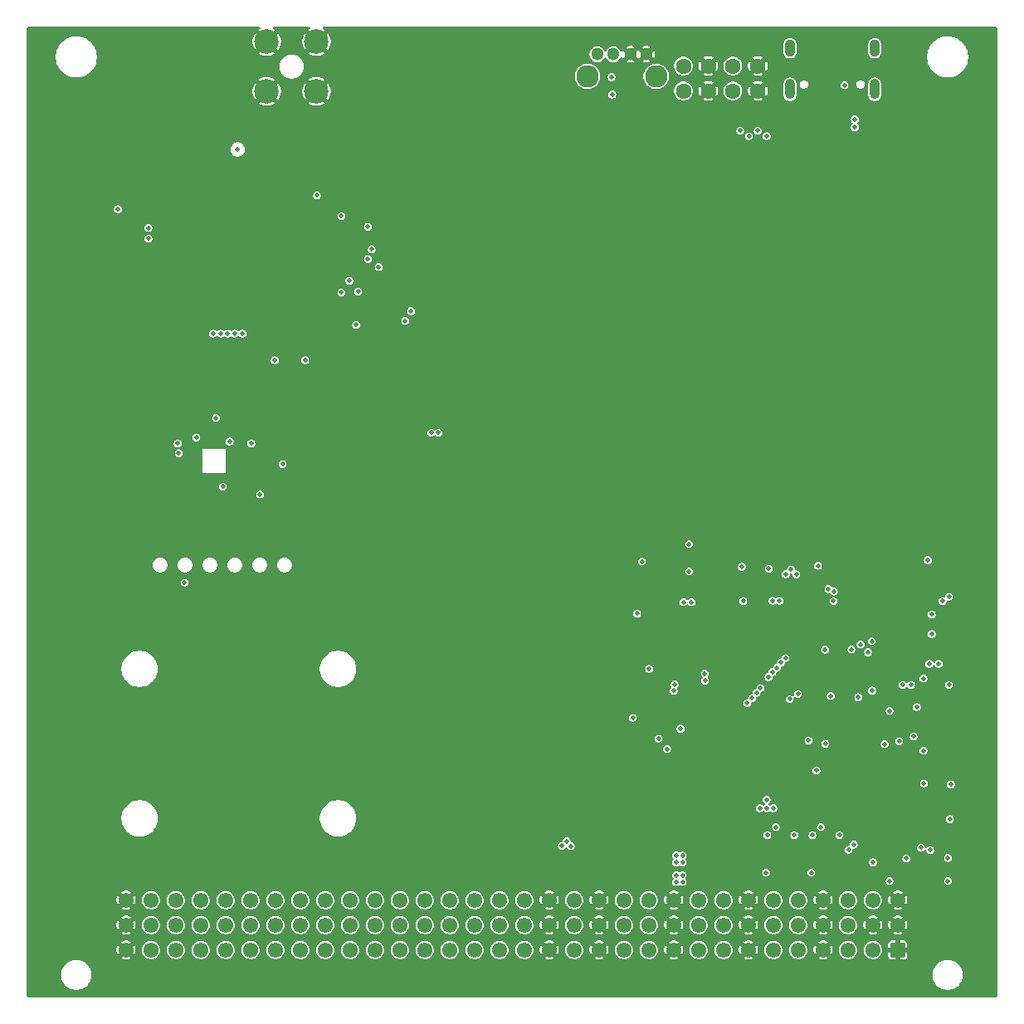
<source format=gbr>
%TF.GenerationSoftware,KiCad,Pcbnew,9.0.1-9.0.1-0~ubuntu24.04.1*%
%TF.CreationDate,2025-04-23T18:45:20+00:00*%
%TF.ProjectId,ModuCard-navigation-module,4d6f6475-4361-4726-942d-6e6176696761,2.0.0*%
%TF.SameCoordinates,Original*%
%TF.FileFunction,Copper,L2,Inr*%
%TF.FilePolarity,Positive*%
%FSLAX46Y46*%
G04 Gerber Fmt 4.6, Leading zero omitted, Abs format (unit mm)*
G04 Created by KiCad (PCBNEW 9.0.1-9.0.1-0~ubuntu24.04.1) date 2025-04-23 18:45:20*
%MOMM*%
%LPD*%
G01*
G04 APERTURE LIST*
G04 Aperture macros list*
%AMRoundRect*
0 Rectangle with rounded corners*
0 $1 Rounding radius*
0 $2 $3 $4 $5 $6 $7 $8 $9 X,Y pos of 4 corners*
0 Add a 4 corners polygon primitive as box body*
4,1,4,$2,$3,$4,$5,$6,$7,$8,$9,$2,$3,0*
0 Add four circle primitives for the rounded corners*
1,1,$1+$1,$2,$3*
1,1,$1+$1,$4,$5*
1,1,$1+$1,$6,$7*
1,1,$1+$1,$8,$9*
0 Add four rect primitives between the rounded corners*
20,1,$1+$1,$2,$3,$4,$5,0*
20,1,$1+$1,$4,$5,$6,$7,0*
20,1,$1+$1,$6,$7,$8,$9,0*
20,1,$1+$1,$8,$9,$2,$3,0*%
G04 Aperture macros list end*
%TA.AperFunction,ComponentPad*%
%ADD10C,1.600000*%
%TD*%
%TA.AperFunction,ComponentPad*%
%ADD11C,1.300000*%
%TD*%
%TA.AperFunction,ComponentPad*%
%ADD12C,2.286000*%
%TD*%
%TA.AperFunction,ComponentPad*%
%ADD13C,2.500000*%
%TD*%
%TA.AperFunction,ComponentPad*%
%ADD14O,1.000000X2.100000*%
%TD*%
%TA.AperFunction,ComponentPad*%
%ADD15O,1.000000X1.800000*%
%TD*%
%TA.AperFunction,ComponentPad*%
%ADD16RoundRect,0.249999X0.525001X0.525001X-0.525001X0.525001X-0.525001X-0.525001X0.525001X-0.525001X0*%
%TD*%
%TA.AperFunction,ComponentPad*%
%ADD17C,1.550000*%
%TD*%
%TA.AperFunction,ViaPad*%
%ADD18C,0.500000*%
%TD*%
G04 APERTURE END LIST*
D10*
%TO.N,Net-(LED300-Pad1)*%
%TO.C,LED300*%
X106863600Y-55785000D03*
%TO.N,GND*%
X109403600Y-55785000D03*
%TO.N,Net-(LED300-Pad3)*%
X106863600Y-58325000D03*
%TO.N,GND*%
X109403600Y-58325000D03*
%TD*%
D11*
%TO.N,GND*%
%TO.C,BTN400*%
X103079415Y-54584163D03*
X101449415Y-54584163D03*
%TO.N,/MCU/SWD.~{RST}*%
X99709415Y-54584163D03*
%TO.N,/MCU/USR_BUTTON*%
X98079415Y-54584163D03*
D12*
%TO.N,N/C*%
X104079415Y-56834163D03*
X97079415Y-56834163D03*
%TD*%
D13*
%TO.N,GND*%
%TO.C,J1100*%
X64350000Y-53285001D03*
X64350000Y-58365001D03*
X69430000Y-53285001D03*
X69430000Y-58365001D03*
%TD*%
D14*
%TO.N,Net-(J800-SHIELD)*%
%TO.C,J800*%
X126370000Y-58140000D03*
D15*
X126370000Y-53960000D03*
D14*
X117730000Y-58140000D03*
D15*
X117730000Y-53960000D03*
%TD*%
D16*
%TO.N,GND*%
%TO.C,J200*%
X128740000Y-145975000D03*
D17*
%TO.N,/Backplane/BACKPLANE.D+*%
X126200000Y-145975000D03*
%TO.N,+5V_STDBY*%
X123660000Y-145975000D03*
%TO.N,GND*%
X121120000Y-145975000D03*
%TO.N,/Backplane/CAN1.+*%
X118580000Y-145975000D03*
%TO.N,/Backplane/CAN1.-*%
X116040000Y-145975000D03*
%TO.N,GND*%
X113500000Y-145975000D03*
%TO.N,/Backplane/CAN2.+*%
X110960000Y-145975000D03*
%TO.N,/Backplane/CAN2.-*%
X108420000Y-145975000D03*
%TO.N,GND*%
X105880000Y-145975000D03*
%TO.N,+12V*%
X103340000Y-145975000D03*
X100800000Y-145975000D03*
%TO.N,GND*%
X98260000Y-145975000D03*
%TO.N,+24V*%
X95720000Y-145975000D03*
%TO.N,GND*%
X93180000Y-145975000D03*
%TO.N,/Backplane/GPIOL0*%
X90640000Y-145975000D03*
%TO.N,/Backplane/GPIOL1*%
X88100000Y-145975000D03*
%TO.N,/Backplane/GPIOL2*%
X85560000Y-145975000D03*
%TO.N,/Backplane/GPIOL3*%
X83020000Y-145975000D03*
%TO.N,/Backplane/GPIOL4*%
X80480000Y-145975000D03*
%TO.N,/Backplane/GPIOL5*%
X77940000Y-145975000D03*
%TO.N,/Backplane/GPIOL6*%
X75400000Y-145975000D03*
%TO.N,/Backplane/GPIOL7*%
X72860000Y-145975000D03*
%TO.N,/Backplane/GPIOL8*%
X70320000Y-145975000D03*
%TO.N,/Backplane/GPIOL9*%
X67780000Y-145975000D03*
%TO.N,/Backplane/GPIOL10*%
X65240000Y-145975000D03*
%TO.N,/Backplane/GPIOL11*%
X62700000Y-145975000D03*
%TO.N,/Backplane/GPIOL12*%
X60160000Y-145975000D03*
%TO.N,/Backplane/GPIOL13*%
X57620000Y-145975000D03*
%TO.N,/Backplane/GPIOL14*%
X55080000Y-145975000D03*
%TO.N,/Backplane/GPIOL15*%
X52540000Y-145975000D03*
%TO.N,GND*%
X50000000Y-145975000D03*
X128740000Y-143435000D03*
X126200000Y-143435000D03*
%TO.N,+5V_STDBY*%
X123660000Y-143435000D03*
%TO.N,GND*%
X121120000Y-143435000D03*
%TO.N,/Backplane/CAN1.+*%
X118580000Y-143435000D03*
%TO.N,/Backplane/CAN1.-*%
X116040000Y-143435000D03*
%TO.N,GND*%
X113500000Y-143435000D03*
%TO.N,/Backplane/CAN2.+*%
X110960000Y-143435000D03*
%TO.N,/Backplane/CAN2.-*%
X108420000Y-143435000D03*
%TO.N,GND*%
X105880000Y-143435000D03*
%TO.N,+12V*%
X103340000Y-143435000D03*
X100800000Y-143435000D03*
%TO.N,GND*%
X98260000Y-143435000D03*
%TO.N,+24V*%
X95720000Y-143435000D03*
%TO.N,GND*%
X93180000Y-143435000D03*
%TO.N,/Backplane/GPIOC0*%
X90640000Y-143435000D03*
%TO.N,/Backplane/GPIOC1*%
X88100000Y-143435000D03*
%TO.N,/Backplane/GPIOC2*%
X85560000Y-143435000D03*
%TO.N,/Backplane/GPIOC3*%
X83020000Y-143435000D03*
%TO.N,/Backplane/GPIOC4*%
X80480000Y-143435000D03*
%TO.N,/Backplane/GPIOC5*%
X77940000Y-143435000D03*
%TO.N,/Backplane/GPIOC6*%
X75400000Y-143435000D03*
%TO.N,/Backplane/GPIOC7*%
X72860000Y-143435000D03*
%TO.N,/Backplane/GPIOC8*%
X70320000Y-143435000D03*
%TO.N,/Backplane/GPIOC9*%
X67780000Y-143435000D03*
%TO.N,/Backplane/GPIOC10*%
X65240000Y-143435000D03*
%TO.N,/Backplane/GPIOC11*%
X62700000Y-143435000D03*
%TO.N,/Backplane/GPIOC12*%
X60160000Y-143435000D03*
%TO.N,/Backplane/GPIOC13*%
X57620000Y-143435000D03*
%TO.N,/Backplane/GPIOC14*%
X55080000Y-143435000D03*
%TO.N,/Backplane/GPIOC15*%
X52540000Y-143435000D03*
%TO.N,GND*%
X50000000Y-143435000D03*
X128740000Y-140895000D03*
%TO.N,/Backplane/BACKPLANE.D-*%
X126200000Y-140895000D03*
%TO.N,+5V_STDBY*%
X123660000Y-140895000D03*
%TO.N,GND*%
X121120000Y-140895000D03*
%TO.N,/Backplane/CAN1.+*%
X118580000Y-140895000D03*
%TO.N,/Backplane/CAN1.-*%
X116040000Y-140895000D03*
%TO.N,GND*%
X113500000Y-140895000D03*
%TO.N,/Backplane/CAN2.+*%
X110960000Y-140895000D03*
%TO.N,/Backplane/CAN2.-*%
X108420000Y-140895000D03*
%TO.N,GND*%
X105880000Y-140895000D03*
%TO.N,+12V*%
X103340000Y-140895000D03*
X100800000Y-140895000D03*
%TO.N,GND*%
X98260000Y-140895000D03*
%TO.N,+24V*%
X95720000Y-140895000D03*
%TO.N,GND*%
X93180000Y-140895000D03*
%TO.N,/Backplane/GPIOR0*%
X90640000Y-140895000D03*
%TO.N,/Backplane/GPIOR1*%
X88100000Y-140895000D03*
%TO.N,/Backplane/GPIOR2*%
X85560000Y-140895000D03*
%TO.N,/Backplane/GPIOR3*%
X83020000Y-140895000D03*
%TO.N,/Backplane/GPIOR4*%
X80480000Y-140895000D03*
%TO.N,/Backplane/GPIOR5*%
X77940000Y-140895000D03*
%TO.N,/Backplane/GPIOR6*%
X75400000Y-140895000D03*
%TO.N,/Backplane/GPIOR7*%
X72860000Y-140895000D03*
%TO.N,/Backplane/GPIOR8*%
X70320000Y-140895000D03*
%TO.N,/Backplane/GPIOR9*%
X67780000Y-140895000D03*
%TO.N,/Backplane/GPIOR10*%
X65240000Y-140895000D03*
%TO.N,/Backplane/GPIOR11*%
X62700000Y-140895000D03*
%TO.N,/Backplane/GPIOR12*%
X60160000Y-140895000D03*
%TO.N,/Backplane/GPIOR13*%
X57620000Y-140895000D03*
%TO.N,/Backplane/GPIOR14*%
X55080000Y-140895000D03*
%TO.N,/Backplane/GPIOR15*%
X52540000Y-140895000D03*
%TO.N,GND*%
X50000000Y-140895000D03*
%TD*%
D10*
%TO.N,Net-(LED301-Pad1)*%
%TO.C,LED301*%
X111913600Y-55785000D03*
%TO.N,GND*%
X114453600Y-55785000D03*
%TO.N,Net-(LED301-Pad3)*%
X111913600Y-58325000D03*
%TO.N,GND*%
X114453600Y-58325000D03*
%TD*%
D18*
%TO.N,+3V3*%
X115300000Y-138075000D03*
X61870000Y-83085001D03*
X99598400Y-58685001D03*
X61070000Y-83085001D03*
X131350000Y-125625000D03*
X65970000Y-96385001D03*
X74670000Y-75475001D03*
X121325000Y-115325000D03*
X59870000Y-98685001D03*
X55970000Y-108485001D03*
X121662040Y-109139790D03*
X59670000Y-83085001D03*
X104325000Y-124400000D03*
X120590000Y-106765000D03*
X115350000Y-131500000D03*
X132050000Y-135775000D03*
X131800000Y-106175000D03*
X131400000Y-128975000D03*
X60570000Y-94085001D03*
X133950000Y-118922500D03*
X114650000Y-131500000D03*
X115350000Y-130625000D03*
X107442000Y-107343001D03*
X59170000Y-91685001D03*
X60370000Y-83085001D03*
X121350000Y-124927500D03*
X62770000Y-94285001D03*
X127900000Y-121575000D03*
X125700000Y-115575000D03*
X131350000Y-118275000D03*
X124000000Y-115300000D03*
X55370000Y-95285001D03*
X122225000Y-109375000D03*
X115575000Y-107050000D03*
X101700000Y-122285001D03*
X107442000Y-104549001D03*
X119900000Y-138075000D03*
X74670000Y-72175001D03*
X116025000Y-131500000D03*
X112825000Y-106875000D03*
X119625000Y-124600000D03*
X58870000Y-83085001D03*
X114450000Y-62375000D03*
X122174000Y-110375000D03*
X102133531Y-111641425D03*
X102624000Y-106327001D03*
X63670000Y-99485001D03*
%TO.N,GND*%
X61370000Y-58285001D03*
X86370000Y-60185001D03*
X99598400Y-57785001D03*
X95300000Y-131025000D03*
X103700000Y-128625000D03*
X67170000Y-75475001D03*
X71370000Y-62285001D03*
X61170000Y-94985001D03*
X129900000Y-124961216D03*
X128350000Y-134775000D03*
X59370000Y-58285001D03*
X104900000Y-128625000D03*
X59370000Y-56285001D03*
X65370000Y-62085001D03*
X109870720Y-132521542D03*
X134470000Y-142162501D03*
X127250000Y-134775000D03*
X57670000Y-92385001D03*
X64870000Y-84885001D03*
X116250000Y-62375000D03*
X95300000Y-133425000D03*
X132350000Y-125625000D03*
X58770000Y-69125001D03*
X54470000Y-71275001D03*
X113850000Y-136425000D03*
X60770000Y-73375001D03*
X67170000Y-77575001D03*
X107442000Y-106581001D03*
X118364000Y-111407001D03*
X60770000Y-77575001D03*
X71370000Y-64285001D03*
X102624000Y-107343001D03*
X109700000Y-128625000D03*
X96500000Y-128625000D03*
X130325000Y-129675000D03*
X106100000Y-128625000D03*
X64970000Y-69125001D03*
X71370000Y-52285001D03*
X110520720Y-132521542D03*
X58770000Y-71275001D03*
X86370000Y-58485001D03*
X58770000Y-79675001D03*
X108650000Y-136275000D03*
X64970000Y-73375001D03*
X60770000Y-69125001D03*
X82570000Y-93185001D03*
X58870000Y-86285001D03*
X71370000Y-58285001D03*
X102850000Y-119275000D03*
X113300000Y-128625000D03*
X59370000Y-62285001D03*
X67170000Y-69125001D03*
X87570000Y-60185001D03*
X64970000Y-75475001D03*
X103700000Y-132225000D03*
X119126000Y-109883001D03*
X56570000Y-77575001D03*
X97700000Y-128625000D03*
X71370000Y-54285001D03*
X115050000Y-136625000D03*
X62970000Y-69125001D03*
X121350000Y-123927500D03*
X61370000Y-54285001D03*
X71370000Y-56285001D03*
X116825000Y-106025000D03*
X119625000Y-125600000D03*
X56570000Y-71275001D03*
X60670000Y-92385001D03*
X60770000Y-71275001D03*
X59370000Y-52285001D03*
X59370000Y-60285001D03*
X126375000Y-109375000D03*
X126900000Y-113525000D03*
X131150000Y-116225000D03*
X112525000Y-106025000D03*
X55270000Y-96785001D03*
X63370000Y-60285001D03*
X97870000Y-111485001D03*
X65170000Y-98685001D03*
X65370000Y-94985001D03*
X65370000Y-60285001D03*
X113850000Y-137675000D03*
X100100000Y-128625000D03*
X94450000Y-138675000D03*
X116575000Y-107050000D03*
X80370000Y-93185001D03*
X128350000Y-135825000D03*
X62970000Y-75475001D03*
X98900000Y-128625000D03*
X118750000Y-126325000D03*
X87570000Y-59335001D03*
X58770000Y-73375001D03*
X134150000Y-128175000D03*
X131900000Y-133925000D03*
X126950000Y-106725000D03*
X119100000Y-134275000D03*
X111170720Y-132521542D03*
X69370000Y-62285001D03*
X54470000Y-77575001D03*
X107442000Y-105565001D03*
X64370000Y-65285001D03*
X103700000Y-133425000D03*
X69370000Y-66285001D03*
X122200000Y-115275000D03*
X103700000Y-131025000D03*
X64240000Y-83885001D03*
X117150000Y-62375000D03*
X131150000Y-115125000D03*
X119670000Y-61785001D03*
X59970000Y-85285001D03*
X54470000Y-69125001D03*
X59370000Y-54285001D03*
X56570000Y-79675001D03*
X133300000Y-122825000D03*
X118050000Y-62925000D03*
X108500000Y-128625000D03*
X133950000Y-119922500D03*
X71370000Y-60285001D03*
X60770000Y-75475001D03*
X134100000Y-133525000D03*
X63970000Y-97185001D03*
X63270000Y-96785001D03*
X134300000Y-135775000D03*
X63370000Y-61985001D03*
X109728000Y-107851001D03*
X112100000Y-128625000D03*
X54470000Y-73375001D03*
X56570000Y-73375001D03*
X74670000Y-73275001D03*
X113825000Y-106875000D03*
X119126000Y-108867001D03*
X121900000Y-133425000D03*
X67170000Y-71275001D03*
X56570000Y-75475001D03*
X64970000Y-79675001D03*
X114500000Y-128625000D03*
X61370000Y-62085001D03*
X71370000Y-66285001D03*
X64970000Y-71275001D03*
X69370000Y-60285001D03*
X118850000Y-59675000D03*
X62970000Y-71275001D03*
X62970000Y-73375001D03*
X58770000Y-77575001D03*
X54470000Y-75475001D03*
X60770000Y-79675001D03*
X102868898Y-114435000D03*
X88770000Y-58485001D03*
X103325000Y-124400000D03*
X102170000Y-110885001D03*
X62970000Y-79675001D03*
X104124407Y-106922375D03*
X117300000Y-133425000D03*
X120590000Y-105865000D03*
X129800000Y-133725000D03*
X61370000Y-56285001D03*
X69370000Y-64285001D03*
X61370000Y-52285001D03*
X95953492Y-138663288D03*
X127250000Y-135825000D03*
X131100000Y-136425000D03*
X56570000Y-69125001D03*
X110900000Y-128625000D03*
X61370000Y-96085001D03*
X62370000Y-65285001D03*
X101300000Y-128625000D03*
X87570000Y-58485001D03*
X99850000Y-134671508D03*
X88770000Y-60185001D03*
X63570000Y-82885001D03*
X57870000Y-99285001D03*
X102500000Y-128625000D03*
X63370000Y-65285001D03*
X95300000Y-132225000D03*
X107300000Y-128625000D03*
X95200000Y-138675000D03*
X99850000Y-135971508D03*
X95300000Y-129825000D03*
X136150000Y-138925000D03*
X102225000Y-122850000D03*
X58770000Y-75475001D03*
X126700000Y-115575000D03*
X62970000Y-77575001D03*
X123200000Y-136625000D03*
X61370000Y-60285001D03*
X131950000Y-139425000D03*
X54470000Y-79675001D03*
X113850000Y-137075000D03*
X47070000Y-77385001D03*
X125350000Y-62025000D03*
X125350000Y-61225000D03*
X123550000Y-125325000D03*
X132700000Y-132175000D03*
X122936000Y-111325000D03*
X99850000Y-135321508D03*
X123100000Y-115275000D03*
X59370000Y-64285001D03*
X103700000Y-129825000D03*
X95300000Y-128625000D03*
X58570000Y-108385001D03*
X64970000Y-77575001D03*
X67170000Y-73375001D03*
X67170000Y-79675001D03*
X132350000Y-118275000D03*
X65370000Y-65285001D03*
X119650000Y-136625000D03*
%TO.N,+5V*%
X106125000Y-137025000D03*
X134150000Y-129075000D03*
X116300000Y-133425000D03*
X106775000Y-136325000D03*
X133300000Y-110375000D03*
X131100000Y-135525001D03*
X106775000Y-137025000D03*
X126200000Y-137025000D03*
X106125000Y-136325000D03*
X120900000Y-133425000D03*
%TO.N,/ST-LINK/LED*%
X124950000Y-114800000D03*
X127400000Y-124950000D03*
%TO.N,/ST-LINK/STLINK-BOOT0*%
X130675000Y-121175000D03*
%TO.N,/ST-LINK/DIO*%
X128875000Y-124675000D03*
%TO.N,/ST-LINK/CLK*%
X130350000Y-124175000D03*
%TO.N,+12V_FUSED*%
X94451270Y-135361059D03*
X133950000Y-109925000D03*
X106125000Y-139025000D03*
X106125000Y-138325000D03*
X106775000Y-138325000D03*
X95375000Y-135375000D03*
X106775000Y-139025000D03*
X94950000Y-134875000D03*
%TO.N,/ST-LINK/STLINK_RX*%
X126100000Y-119500000D03*
X132200000Y-113725000D03*
%TO.N,/USB/VBUS_IN*%
X124350000Y-61225000D03*
X134050000Y-132625000D03*
%TO.N,/ST-LINK/STLINK_TX*%
X132200000Y-111725000D03*
X126075000Y-114450000D03*
%TO.N,/MCU/USR_BUTTON*%
X115975000Y-110350000D03*
X99538600Y-56899202D03*
%TO.N,/MCU/SWD.~{RST}*%
X112970000Y-110375000D03*
X121900000Y-120045000D03*
X118377238Y-107645000D03*
%TO.N,Net-(U302-PGANG)*%
X129600000Y-136625000D03*
X127900000Y-138925000D03*
%TO.N,/GPS-RTK/V_BCKP*%
X68270000Y-85785001D03*
X65170000Y-85785001D03*
%TO.N,Net-(U700-PA5)*%
X124700000Y-120175000D03*
X120425000Y-127650000D03*
%TO.N,Net-(U700-PC13)*%
X130100000Y-118925000D03*
X132900000Y-116775000D03*
%TO.N,Net-(U700-PC14)*%
X129225000Y-118925000D03*
X131950000Y-116775000D03*
%TO.N,/CAN transceiver 1/CAN.TX*%
X122775000Y-134250000D03*
X118550000Y-119850000D03*
%TO.N,/CAN transceiver 1/CAN.RX*%
X117700000Y-120375000D03*
X120025000Y-134250000D03*
%TO.N,/CAN transceiver 2/CAN.TX*%
X118175000Y-134250000D03*
X106575000Y-123400000D03*
%TO.N,/CAN transceiver 2/CAN.RX*%
X105189838Y-125458838D03*
X115425000Y-134250000D03*
%TO.N,/USB/CC1*%
X123300000Y-57725000D03*
X124350000Y-62025000D03*
%TO.N,Net-(U801-~{OE})*%
X133850000Y-136575000D03*
X133850000Y-138925000D03*
%TO.N,/MCU/USER_LED_1*%
X113550000Y-62925000D03*
X117850000Y-107125000D03*
%TO.N,/MCU/USER_LED_2*%
X117300000Y-107625000D03*
X112650000Y-62375000D03*
%TO.N,/MCU/STATUS_LED*%
X115350000Y-62925000D03*
X116675000Y-110350000D03*
%TO.N,/GPS-RTK/GPS_GEOFENCE_STAT*%
X52270000Y-72285001D03*
X116810379Y-116644622D03*
%TO.N,/GPS-RTK/GPS_RTK_STAT*%
X52270000Y-73385001D03*
X116412874Y-117158910D03*
%TO.N,/GPS-RTK/TIMEPULSE*%
X69470000Y-68975001D03*
X49170000Y-70375001D03*
%TO.N,/IMU/IMU_EXT_NRESET*%
X103363232Y-117285001D03*
%TO.N,/Barometer/BAROMETR_I2C.SDA*%
X109048275Y-117756168D03*
%TO.N,/Barometer/BAROMETR_I2C.SCL*%
X109070000Y-118485001D03*
%TO.N,/GPS-RTK/GPS_SPI.MOSI*%
X73670000Y-78785001D03*
X114720000Y-119235001D03*
%TO.N,/GPS-RTK/GPS_UART.RX*%
X79070000Y-80785001D03*
X107670000Y-110485001D03*
%TO.N,/GPS-RTK/GPS_UART.TX*%
X78470000Y-81785001D03*
X106870000Y-110485001D03*
%TO.N,/GPS-RTK/GPS_SPI.MISO*%
X73470000Y-82185001D03*
X114313947Y-119742568D03*
%TO.N,/GPS-RTK/VCC_RF*%
X61370000Y-64285001D03*
%TO.N,/GPS-RTK/GPS_NRESET*%
X75070000Y-74485001D03*
X115542273Y-118120204D03*
%TO.N,/GPS-RTK/GPS_MODE_SELECT*%
X75770000Y-76285001D03*
X115944463Y-117609570D03*
%TO.N,/IMU/IMU_INT*%
X105863140Y-119526159D03*
X55270000Y-94285001D03*
%TO.N,/IMU/IMU_FSYNC*%
X57170000Y-93685001D03*
X105970000Y-118885001D03*
%TO.N,/GPS-RTK/GPS_SPI.CLK*%
X113870000Y-120285001D03*
X72770000Y-77685001D03*
%TO.N,/GPS-RTK/GPS_SPI.CS*%
X113370000Y-120785001D03*
X71960000Y-78884139D03*
%TO.N,/GPS-RTK/GPS_EXINTERUPT*%
X71970000Y-71085001D03*
X117270000Y-116185001D03*
%TO.N,/USB-hub/USB_GPS_.D-*%
X124235165Y-135219836D03*
X81127880Y-93196055D03*
%TO.N,/USB-hub/USB_GPS_.D+*%
X123704835Y-135750166D03*
X81877880Y-93196055D03*
%TD*%
%TA.AperFunction,Conductor*%
%TO.N,GND*%
G36*
X63649576Y-51805186D02*
G01*
X63695331Y-51857990D01*
X63705275Y-51927148D01*
X63676250Y-51990704D01*
X63638832Y-52019986D01*
X63590035Y-52044849D01*
X63590033Y-52044850D01*
X63516689Y-52098136D01*
X63516689Y-52098137D01*
X63949438Y-52530885D01*
X63947374Y-52531741D01*
X63808156Y-52624763D01*
X63689762Y-52743157D01*
X63596740Y-52882375D01*
X63595885Y-52884439D01*
X63163136Y-52451690D01*
X63163135Y-52451690D01*
X63109849Y-52525034D01*
X63109848Y-52525036D01*
X63006230Y-52728396D01*
X62935704Y-52945456D01*
X62900000Y-53170884D01*
X62900000Y-53399117D01*
X62935704Y-53624545D01*
X63006230Y-53841605D01*
X63109851Y-54044970D01*
X63163135Y-54118310D01*
X63163137Y-54118310D01*
X63595884Y-53685562D01*
X63596740Y-53687627D01*
X63689762Y-53826845D01*
X63808156Y-53945239D01*
X63947374Y-54038261D01*
X63949437Y-54039115D01*
X63516688Y-54471863D01*
X63516689Y-54471864D01*
X63590030Y-54525149D01*
X63793395Y-54628770D01*
X64010455Y-54699296D01*
X64235884Y-54735001D01*
X64464116Y-54735001D01*
X64689544Y-54699296D01*
X64906604Y-54628770D01*
X65109966Y-54525151D01*
X65183309Y-54471863D01*
X65183310Y-54471863D01*
X64750562Y-54039115D01*
X64752626Y-54038261D01*
X64891844Y-53945239D01*
X65010238Y-53826845D01*
X65103260Y-53687627D01*
X65104114Y-53685563D01*
X65536862Y-54118311D01*
X65536862Y-54118310D01*
X65590150Y-54044967D01*
X65693769Y-53841605D01*
X65764295Y-53624545D01*
X65800000Y-53399117D01*
X65800000Y-53170884D01*
X65764295Y-52945456D01*
X65693769Y-52728396D01*
X65590148Y-52525031D01*
X65536863Y-52451690D01*
X65536862Y-52451689D01*
X65104114Y-52884437D01*
X65103260Y-52882375D01*
X65010238Y-52743157D01*
X64891844Y-52624763D01*
X64752626Y-52531741D01*
X64750561Y-52530885D01*
X65183309Y-52098138D01*
X65183309Y-52098136D01*
X65109969Y-52044852D01*
X65061168Y-52019986D01*
X65010372Y-51972011D01*
X64993577Y-51904190D01*
X65016115Y-51838055D01*
X65070830Y-51794604D01*
X65117463Y-51785501D01*
X68662537Y-51785501D01*
X68729576Y-51805186D01*
X68775331Y-51857990D01*
X68785275Y-51927148D01*
X68756250Y-51990704D01*
X68718832Y-52019986D01*
X68670035Y-52044849D01*
X68670033Y-52044850D01*
X68596689Y-52098136D01*
X68596689Y-52098137D01*
X69029438Y-52530885D01*
X69027374Y-52531741D01*
X68888156Y-52624763D01*
X68769762Y-52743157D01*
X68676740Y-52882375D01*
X68675885Y-52884439D01*
X68243136Y-52451690D01*
X68243135Y-52451690D01*
X68189849Y-52525034D01*
X68189848Y-52525036D01*
X68086230Y-52728396D01*
X68015704Y-52945456D01*
X67980000Y-53170884D01*
X67980000Y-53399117D01*
X68015704Y-53624545D01*
X68086230Y-53841605D01*
X68189851Y-54044970D01*
X68243135Y-54118310D01*
X68243137Y-54118310D01*
X68675884Y-53685562D01*
X68676740Y-53687627D01*
X68769762Y-53826845D01*
X68888156Y-53945239D01*
X69027374Y-54038261D01*
X69029437Y-54039115D01*
X68596688Y-54471863D01*
X68596689Y-54471864D01*
X68670030Y-54525149D01*
X68873395Y-54628770D01*
X69090455Y-54699296D01*
X69315884Y-54735001D01*
X69544116Y-54735001D01*
X69769544Y-54699296D01*
X69986604Y-54628770D01*
X70189966Y-54525151D01*
X70217266Y-54505316D01*
X97278915Y-54505316D01*
X97278915Y-54663009D01*
X97309676Y-54817652D01*
X97309679Y-54817664D01*
X97370017Y-54963335D01*
X97370024Y-54963348D01*
X97457625Y-55094451D01*
X97457628Y-55094455D01*
X97569122Y-55205949D01*
X97569126Y-55205952D01*
X97700229Y-55293553D01*
X97700242Y-55293560D01*
X97761842Y-55319075D01*
X97845918Y-55353900D01*
X98000568Y-55384662D01*
X98000571Y-55384663D01*
X98000573Y-55384663D01*
X98158259Y-55384663D01*
X98158260Y-55384662D01*
X98312912Y-55353900D01*
X98458594Y-55293557D01*
X98589704Y-55205952D01*
X98701204Y-55094452D01*
X98774003Y-54985501D01*
X98791313Y-54959595D01*
X98844925Y-54914790D01*
X98914250Y-54906083D01*
X98977278Y-54936237D01*
X98997517Y-54959595D01*
X99087625Y-55094451D01*
X99087628Y-55094455D01*
X99199122Y-55205949D01*
X99199126Y-55205952D01*
X99330229Y-55293553D01*
X99330242Y-55293560D01*
X99391842Y-55319075D01*
X99475918Y-55353900D01*
X99630568Y-55384662D01*
X99630571Y-55384663D01*
X99630573Y-55384663D01*
X99788259Y-55384663D01*
X99788260Y-55384662D01*
X99942912Y-55353900D01*
X100088594Y-55293557D01*
X100219704Y-55205952D01*
X100331204Y-55094452D01*
X100418809Y-54963342D01*
X100438065Y-54916853D01*
X100481903Y-54862452D01*
X100548197Y-54840386D01*
X100615896Y-54857664D01*
X100663508Y-54908800D01*
X100667186Y-54916854D01*
X100695298Y-54984723D01*
X101049415Y-54630608D01*
X101049415Y-54636824D01*
X101076674Y-54738557D01*
X101129335Y-54829769D01*
X101203809Y-54904243D01*
X101295021Y-54956904D01*
X101396754Y-54984163D01*
X101402968Y-54984163D01*
X101048852Y-55338277D01*
X101201478Y-55401497D01*
X101201486Y-55401499D01*
X101365692Y-55434162D01*
X101365695Y-55434163D01*
X101533135Y-55434163D01*
X101533137Y-55434162D01*
X101697343Y-55401499D01*
X101697351Y-55401497D01*
X101849976Y-55338277D01*
X101495863Y-54984163D01*
X101502076Y-54984163D01*
X101603809Y-54956904D01*
X101695021Y-54904243D01*
X101769495Y-54829769D01*
X101822156Y-54738557D01*
X101849415Y-54636824D01*
X101849415Y-54630610D01*
X102203528Y-54984724D01*
X102240222Y-54977425D01*
X102288606Y-54977425D01*
X102325299Y-54984724D01*
X102679415Y-54630608D01*
X102679415Y-54636824D01*
X102706674Y-54738557D01*
X102759335Y-54829769D01*
X102833809Y-54904243D01*
X102925021Y-54956904D01*
X103026754Y-54984163D01*
X103032968Y-54984163D01*
X102678852Y-55338277D01*
X102831478Y-55401497D01*
X102831486Y-55401499D01*
X102995692Y-55434162D01*
X102995695Y-55434163D01*
X103163135Y-55434163D01*
X103163137Y-55434162D01*
X103327343Y-55401499D01*
X103327351Y-55401497D01*
X103479976Y-55338277D01*
X103125863Y-54984163D01*
X103132076Y-54984163D01*
X103233809Y-54956904D01*
X103325021Y-54904243D01*
X103399495Y-54829769D01*
X103452156Y-54738557D01*
X103479415Y-54636824D01*
X103479415Y-54630610D01*
X103833529Y-54984724D01*
X103896749Y-54832099D01*
X103896751Y-54832091D01*
X103929414Y-54667885D01*
X103929415Y-54667883D01*
X103929415Y-54500442D01*
X103929414Y-54500440D01*
X103914223Y-54424071D01*
X117079499Y-54424071D01*
X117104497Y-54549738D01*
X117104499Y-54549744D01*
X117153533Y-54668124D01*
X117153538Y-54668133D01*
X117224723Y-54774668D01*
X117224726Y-54774672D01*
X117315327Y-54865273D01*
X117315331Y-54865276D01*
X117421866Y-54936461D01*
X117421875Y-54936466D01*
X117436872Y-54942678D01*
X117540256Y-54985501D01*
X117540260Y-54985501D01*
X117540261Y-54985502D01*
X117665928Y-55010500D01*
X117665931Y-55010500D01*
X117794071Y-55010500D01*
X117878615Y-54993682D01*
X117919744Y-54985501D01*
X118038127Y-54936465D01*
X118144669Y-54865276D01*
X118235276Y-54774669D01*
X118306465Y-54668127D01*
X118355501Y-54549744D01*
X118370993Y-54471863D01*
X118380500Y-54424071D01*
X125719499Y-54424071D01*
X125744497Y-54549738D01*
X125744499Y-54549744D01*
X125793533Y-54668124D01*
X125793538Y-54668133D01*
X125864723Y-54774668D01*
X125864726Y-54774672D01*
X125955327Y-54865273D01*
X125955331Y-54865276D01*
X126061866Y-54936461D01*
X126061875Y-54936466D01*
X126076872Y-54942678D01*
X126180256Y-54985501D01*
X126180260Y-54985501D01*
X126180261Y-54985502D01*
X126305928Y-55010500D01*
X126305931Y-55010500D01*
X126434071Y-55010500D01*
X126518615Y-54993682D01*
X126559744Y-54985501D01*
X126678127Y-54936465D01*
X126784669Y-54865276D01*
X126875276Y-54774669D01*
X126920268Y-54707333D01*
X131719500Y-54707333D01*
X131719500Y-54982668D01*
X131719501Y-54982685D01*
X131755438Y-55255656D01*
X131755439Y-55255661D01*
X131755440Y-55255667D01*
X131776635Y-55334769D01*
X131826704Y-55521631D01*
X131932075Y-55776018D01*
X131932080Y-55776029D01*
X132011809Y-55914122D01*
X132069751Y-56014480D01*
X132069753Y-56014483D01*
X132069754Y-56014484D01*
X132237370Y-56232927D01*
X132237376Y-56232934D01*
X132432066Y-56427624D01*
X132432072Y-56427629D01*
X132650521Y-56595250D01*
X132782048Y-56671187D01*
X132888971Y-56732920D01*
X132888976Y-56732922D01*
X132888979Y-56732924D01*
X133143368Y-56838296D01*
X133409334Y-56909561D01*
X133682326Y-56945501D01*
X133682333Y-56945501D01*
X133957667Y-56945501D01*
X133957674Y-56945501D01*
X134230666Y-56909561D01*
X134496632Y-56838296D01*
X134751021Y-56732924D01*
X134989479Y-56595250D01*
X135207928Y-56427629D01*
X135402628Y-56232929D01*
X135570249Y-56014480D01*
X135707923Y-55776022D01*
X135813295Y-55521633D01*
X135884560Y-55255667D01*
X135920500Y-54982675D01*
X135920500Y-54707327D01*
X135884560Y-54434335D01*
X135813295Y-54168369D01*
X135707923Y-53913980D01*
X135707921Y-53913977D01*
X135707919Y-53913972D01*
X135658732Y-53828779D01*
X135570249Y-53675522D01*
X135432445Y-53495931D01*
X135402629Y-53457074D01*
X135402623Y-53457067D01*
X135207933Y-53262377D01*
X135207926Y-53262371D01*
X134989483Y-53094755D01*
X134989482Y-53094754D01*
X134989479Y-53094752D01*
X134889562Y-53037065D01*
X134751028Y-52957081D01*
X134751017Y-52957076D01*
X134496630Y-52851705D01*
X134363649Y-52816073D01*
X134230666Y-52780441D01*
X134230660Y-52780440D01*
X134230655Y-52780439D01*
X133957684Y-52744502D01*
X133957679Y-52744501D01*
X133957674Y-52744501D01*
X133682326Y-52744501D01*
X133682320Y-52744501D01*
X133682315Y-52744502D01*
X133409344Y-52780439D01*
X133409337Y-52780440D01*
X133409334Y-52780441D01*
X133353125Y-52795501D01*
X133143369Y-52851705D01*
X132888982Y-52957076D01*
X132888971Y-52957081D01*
X132650516Y-53094755D01*
X132432073Y-53262371D01*
X132432066Y-53262377D01*
X132237376Y-53457067D01*
X132237370Y-53457074D01*
X132069754Y-53675517D01*
X131932080Y-53913972D01*
X131932075Y-53913983D01*
X131826704Y-54168370D01*
X131777860Y-54350661D01*
X131756664Y-54429769D01*
X131755441Y-54434332D01*
X131755438Y-54434345D01*
X131719501Y-54707316D01*
X131719500Y-54707333D01*
X126920268Y-54707333D01*
X126946465Y-54668127D01*
X126995501Y-54549744D01*
X127010993Y-54471863D01*
X127020500Y-54424071D01*
X127020500Y-53495928D01*
X126995502Y-53370261D01*
X126995501Y-53370260D01*
X126995501Y-53370256D01*
X126950814Y-53262373D01*
X126946466Y-53251875D01*
X126946461Y-53251866D01*
X126875276Y-53145331D01*
X126875273Y-53145327D01*
X126784672Y-53054726D01*
X126784668Y-53054723D01*
X126678133Y-52983538D01*
X126678124Y-52983533D01*
X126559744Y-52934499D01*
X126559738Y-52934497D01*
X126434071Y-52909500D01*
X126434069Y-52909500D01*
X126305931Y-52909500D01*
X126305929Y-52909500D01*
X126180261Y-52934497D01*
X126180255Y-52934499D01*
X126061875Y-52983533D01*
X126061866Y-52983538D01*
X125955331Y-53054723D01*
X125955327Y-53054726D01*
X125864726Y-53145327D01*
X125864723Y-53145331D01*
X125793538Y-53251866D01*
X125793533Y-53251875D01*
X125744499Y-53370255D01*
X125744497Y-53370261D01*
X125719500Y-53495928D01*
X125719500Y-53495931D01*
X125719500Y-54424069D01*
X125719500Y-54424071D01*
X125719499Y-54424071D01*
X118380500Y-54424071D01*
X118380500Y-53495928D01*
X118355502Y-53370261D01*
X118355501Y-53370260D01*
X118355501Y-53370256D01*
X118310814Y-53262373D01*
X118306466Y-53251875D01*
X118306461Y-53251866D01*
X118235276Y-53145331D01*
X118235273Y-53145327D01*
X118144672Y-53054726D01*
X118144668Y-53054723D01*
X118038133Y-52983538D01*
X118038124Y-52983533D01*
X117919744Y-52934499D01*
X117919738Y-52934497D01*
X117794071Y-52909500D01*
X117794069Y-52909500D01*
X117665931Y-52909500D01*
X117665929Y-52909500D01*
X117540261Y-52934497D01*
X117540255Y-52934499D01*
X117421875Y-52983533D01*
X117421866Y-52983538D01*
X117315331Y-53054723D01*
X117315327Y-53054726D01*
X117224726Y-53145327D01*
X117224723Y-53145331D01*
X117153538Y-53251866D01*
X117153533Y-53251875D01*
X117104499Y-53370255D01*
X117104497Y-53370261D01*
X117079500Y-53495928D01*
X117079500Y-53495931D01*
X117079500Y-54424069D01*
X117079500Y-54424071D01*
X117079499Y-54424071D01*
X103914223Y-54424071D01*
X103896751Y-54336234D01*
X103896749Y-54336226D01*
X103833529Y-54183600D01*
X103479415Y-54537714D01*
X103479415Y-54531502D01*
X103452156Y-54429769D01*
X103399495Y-54338557D01*
X103325021Y-54264083D01*
X103233809Y-54211422D01*
X103132076Y-54184163D01*
X103125862Y-54184163D01*
X103479976Y-53830047D01*
X103327351Y-53766828D01*
X103327343Y-53766826D01*
X103163136Y-53734163D01*
X102995694Y-53734163D01*
X102831486Y-53766825D01*
X102831477Y-53766828D01*
X102678852Y-53830047D01*
X103032969Y-54184163D01*
X103026754Y-54184163D01*
X102925021Y-54211422D01*
X102833809Y-54264083D01*
X102759335Y-54338557D01*
X102706674Y-54429769D01*
X102679415Y-54531502D01*
X102679415Y-54537716D01*
X102325299Y-54183600D01*
X102288605Y-54190899D01*
X102240223Y-54190899D01*
X102203529Y-54183600D01*
X101849415Y-54537714D01*
X101849415Y-54531502D01*
X101822156Y-54429769D01*
X101769495Y-54338557D01*
X101695021Y-54264083D01*
X101603809Y-54211422D01*
X101502076Y-54184163D01*
X101495862Y-54184163D01*
X101849976Y-53830047D01*
X101697351Y-53766828D01*
X101697343Y-53766826D01*
X101533136Y-53734163D01*
X101365694Y-53734163D01*
X101201486Y-53766825D01*
X101201477Y-53766828D01*
X101048852Y-53830047D01*
X101402969Y-54184163D01*
X101396754Y-54184163D01*
X101295021Y-54211422D01*
X101203809Y-54264083D01*
X101129335Y-54338557D01*
X101076674Y-54429769D01*
X101049415Y-54531502D01*
X101049415Y-54537716D01*
X100695299Y-54183600D01*
X100667186Y-54251471D01*
X100623345Y-54305874D01*
X100557051Y-54327939D01*
X100489351Y-54310660D01*
X100441741Y-54259522D01*
X100438064Y-54251471D01*
X100418809Y-54204984D01*
X100418805Y-54204977D01*
X100331204Y-54073874D01*
X100331201Y-54073870D01*
X100219707Y-53962376D01*
X100219703Y-53962373D01*
X100088600Y-53874772D01*
X100088587Y-53874765D01*
X99942916Y-53814427D01*
X99942904Y-53814424D01*
X99788260Y-53783663D01*
X99788257Y-53783663D01*
X99630573Y-53783663D01*
X99630570Y-53783663D01*
X99475925Y-53814424D01*
X99475913Y-53814427D01*
X99330242Y-53874765D01*
X99330229Y-53874772D01*
X99199126Y-53962373D01*
X99199122Y-53962376D01*
X99087628Y-54073870D01*
X99087625Y-54073874D01*
X98997517Y-54208730D01*
X98943905Y-54253535D01*
X98874580Y-54262242D01*
X98811552Y-54232087D01*
X98791313Y-54208730D01*
X98701204Y-54073874D01*
X98701201Y-54073870D01*
X98589707Y-53962376D01*
X98589703Y-53962373D01*
X98458600Y-53874772D01*
X98458587Y-53874765D01*
X98312916Y-53814427D01*
X98312904Y-53814424D01*
X98158260Y-53783663D01*
X98158257Y-53783663D01*
X98000573Y-53783663D01*
X98000570Y-53783663D01*
X97845925Y-53814424D01*
X97845913Y-53814427D01*
X97700242Y-53874765D01*
X97700229Y-53874772D01*
X97569126Y-53962373D01*
X97569122Y-53962376D01*
X97457628Y-54073870D01*
X97457625Y-54073874D01*
X97370024Y-54204977D01*
X97370017Y-54204990D01*
X97309679Y-54350661D01*
X97309676Y-54350673D01*
X97278915Y-54505316D01*
X70217266Y-54505316D01*
X70263309Y-54471863D01*
X70263310Y-54471863D01*
X69830562Y-54039115D01*
X69832626Y-54038261D01*
X69971844Y-53945239D01*
X70090238Y-53826845D01*
X70183260Y-53687627D01*
X70184114Y-53685563D01*
X70616862Y-54118311D01*
X70616862Y-54118310D01*
X70670150Y-54044967D01*
X70773769Y-53841605D01*
X70844296Y-53624544D01*
X70868703Y-53470442D01*
X70868703Y-53470440D01*
X70880000Y-53399115D01*
X70880000Y-53170884D01*
X70844295Y-52945456D01*
X70773769Y-52728396D01*
X70670148Y-52525031D01*
X70616863Y-52451690D01*
X70616862Y-52451689D01*
X70184114Y-52884437D01*
X70183260Y-52882375D01*
X70090238Y-52743157D01*
X69971844Y-52624763D01*
X69832626Y-52531741D01*
X69830561Y-52530885D01*
X70263309Y-52098138D01*
X70263309Y-52098136D01*
X70189969Y-52044852D01*
X70141168Y-52019986D01*
X70090372Y-51972011D01*
X70073577Y-51904190D01*
X70096115Y-51838055D01*
X70150830Y-51794604D01*
X70197463Y-51785501D01*
X138745500Y-51785501D01*
X138812539Y-51805186D01*
X138858294Y-51857990D01*
X138869500Y-51909501D01*
X138869500Y-150660501D01*
X138849815Y-150727540D01*
X138797011Y-150773295D01*
X138745500Y-150784501D01*
X39994500Y-150784501D01*
X39927461Y-150764816D01*
X39881706Y-150712012D01*
X39870500Y-150660501D01*
X39870500Y-148394941D01*
X43394500Y-148394941D01*
X43394500Y-148635058D01*
X43432063Y-148872222D01*
X43506265Y-149100593D01*
X43615276Y-149314536D01*
X43756414Y-149508796D01*
X43926204Y-149678586D01*
X44120464Y-149819724D01*
X44221543Y-149871226D01*
X44334406Y-149928734D01*
X44334408Y-149928734D01*
X44334411Y-149928736D01*
X44562778Y-150002937D01*
X44799941Y-150040500D01*
X44799942Y-150040500D01*
X45040058Y-150040500D01*
X45040059Y-150040500D01*
X45277222Y-150002937D01*
X45505589Y-149928736D01*
X45719536Y-149819724D01*
X45913796Y-149678586D01*
X46083586Y-149508796D01*
X46224724Y-149314536D01*
X46333736Y-149100589D01*
X46407937Y-148872222D01*
X46445500Y-148635059D01*
X46445500Y-148394941D01*
X132294500Y-148394941D01*
X132294500Y-148635058D01*
X132332063Y-148872222D01*
X132406265Y-149100593D01*
X132515276Y-149314536D01*
X132656414Y-149508796D01*
X132826204Y-149678586D01*
X133020464Y-149819724D01*
X133121543Y-149871226D01*
X133234406Y-149928734D01*
X133234408Y-149928734D01*
X133234411Y-149928736D01*
X133462778Y-150002937D01*
X133699941Y-150040500D01*
X133699942Y-150040500D01*
X133940058Y-150040500D01*
X133940059Y-150040500D01*
X134177222Y-150002937D01*
X134405589Y-149928736D01*
X134619536Y-149819724D01*
X134813796Y-149678586D01*
X134983586Y-149508796D01*
X135124724Y-149314536D01*
X135233736Y-149100589D01*
X135307937Y-148872222D01*
X135345500Y-148635059D01*
X135345500Y-148394941D01*
X135307937Y-148157778D01*
X135233736Y-147929411D01*
X135233734Y-147929408D01*
X135233734Y-147929406D01*
X135124723Y-147715463D01*
X134983586Y-147521204D01*
X134813796Y-147351414D01*
X134619536Y-147210276D01*
X134405593Y-147101265D01*
X134177222Y-147027063D01*
X133940059Y-146989500D01*
X133699941Y-146989500D01*
X133581359Y-147008281D01*
X133462777Y-147027063D01*
X133234406Y-147101265D01*
X133020463Y-147210276D01*
X132826201Y-147351416D01*
X132656416Y-147521201D01*
X132515276Y-147715463D01*
X132406265Y-147929406D01*
X132332063Y-148157777D01*
X132294500Y-148394941D01*
X46445500Y-148394941D01*
X46407937Y-148157778D01*
X46333736Y-147929411D01*
X46333734Y-147929408D01*
X46333734Y-147929406D01*
X46224723Y-147715463D01*
X46083586Y-147521204D01*
X45913796Y-147351414D01*
X45719536Y-147210276D01*
X45505593Y-147101265D01*
X45277222Y-147027063D01*
X45040059Y-146989500D01*
X44799941Y-146989500D01*
X44681359Y-147008281D01*
X44562777Y-147027063D01*
X44334406Y-147101265D01*
X44120463Y-147210276D01*
X43926201Y-147351416D01*
X43756416Y-147521201D01*
X43615276Y-147715463D01*
X43506265Y-147929406D01*
X43432063Y-148157777D01*
X43394500Y-148394941D01*
X39870500Y-148394941D01*
X39870500Y-145878966D01*
X49025000Y-145878966D01*
X49025000Y-146071033D01*
X49062466Y-146259389D01*
X49062468Y-146259397D01*
X49135965Y-146436834D01*
X49135968Y-146436840D01*
X49155449Y-146465995D01*
X49517037Y-146104408D01*
X49534075Y-146167993D01*
X49599901Y-146282007D01*
X49692993Y-146375099D01*
X49807007Y-146440925D01*
X49870590Y-146457962D01*
X49509003Y-146819548D01*
X49509004Y-146819549D01*
X49538162Y-146839033D01*
X49538164Y-146839034D01*
X49715602Y-146912531D01*
X49715610Y-146912533D01*
X49903966Y-146949999D01*
X49903970Y-146950000D01*
X50096030Y-146950000D01*
X50096033Y-146949999D01*
X50284389Y-146912533D01*
X50284397Y-146912531D01*
X50461836Y-146839033D01*
X50490994Y-146819548D01*
X50129409Y-146457962D01*
X50192993Y-146440925D01*
X50307007Y-146375099D01*
X50400099Y-146282007D01*
X50465925Y-146167993D01*
X50482962Y-146104408D01*
X50844548Y-146465994D01*
X50864033Y-146436836D01*
X50937531Y-146259397D01*
X50937533Y-146259389D01*
X50974999Y-146071033D01*
X50975000Y-146071030D01*
X50975000Y-146066156D01*
X51614499Y-146066156D01*
X51650065Y-146244952D01*
X51650068Y-146244962D01*
X51719831Y-146413387D01*
X51719833Y-146413391D01*
X51821113Y-146564967D01*
X51821119Y-146564975D01*
X51950024Y-146693880D01*
X51950032Y-146693886D01*
X52101608Y-146795166D01*
X52101612Y-146795168D01*
X52270037Y-146864931D01*
X52270042Y-146864933D01*
X52270046Y-146864933D01*
X52270047Y-146864934D01*
X52448843Y-146900500D01*
X52448846Y-146900500D01*
X52631156Y-146900500D01*
X52751445Y-146876572D01*
X52809958Y-146864933D01*
X52978389Y-146795167D01*
X52978391Y-146795166D01*
X53101891Y-146712646D01*
X53129972Y-146693883D01*
X53258883Y-146564972D01*
X53344498Y-146436840D01*
X53360166Y-146413391D01*
X53360168Y-146413387D01*
X53423952Y-146259397D01*
X53429933Y-146244958D01*
X53448932Y-146149446D01*
X53465500Y-146066156D01*
X54154499Y-146066156D01*
X54190065Y-146244952D01*
X54190068Y-146244962D01*
X54259831Y-146413387D01*
X54259833Y-146413391D01*
X54361113Y-146564967D01*
X54361119Y-146564975D01*
X54490024Y-146693880D01*
X54490032Y-146693886D01*
X54641608Y-146795166D01*
X54641612Y-146795168D01*
X54810037Y-146864931D01*
X54810042Y-146864933D01*
X54810046Y-146864933D01*
X54810047Y-146864934D01*
X54988843Y-146900500D01*
X54988846Y-146900500D01*
X55171156Y-146900500D01*
X55291445Y-146876572D01*
X55349958Y-146864933D01*
X55518389Y-146795167D01*
X55518391Y-146795166D01*
X55641891Y-146712646D01*
X55669972Y-146693883D01*
X55798883Y-146564972D01*
X55884498Y-146436840D01*
X55900166Y-146413391D01*
X55900168Y-146413387D01*
X55963952Y-146259397D01*
X55969933Y-146244958D01*
X55988932Y-146149446D01*
X56005500Y-146066156D01*
X56694499Y-146066156D01*
X56730065Y-146244952D01*
X56730068Y-146244962D01*
X56799831Y-146413387D01*
X56799833Y-146413391D01*
X56901113Y-146564967D01*
X56901119Y-146564975D01*
X57030024Y-146693880D01*
X57030032Y-146693886D01*
X57181608Y-146795166D01*
X57181612Y-146795168D01*
X57350037Y-146864931D01*
X57350042Y-146864933D01*
X57350046Y-146864933D01*
X57350047Y-146864934D01*
X57528843Y-146900500D01*
X57528846Y-146900500D01*
X57711156Y-146900500D01*
X57831445Y-146876572D01*
X57889958Y-146864933D01*
X58058389Y-146795167D01*
X58058391Y-146795166D01*
X58181891Y-146712646D01*
X58209972Y-146693883D01*
X58338883Y-146564972D01*
X58424498Y-146436840D01*
X58440166Y-146413391D01*
X58440168Y-146413387D01*
X58503952Y-146259397D01*
X58509933Y-146244958D01*
X58528932Y-146149446D01*
X58545500Y-146066156D01*
X59234499Y-146066156D01*
X59270065Y-146244952D01*
X59270068Y-146244962D01*
X59339831Y-146413387D01*
X59339833Y-146413391D01*
X59441113Y-146564967D01*
X59441119Y-146564975D01*
X59570024Y-146693880D01*
X59570032Y-146693886D01*
X59721608Y-146795166D01*
X59721612Y-146795168D01*
X59890037Y-146864931D01*
X59890042Y-146864933D01*
X59890046Y-146864933D01*
X59890047Y-146864934D01*
X60068843Y-146900500D01*
X60068846Y-146900500D01*
X60251156Y-146900500D01*
X60371445Y-146876572D01*
X60429958Y-146864933D01*
X60598389Y-146795167D01*
X60598391Y-146795166D01*
X60721891Y-146712646D01*
X60749972Y-146693883D01*
X60878883Y-146564972D01*
X60964498Y-146436840D01*
X60980166Y-146413391D01*
X60980168Y-146413387D01*
X61043952Y-146259397D01*
X61049933Y-146244958D01*
X61068932Y-146149446D01*
X61085500Y-146066156D01*
X61774499Y-146066156D01*
X61810065Y-146244952D01*
X61810068Y-146244962D01*
X61879831Y-146413387D01*
X61879833Y-146413391D01*
X61981113Y-146564967D01*
X61981119Y-146564975D01*
X62110024Y-146693880D01*
X62110032Y-146693886D01*
X62261608Y-146795166D01*
X62261612Y-146795168D01*
X62430037Y-146864931D01*
X62430042Y-146864933D01*
X62430046Y-146864933D01*
X62430047Y-146864934D01*
X62608843Y-146900500D01*
X62608846Y-146900500D01*
X62791156Y-146900500D01*
X62911445Y-146876572D01*
X62969958Y-146864933D01*
X63138389Y-146795167D01*
X63138391Y-146795166D01*
X63261891Y-146712646D01*
X63289972Y-146693883D01*
X63418883Y-146564972D01*
X63504498Y-146436840D01*
X63520166Y-146413391D01*
X63520168Y-146413387D01*
X63583952Y-146259397D01*
X63589933Y-146244958D01*
X63608932Y-146149446D01*
X63625500Y-146066156D01*
X64314499Y-146066156D01*
X64350065Y-146244952D01*
X64350068Y-146244962D01*
X64419831Y-146413387D01*
X64419833Y-146413391D01*
X64521113Y-146564967D01*
X64521119Y-146564975D01*
X64650024Y-146693880D01*
X64650032Y-146693886D01*
X64801608Y-146795166D01*
X64801612Y-146795168D01*
X64970037Y-146864931D01*
X64970042Y-146864933D01*
X64970046Y-146864933D01*
X64970047Y-146864934D01*
X65148843Y-146900500D01*
X65148846Y-146900500D01*
X65331156Y-146900500D01*
X65451445Y-146876572D01*
X65509958Y-146864933D01*
X65678389Y-146795167D01*
X65678391Y-146795166D01*
X65801891Y-146712646D01*
X65829972Y-146693883D01*
X65958883Y-146564972D01*
X66044498Y-146436840D01*
X66060166Y-146413391D01*
X66060168Y-146413387D01*
X66123952Y-146259397D01*
X66129933Y-146244958D01*
X66148932Y-146149446D01*
X66165500Y-146066156D01*
X66854499Y-146066156D01*
X66890065Y-146244952D01*
X66890068Y-146244962D01*
X66959831Y-146413387D01*
X66959833Y-146413391D01*
X67061113Y-146564967D01*
X67061119Y-146564975D01*
X67190024Y-146693880D01*
X67190032Y-146693886D01*
X67341608Y-146795166D01*
X67341612Y-146795168D01*
X67510037Y-146864931D01*
X67510042Y-146864933D01*
X67510046Y-146864933D01*
X67510047Y-146864934D01*
X67688843Y-146900500D01*
X67688846Y-146900500D01*
X67871156Y-146900500D01*
X67991445Y-146876572D01*
X68049958Y-146864933D01*
X68218389Y-146795167D01*
X68218391Y-146795166D01*
X68341891Y-146712646D01*
X68369972Y-146693883D01*
X68498883Y-146564972D01*
X68584498Y-146436840D01*
X68600166Y-146413391D01*
X68600168Y-146413387D01*
X68663952Y-146259397D01*
X68669933Y-146244958D01*
X68688932Y-146149446D01*
X68705500Y-146066156D01*
X69394499Y-146066156D01*
X69430065Y-146244952D01*
X69430068Y-146244962D01*
X69499831Y-146413387D01*
X69499833Y-146413391D01*
X69601113Y-146564967D01*
X69601119Y-146564975D01*
X69730024Y-146693880D01*
X69730032Y-146693886D01*
X69881608Y-146795166D01*
X69881612Y-146795168D01*
X70050037Y-146864931D01*
X70050042Y-146864933D01*
X70050046Y-146864933D01*
X70050047Y-146864934D01*
X70228843Y-146900500D01*
X70228846Y-146900500D01*
X70411156Y-146900500D01*
X70531445Y-146876572D01*
X70589958Y-146864933D01*
X70758389Y-146795167D01*
X70758391Y-146795166D01*
X70881891Y-146712646D01*
X70909972Y-146693883D01*
X71038883Y-146564972D01*
X71124498Y-146436840D01*
X71140166Y-146413391D01*
X71140168Y-146413387D01*
X71203952Y-146259397D01*
X71209933Y-146244958D01*
X71228932Y-146149446D01*
X71245500Y-146066156D01*
X71934499Y-146066156D01*
X71970065Y-146244952D01*
X71970068Y-146244962D01*
X72039831Y-146413387D01*
X72039833Y-146413391D01*
X72141113Y-146564967D01*
X72141119Y-146564975D01*
X72270024Y-146693880D01*
X72270032Y-146693886D01*
X72421608Y-146795166D01*
X72421612Y-146795168D01*
X72590037Y-146864931D01*
X72590042Y-146864933D01*
X72590046Y-146864933D01*
X72590047Y-146864934D01*
X72768843Y-146900500D01*
X72768846Y-146900500D01*
X72951156Y-146900500D01*
X73071445Y-146876572D01*
X73129958Y-146864933D01*
X73298389Y-146795167D01*
X73298391Y-146795166D01*
X73421891Y-146712646D01*
X73449972Y-146693883D01*
X73578883Y-146564972D01*
X73664498Y-146436840D01*
X73680166Y-146413391D01*
X73680168Y-146413387D01*
X73743952Y-146259397D01*
X73749933Y-146244958D01*
X73768932Y-146149446D01*
X73785500Y-146066156D01*
X74474499Y-146066156D01*
X74510065Y-146244952D01*
X74510068Y-146244962D01*
X74579831Y-146413387D01*
X74579833Y-146413391D01*
X74681113Y-146564967D01*
X74681119Y-146564975D01*
X74810024Y-146693880D01*
X74810032Y-146693886D01*
X74961608Y-146795166D01*
X74961612Y-146795168D01*
X75130037Y-146864931D01*
X75130042Y-146864933D01*
X75130046Y-146864933D01*
X75130047Y-146864934D01*
X75308843Y-146900500D01*
X75308846Y-146900500D01*
X75491156Y-146900500D01*
X75611445Y-146876572D01*
X75669958Y-146864933D01*
X75838389Y-146795167D01*
X75838391Y-146795166D01*
X75961891Y-146712646D01*
X75989972Y-146693883D01*
X76118883Y-146564972D01*
X76204498Y-146436840D01*
X76220166Y-146413391D01*
X76220168Y-146413387D01*
X76283952Y-146259397D01*
X76289933Y-146244958D01*
X76308932Y-146149446D01*
X76325500Y-146066156D01*
X77014499Y-146066156D01*
X77050065Y-146244952D01*
X77050068Y-146244962D01*
X77119831Y-146413387D01*
X77119833Y-146413391D01*
X77221113Y-146564967D01*
X77221119Y-146564975D01*
X77350024Y-146693880D01*
X77350032Y-146693886D01*
X77501608Y-146795166D01*
X77501612Y-146795168D01*
X77670037Y-146864931D01*
X77670042Y-146864933D01*
X77670046Y-146864933D01*
X77670047Y-146864934D01*
X77848843Y-146900500D01*
X77848846Y-146900500D01*
X78031156Y-146900500D01*
X78151445Y-146876572D01*
X78209958Y-146864933D01*
X78378389Y-146795167D01*
X78378391Y-146795166D01*
X78501891Y-146712646D01*
X78529972Y-146693883D01*
X78658883Y-146564972D01*
X78744498Y-146436840D01*
X78760166Y-146413391D01*
X78760168Y-146413387D01*
X78823952Y-146259397D01*
X78829933Y-146244958D01*
X78848932Y-146149446D01*
X78865500Y-146066156D01*
X79554499Y-146066156D01*
X79590065Y-146244952D01*
X79590068Y-146244962D01*
X79659831Y-146413387D01*
X79659833Y-146413391D01*
X79761113Y-146564967D01*
X79761119Y-146564975D01*
X79890024Y-146693880D01*
X79890032Y-146693886D01*
X80041608Y-146795166D01*
X80041612Y-146795168D01*
X80210037Y-146864931D01*
X80210042Y-146864933D01*
X80210046Y-146864933D01*
X80210047Y-146864934D01*
X80388843Y-146900500D01*
X80388846Y-146900500D01*
X80571156Y-146900500D01*
X80691445Y-146876572D01*
X80749958Y-146864933D01*
X80918389Y-146795167D01*
X80918391Y-146795166D01*
X81041891Y-146712646D01*
X81069972Y-146693883D01*
X81198883Y-146564972D01*
X81284498Y-146436840D01*
X81300166Y-146413391D01*
X81300168Y-146413387D01*
X81363952Y-146259397D01*
X81369933Y-146244958D01*
X81388932Y-146149446D01*
X81405500Y-146066156D01*
X82094499Y-146066156D01*
X82130065Y-146244952D01*
X82130068Y-146244962D01*
X82199831Y-146413387D01*
X82199833Y-146413391D01*
X82301113Y-146564967D01*
X82301119Y-146564975D01*
X82430024Y-146693880D01*
X82430032Y-146693886D01*
X82581608Y-146795166D01*
X82581612Y-146795168D01*
X82750037Y-146864931D01*
X82750042Y-146864933D01*
X82750046Y-146864933D01*
X82750047Y-146864934D01*
X82928843Y-146900500D01*
X82928846Y-146900500D01*
X83111156Y-146900500D01*
X83231445Y-146876572D01*
X83289958Y-146864933D01*
X83458389Y-146795167D01*
X83458391Y-146795166D01*
X83581891Y-146712646D01*
X83609972Y-146693883D01*
X83738883Y-146564972D01*
X83824498Y-146436840D01*
X83840166Y-146413391D01*
X83840168Y-146413387D01*
X83903952Y-146259397D01*
X83909933Y-146244958D01*
X83928932Y-146149446D01*
X83945500Y-146066156D01*
X84634499Y-146066156D01*
X84670065Y-146244952D01*
X84670068Y-146244962D01*
X84739831Y-146413387D01*
X84739833Y-146413391D01*
X84841113Y-146564967D01*
X84841119Y-146564975D01*
X84970024Y-146693880D01*
X84970032Y-146693886D01*
X85121608Y-146795166D01*
X85121612Y-146795168D01*
X85290037Y-146864931D01*
X85290042Y-146864933D01*
X85290046Y-146864933D01*
X85290047Y-146864934D01*
X85468843Y-146900500D01*
X85468846Y-146900500D01*
X85651156Y-146900500D01*
X85771445Y-146876572D01*
X85829958Y-146864933D01*
X85998389Y-146795167D01*
X85998391Y-146795166D01*
X86121891Y-146712646D01*
X86149972Y-146693883D01*
X86278883Y-146564972D01*
X86364498Y-146436840D01*
X86380166Y-146413391D01*
X86380168Y-146413387D01*
X86443952Y-146259397D01*
X86449933Y-146244958D01*
X86468932Y-146149446D01*
X86485500Y-146066156D01*
X87174499Y-146066156D01*
X87210065Y-146244952D01*
X87210068Y-146244962D01*
X87279831Y-146413387D01*
X87279833Y-146413391D01*
X87381113Y-146564967D01*
X87381119Y-146564975D01*
X87510024Y-146693880D01*
X87510032Y-146693886D01*
X87661608Y-146795166D01*
X87661612Y-146795168D01*
X87830037Y-146864931D01*
X87830042Y-146864933D01*
X87830046Y-146864933D01*
X87830047Y-146864934D01*
X88008843Y-146900500D01*
X88008846Y-146900500D01*
X88191156Y-146900500D01*
X88311445Y-146876572D01*
X88369958Y-146864933D01*
X88538389Y-146795167D01*
X88538391Y-146795166D01*
X88661891Y-146712646D01*
X88689972Y-146693883D01*
X88818883Y-146564972D01*
X88904498Y-146436840D01*
X88920166Y-146413391D01*
X88920168Y-146413387D01*
X88983952Y-146259397D01*
X88989933Y-146244958D01*
X89008932Y-146149446D01*
X89025500Y-146066156D01*
X89714499Y-146066156D01*
X89750065Y-146244952D01*
X89750068Y-146244962D01*
X89819831Y-146413387D01*
X89819833Y-146413391D01*
X89921113Y-146564967D01*
X89921119Y-146564975D01*
X90050024Y-146693880D01*
X90050032Y-146693886D01*
X90201608Y-146795166D01*
X90201612Y-146795168D01*
X90370037Y-146864931D01*
X90370042Y-146864933D01*
X90370046Y-146864933D01*
X90370047Y-146864934D01*
X90548843Y-146900500D01*
X90548846Y-146900500D01*
X90731156Y-146900500D01*
X90851445Y-146876572D01*
X90909958Y-146864933D01*
X91078389Y-146795167D01*
X91078391Y-146795166D01*
X91201891Y-146712646D01*
X91229972Y-146693883D01*
X91229975Y-146693880D01*
X91238200Y-146685656D01*
X91358880Y-146564975D01*
X91358883Y-146564972D01*
X91444498Y-146436840D01*
X91460166Y-146413391D01*
X91460168Y-146413387D01*
X91523952Y-146259397D01*
X91529933Y-146244958D01*
X91548932Y-146149446D01*
X91565500Y-146066156D01*
X91565500Y-145883843D01*
X91564530Y-145878966D01*
X92205000Y-145878966D01*
X92205000Y-146071033D01*
X92242466Y-146259389D01*
X92242468Y-146259397D01*
X92315965Y-146436834D01*
X92315968Y-146436840D01*
X92335449Y-146465995D01*
X92335450Y-146465995D01*
X92697037Y-146104408D01*
X92714075Y-146167993D01*
X92779901Y-146282007D01*
X92872993Y-146375099D01*
X92987007Y-146440925D01*
X93050590Y-146457962D01*
X92689003Y-146819548D01*
X92689004Y-146819549D01*
X92718162Y-146839033D01*
X92718164Y-146839034D01*
X92895602Y-146912531D01*
X92895610Y-146912533D01*
X93083966Y-146949999D01*
X93083970Y-146950000D01*
X93276030Y-146950000D01*
X93276033Y-146949999D01*
X93464389Y-146912533D01*
X93464397Y-146912531D01*
X93641836Y-146839033D01*
X93670994Y-146819548D01*
X93309409Y-146457962D01*
X93372993Y-146440925D01*
X93487007Y-146375099D01*
X93580099Y-146282007D01*
X93645925Y-146167993D01*
X93662962Y-146104408D01*
X94024548Y-146465994D01*
X94044033Y-146436836D01*
X94117531Y-146259397D01*
X94117533Y-146259389D01*
X94154999Y-146071033D01*
X94155000Y-146071030D01*
X94155000Y-146066156D01*
X94794499Y-146066156D01*
X94830065Y-146244952D01*
X94830068Y-146244962D01*
X94899831Y-146413387D01*
X94899833Y-146413391D01*
X95001113Y-146564967D01*
X95001119Y-146564975D01*
X95130024Y-146693880D01*
X95130032Y-146693886D01*
X95281608Y-146795166D01*
X95281612Y-146795168D01*
X95450037Y-146864931D01*
X95450042Y-146864933D01*
X95450046Y-146864933D01*
X95450047Y-146864934D01*
X95628843Y-146900500D01*
X95628846Y-146900500D01*
X95811156Y-146900500D01*
X95931445Y-146876572D01*
X95989958Y-146864933D01*
X96158389Y-146795167D01*
X96158391Y-146795166D01*
X96281891Y-146712646D01*
X96309972Y-146693883D01*
X96309975Y-146693880D01*
X96318200Y-146685656D01*
X96438880Y-146564975D01*
X96438883Y-146564972D01*
X96524498Y-146436840D01*
X96540166Y-146413391D01*
X96540168Y-146413387D01*
X96603952Y-146259397D01*
X96609933Y-146244958D01*
X96628932Y-146149446D01*
X96645500Y-146066156D01*
X96645500Y-145883843D01*
X96644530Y-145878966D01*
X97285000Y-145878966D01*
X97285000Y-146071033D01*
X97322466Y-146259389D01*
X97322468Y-146259397D01*
X97395965Y-146436834D01*
X97395968Y-146436840D01*
X97415449Y-146465995D01*
X97415450Y-146465995D01*
X97777037Y-146104408D01*
X97794075Y-146167993D01*
X97859901Y-146282007D01*
X97952993Y-146375099D01*
X98067007Y-146440925D01*
X98130590Y-146457962D01*
X97769003Y-146819548D01*
X97769004Y-146819549D01*
X97798162Y-146839033D01*
X97798164Y-146839034D01*
X97975602Y-146912531D01*
X97975610Y-146912533D01*
X98163966Y-146949999D01*
X98163970Y-146950000D01*
X98356030Y-146950000D01*
X98356033Y-146949999D01*
X98544389Y-146912533D01*
X98544397Y-146912531D01*
X98721836Y-146839033D01*
X98750994Y-146819548D01*
X98389409Y-146457962D01*
X98452993Y-146440925D01*
X98567007Y-146375099D01*
X98660099Y-146282007D01*
X98725925Y-146167993D01*
X98742962Y-146104408D01*
X99104548Y-146465994D01*
X99124033Y-146436836D01*
X99197531Y-146259397D01*
X99197533Y-146259389D01*
X99234999Y-146071033D01*
X99235000Y-146071030D01*
X99235000Y-146066156D01*
X99874499Y-146066156D01*
X99910065Y-146244952D01*
X99910068Y-146244962D01*
X99979831Y-146413387D01*
X99979833Y-146413391D01*
X100081113Y-146564967D01*
X100081119Y-146564975D01*
X100210024Y-146693880D01*
X100210032Y-146693886D01*
X100361608Y-146795166D01*
X100361612Y-146795168D01*
X100530037Y-146864931D01*
X100530042Y-146864933D01*
X100530046Y-146864933D01*
X100530047Y-146864934D01*
X100708843Y-146900500D01*
X100708846Y-146900500D01*
X100891156Y-146900500D01*
X101011445Y-146876572D01*
X101069958Y-146864933D01*
X101238389Y-146795167D01*
X101238391Y-146795166D01*
X101361891Y-146712646D01*
X101389972Y-146693883D01*
X101518883Y-146564972D01*
X101604498Y-146436840D01*
X101620166Y-146413391D01*
X101620168Y-146413387D01*
X101683952Y-146259397D01*
X101689933Y-146244958D01*
X101708932Y-146149446D01*
X101725500Y-146066156D01*
X102414499Y-146066156D01*
X102450065Y-146244952D01*
X102450068Y-146244962D01*
X102519831Y-146413387D01*
X102519833Y-146413391D01*
X102621113Y-146564967D01*
X102621119Y-146564975D01*
X102750024Y-146693880D01*
X102750032Y-146693886D01*
X102901608Y-146795166D01*
X102901612Y-146795168D01*
X103070037Y-146864931D01*
X103070042Y-146864933D01*
X103070046Y-146864933D01*
X103070047Y-146864934D01*
X103248843Y-146900500D01*
X103248846Y-146900500D01*
X103431156Y-146900500D01*
X103551445Y-146876572D01*
X103609958Y-146864933D01*
X103778389Y-146795167D01*
X103778391Y-146795166D01*
X103901891Y-146712646D01*
X103929972Y-146693883D01*
X103929975Y-146693880D01*
X103938200Y-146685656D01*
X104058880Y-146564975D01*
X104058883Y-146564972D01*
X104144498Y-146436840D01*
X104160166Y-146413391D01*
X104160168Y-146413387D01*
X104223952Y-146259397D01*
X104229933Y-146244958D01*
X104248932Y-146149446D01*
X104265500Y-146066156D01*
X104265500Y-145883843D01*
X104264530Y-145878966D01*
X104905000Y-145878966D01*
X104905000Y-146071033D01*
X104942466Y-146259389D01*
X104942468Y-146259397D01*
X105015965Y-146436834D01*
X105015968Y-146436840D01*
X105035449Y-146465995D01*
X105397037Y-146104408D01*
X105414075Y-146167993D01*
X105479901Y-146282007D01*
X105572993Y-146375099D01*
X105687007Y-146440925D01*
X105750590Y-146457962D01*
X105389003Y-146819548D01*
X105389004Y-146819549D01*
X105418162Y-146839033D01*
X105418164Y-146839034D01*
X105595602Y-146912531D01*
X105595610Y-146912533D01*
X105783966Y-146949999D01*
X105783970Y-146950000D01*
X105976030Y-146950000D01*
X105976033Y-146949999D01*
X106164389Y-146912533D01*
X106164397Y-146912531D01*
X106341836Y-146839033D01*
X106370994Y-146819548D01*
X106009409Y-146457962D01*
X106072993Y-146440925D01*
X106187007Y-146375099D01*
X106280099Y-146282007D01*
X106345925Y-146167993D01*
X106362962Y-146104408D01*
X106724548Y-146465994D01*
X106744033Y-146436836D01*
X106817531Y-146259397D01*
X106817533Y-146259389D01*
X106854999Y-146071033D01*
X106855000Y-146071030D01*
X106855000Y-146066156D01*
X107494499Y-146066156D01*
X107530065Y-146244952D01*
X107530068Y-146244962D01*
X107599831Y-146413387D01*
X107599833Y-146413391D01*
X107701113Y-146564967D01*
X107701119Y-146564975D01*
X107830024Y-146693880D01*
X107830032Y-146693886D01*
X107981608Y-146795166D01*
X107981612Y-146795168D01*
X108150037Y-146864931D01*
X108150042Y-146864933D01*
X108150046Y-146864933D01*
X108150047Y-146864934D01*
X108328843Y-146900500D01*
X108328846Y-146900500D01*
X108511156Y-146900500D01*
X108631445Y-146876572D01*
X108689958Y-146864933D01*
X108858389Y-146795167D01*
X108858391Y-146795166D01*
X108981891Y-146712646D01*
X109009972Y-146693883D01*
X109138883Y-146564972D01*
X109224498Y-146436840D01*
X109240166Y-146413391D01*
X109240168Y-146413387D01*
X109303952Y-146259397D01*
X109309933Y-146244958D01*
X109328932Y-146149446D01*
X109345500Y-146066156D01*
X110034499Y-146066156D01*
X110070065Y-146244952D01*
X110070068Y-146244962D01*
X110139831Y-146413387D01*
X110139833Y-146413391D01*
X110241113Y-146564967D01*
X110241119Y-146564975D01*
X110370024Y-146693880D01*
X110370032Y-146693886D01*
X110521608Y-146795166D01*
X110521612Y-146795168D01*
X110690037Y-146864931D01*
X110690042Y-146864933D01*
X110690046Y-146864933D01*
X110690047Y-146864934D01*
X110868843Y-146900500D01*
X110868846Y-146900500D01*
X111051156Y-146900500D01*
X111171445Y-146876572D01*
X111229958Y-146864933D01*
X111398389Y-146795167D01*
X111398391Y-146795166D01*
X111521891Y-146712646D01*
X111549972Y-146693883D01*
X111549975Y-146693880D01*
X111558200Y-146685656D01*
X111678880Y-146564975D01*
X111678883Y-146564972D01*
X111764498Y-146436840D01*
X111780166Y-146413391D01*
X111780168Y-146413387D01*
X111843952Y-146259397D01*
X111849933Y-146244958D01*
X111868932Y-146149446D01*
X111885500Y-146066156D01*
X111885500Y-145883843D01*
X111884530Y-145878966D01*
X112525000Y-145878966D01*
X112525000Y-146071033D01*
X112562466Y-146259389D01*
X112562468Y-146259397D01*
X112635965Y-146436834D01*
X112635968Y-146436840D01*
X112655449Y-146465995D01*
X113017037Y-146104408D01*
X113034075Y-146167993D01*
X113099901Y-146282007D01*
X113192993Y-146375099D01*
X113307007Y-146440925D01*
X113370590Y-146457962D01*
X113009003Y-146819548D01*
X113009004Y-146819549D01*
X113038162Y-146839033D01*
X113038164Y-146839034D01*
X113215602Y-146912531D01*
X113215610Y-146912533D01*
X113403966Y-146949999D01*
X113403970Y-146950000D01*
X113596030Y-146950000D01*
X113596033Y-146949999D01*
X113784389Y-146912533D01*
X113784397Y-146912531D01*
X113961836Y-146839033D01*
X113990994Y-146819548D01*
X113629409Y-146457962D01*
X113692993Y-146440925D01*
X113807007Y-146375099D01*
X113900099Y-146282007D01*
X113965925Y-146167993D01*
X113982962Y-146104408D01*
X114344548Y-146465994D01*
X114364033Y-146436836D01*
X114437531Y-146259397D01*
X114437533Y-146259389D01*
X114474999Y-146071033D01*
X114475000Y-146071030D01*
X114475000Y-146066156D01*
X115114499Y-146066156D01*
X115150065Y-146244952D01*
X115150068Y-146244962D01*
X115219831Y-146413387D01*
X115219833Y-146413391D01*
X115321113Y-146564967D01*
X115321119Y-146564975D01*
X115450024Y-146693880D01*
X115450032Y-146693886D01*
X115601608Y-146795166D01*
X115601612Y-146795168D01*
X115770037Y-146864931D01*
X115770042Y-146864933D01*
X115770046Y-146864933D01*
X115770047Y-146864934D01*
X115948843Y-146900500D01*
X115948846Y-146900500D01*
X116131156Y-146900500D01*
X116251445Y-146876572D01*
X116309958Y-146864933D01*
X116478389Y-146795167D01*
X116478391Y-146795166D01*
X116601891Y-146712646D01*
X116629972Y-146693883D01*
X116758883Y-146564972D01*
X116844498Y-146436840D01*
X116860166Y-146413391D01*
X116860168Y-146413387D01*
X116923952Y-146259397D01*
X116929933Y-146244958D01*
X116948932Y-146149446D01*
X116965500Y-146066156D01*
X117654499Y-146066156D01*
X117690065Y-146244952D01*
X117690068Y-146244962D01*
X117759831Y-146413387D01*
X117759833Y-146413391D01*
X117861113Y-146564967D01*
X117861119Y-146564975D01*
X117990024Y-146693880D01*
X117990032Y-146693886D01*
X118141608Y-146795166D01*
X118141612Y-146795168D01*
X118310037Y-146864931D01*
X118310042Y-146864933D01*
X118310046Y-146864933D01*
X118310047Y-146864934D01*
X118488843Y-146900500D01*
X118488846Y-146900500D01*
X118671156Y-146900500D01*
X118791445Y-146876572D01*
X118849958Y-146864933D01*
X119018389Y-146795167D01*
X119018391Y-146795166D01*
X119141891Y-146712646D01*
X119169972Y-146693883D01*
X119169975Y-146693880D01*
X119178200Y-146685656D01*
X119298880Y-146564975D01*
X119298883Y-146564972D01*
X119384498Y-146436840D01*
X119400166Y-146413391D01*
X119400168Y-146413387D01*
X119463952Y-146259397D01*
X119469933Y-146244958D01*
X119488932Y-146149446D01*
X119505500Y-146066156D01*
X119505500Y-145883843D01*
X119504530Y-145878966D01*
X120145000Y-145878966D01*
X120145000Y-146071033D01*
X120182466Y-146259389D01*
X120182468Y-146259397D01*
X120255965Y-146436834D01*
X120255968Y-146436840D01*
X120275449Y-146465995D01*
X120637037Y-146104408D01*
X120654075Y-146167993D01*
X120719901Y-146282007D01*
X120812993Y-146375099D01*
X120927007Y-146440925D01*
X120990590Y-146457962D01*
X120629003Y-146819548D01*
X120629004Y-146819549D01*
X120658162Y-146839033D01*
X120658164Y-146839034D01*
X120835602Y-146912531D01*
X120835610Y-146912533D01*
X121023966Y-146949999D01*
X121023970Y-146950000D01*
X121216030Y-146950000D01*
X121216033Y-146949999D01*
X121404389Y-146912533D01*
X121404397Y-146912531D01*
X121581836Y-146839033D01*
X121610994Y-146819548D01*
X121249409Y-146457962D01*
X121312993Y-146440925D01*
X121427007Y-146375099D01*
X121520099Y-146282007D01*
X121585925Y-146167993D01*
X121602962Y-146104408D01*
X121964548Y-146465994D01*
X121984033Y-146436836D01*
X122057531Y-146259397D01*
X122057533Y-146259389D01*
X122094999Y-146071033D01*
X122095000Y-146071030D01*
X122095000Y-146066156D01*
X122734499Y-146066156D01*
X122770065Y-146244952D01*
X122770068Y-146244962D01*
X122839831Y-146413387D01*
X122839833Y-146413391D01*
X122941113Y-146564967D01*
X122941119Y-146564975D01*
X123070024Y-146693880D01*
X123070032Y-146693886D01*
X123221608Y-146795166D01*
X123221612Y-146795168D01*
X123390037Y-146864931D01*
X123390042Y-146864933D01*
X123390046Y-146864933D01*
X123390047Y-146864934D01*
X123568843Y-146900500D01*
X123568846Y-146900500D01*
X123751156Y-146900500D01*
X123871445Y-146876572D01*
X123929958Y-146864933D01*
X124098389Y-146795167D01*
X124098391Y-146795166D01*
X124221891Y-146712646D01*
X124249972Y-146693883D01*
X124378883Y-146564972D01*
X124464498Y-146436840D01*
X124480166Y-146413391D01*
X124480168Y-146413387D01*
X124543952Y-146259397D01*
X124549933Y-146244958D01*
X124568932Y-146149446D01*
X124585500Y-146066156D01*
X125274499Y-146066156D01*
X125310065Y-146244952D01*
X125310068Y-146244962D01*
X125379831Y-146413387D01*
X125379833Y-146413391D01*
X125481113Y-146564967D01*
X125481119Y-146564975D01*
X125610024Y-146693880D01*
X125610032Y-146693886D01*
X125761608Y-146795166D01*
X125761612Y-146795168D01*
X125930037Y-146864931D01*
X125930042Y-146864933D01*
X125930046Y-146864933D01*
X125930047Y-146864934D01*
X126108843Y-146900500D01*
X126108846Y-146900500D01*
X126291156Y-146900500D01*
X126411445Y-146876572D01*
X126469958Y-146864933D01*
X126638389Y-146795167D01*
X126638391Y-146795166D01*
X126761891Y-146712646D01*
X126789972Y-146693883D01*
X126918883Y-146564972D01*
X127004498Y-146436840D01*
X127020166Y-146413391D01*
X127020168Y-146413387D01*
X127083952Y-146259397D01*
X127089933Y-146244958D01*
X127108932Y-146149446D01*
X127125500Y-146066156D01*
X127125500Y-145883843D01*
X127089934Y-145705047D01*
X127089933Y-145705046D01*
X127089933Y-145705042D01*
X127020167Y-145536611D01*
X126926075Y-145395792D01*
X127765000Y-145395792D01*
X127765000Y-145725000D01*
X128306988Y-145725000D01*
X128274075Y-145782007D01*
X128240000Y-145909174D01*
X128240000Y-146040826D01*
X128274075Y-146167993D01*
X128306988Y-146225000D01*
X127765000Y-146225000D01*
X127765000Y-146554207D01*
X127767850Y-146584601D01*
X127767850Y-146584605D01*
X127812653Y-146712646D01*
X127893207Y-146821792D01*
X128002353Y-146902346D01*
X128130396Y-146947149D01*
X128160792Y-146950000D01*
X128490000Y-146950000D01*
X128490000Y-146408012D01*
X128547007Y-146440925D01*
X128674174Y-146475000D01*
X128805826Y-146475000D01*
X128932993Y-146440925D01*
X128990000Y-146408012D01*
X128990000Y-146950000D01*
X129319208Y-146950000D01*
X129349601Y-146947149D01*
X129349605Y-146947149D01*
X129477646Y-146902346D01*
X129586792Y-146821792D01*
X129667346Y-146712646D01*
X129712149Y-146584605D01*
X129712149Y-146584601D01*
X129715000Y-146554207D01*
X129715000Y-146225000D01*
X129173012Y-146225000D01*
X129205925Y-146167993D01*
X129240000Y-146040826D01*
X129240000Y-145909174D01*
X129205925Y-145782007D01*
X129173012Y-145725000D01*
X129715000Y-145725000D01*
X129715000Y-145395792D01*
X129712149Y-145365398D01*
X129712149Y-145365394D01*
X129667346Y-145237353D01*
X129586792Y-145128207D01*
X129477646Y-145047653D01*
X129349603Y-145002850D01*
X129319208Y-145000000D01*
X128990000Y-145000000D01*
X128990000Y-145541988D01*
X128932993Y-145509075D01*
X128805826Y-145475000D01*
X128674174Y-145475000D01*
X128547007Y-145509075D01*
X128490000Y-145541988D01*
X128490000Y-145000000D01*
X128160792Y-145000000D01*
X128130398Y-145002850D01*
X128130394Y-145002850D01*
X128002353Y-145047653D01*
X127893207Y-145128207D01*
X127812653Y-145237353D01*
X127767850Y-145365394D01*
X127767850Y-145365398D01*
X127765000Y-145395792D01*
X126926075Y-145395792D01*
X126918883Y-145385028D01*
X126918881Y-145385025D01*
X126789975Y-145256119D01*
X126789967Y-145256113D01*
X126638391Y-145154833D01*
X126638387Y-145154831D01*
X126469962Y-145085068D01*
X126469952Y-145085065D01*
X126291156Y-145049500D01*
X126291154Y-145049500D01*
X126108846Y-145049500D01*
X126108844Y-145049500D01*
X125930047Y-145085065D01*
X125930037Y-145085068D01*
X125761612Y-145154831D01*
X125761608Y-145154833D01*
X125610032Y-145256113D01*
X125610024Y-145256119D01*
X125481119Y-145385024D01*
X125481113Y-145385032D01*
X125379833Y-145536608D01*
X125379831Y-145536612D01*
X125310068Y-145705037D01*
X125310065Y-145705047D01*
X125274500Y-145883843D01*
X125274500Y-145883846D01*
X125274500Y-146066154D01*
X125274500Y-146066156D01*
X125274499Y-146066156D01*
X124585500Y-146066156D01*
X124585500Y-145883843D01*
X124549934Y-145705047D01*
X124549933Y-145705046D01*
X124549933Y-145705042D01*
X124515307Y-145621446D01*
X124480168Y-145536612D01*
X124480166Y-145536608D01*
X124378886Y-145385032D01*
X124378880Y-145385024D01*
X124249975Y-145256119D01*
X124249967Y-145256113D01*
X124098391Y-145154833D01*
X124098387Y-145154831D01*
X123929962Y-145085068D01*
X123929952Y-145085065D01*
X123751156Y-145049500D01*
X123751154Y-145049500D01*
X123568846Y-145049500D01*
X123568844Y-145049500D01*
X123390047Y-145085065D01*
X123390037Y-145085068D01*
X123221612Y-145154831D01*
X123221608Y-145154833D01*
X123070032Y-145256113D01*
X123070024Y-145256119D01*
X122941119Y-145385024D01*
X122941113Y-145385032D01*
X122839833Y-145536608D01*
X122839831Y-145536612D01*
X122770068Y-145705037D01*
X122770065Y-145705047D01*
X122734500Y-145883843D01*
X122734500Y-145883846D01*
X122734500Y-146066154D01*
X122734500Y-146066156D01*
X122734499Y-146066156D01*
X122095000Y-146066156D01*
X122095000Y-145878970D01*
X122094999Y-145878966D01*
X122057533Y-145690610D01*
X122057531Y-145690602D01*
X121984034Y-145513164D01*
X121984033Y-145513162D01*
X121964549Y-145484004D01*
X121964548Y-145484003D01*
X121602962Y-145845590D01*
X121585925Y-145782007D01*
X121520099Y-145667993D01*
X121427007Y-145574901D01*
X121312993Y-145509075D01*
X121249409Y-145492037D01*
X121610995Y-145130450D01*
X121610995Y-145130449D01*
X121581840Y-145110968D01*
X121581834Y-145110965D01*
X121404397Y-145037468D01*
X121404389Y-145037466D01*
X121216033Y-145000000D01*
X121023966Y-145000000D01*
X120835610Y-145037466D01*
X120835602Y-145037468D01*
X120658165Y-145110965D01*
X120629004Y-145130449D01*
X120629004Y-145130450D01*
X120990591Y-145492037D01*
X120927007Y-145509075D01*
X120812993Y-145574901D01*
X120719901Y-145667993D01*
X120654075Y-145782007D01*
X120637037Y-145845591D01*
X120275450Y-145484004D01*
X120275449Y-145484004D01*
X120255965Y-145513165D01*
X120182468Y-145690602D01*
X120182466Y-145690610D01*
X120145000Y-145878966D01*
X119504530Y-145878966D01*
X119469934Y-145705047D01*
X119469933Y-145705046D01*
X119469933Y-145705042D01*
X119435307Y-145621446D01*
X119400168Y-145536612D01*
X119400166Y-145536608D01*
X119298886Y-145385032D01*
X119298880Y-145385024D01*
X119169975Y-145256119D01*
X119169967Y-145256113D01*
X119018391Y-145154833D01*
X119018387Y-145154831D01*
X118849962Y-145085068D01*
X118849952Y-145085065D01*
X118671156Y-145049500D01*
X118671154Y-145049500D01*
X118488846Y-145049500D01*
X118488844Y-145049500D01*
X118310047Y-145085065D01*
X118310037Y-145085068D01*
X118141612Y-145154831D01*
X118141608Y-145154833D01*
X117990032Y-145256113D01*
X117990024Y-145256119D01*
X117861119Y-145385024D01*
X117861113Y-145385032D01*
X117759833Y-145536608D01*
X117759831Y-145536612D01*
X117690068Y-145705037D01*
X117690065Y-145705047D01*
X117654500Y-145883843D01*
X117654500Y-145883846D01*
X117654500Y-146066154D01*
X117654500Y-146066156D01*
X117654499Y-146066156D01*
X116965500Y-146066156D01*
X116965500Y-145883843D01*
X116929934Y-145705047D01*
X116929933Y-145705046D01*
X116929933Y-145705042D01*
X116895307Y-145621446D01*
X116860168Y-145536612D01*
X116860166Y-145536608D01*
X116758886Y-145385032D01*
X116758880Y-145385024D01*
X116629975Y-145256119D01*
X116629967Y-145256113D01*
X116478391Y-145154833D01*
X116478387Y-145154831D01*
X116309962Y-145085068D01*
X116309952Y-145085065D01*
X116131156Y-145049500D01*
X116131154Y-145049500D01*
X115948846Y-145049500D01*
X115948844Y-145049500D01*
X115770047Y-145085065D01*
X115770037Y-145085068D01*
X115601612Y-145154831D01*
X115601608Y-145154833D01*
X115450032Y-145256113D01*
X115450024Y-145256119D01*
X115321119Y-145385024D01*
X115321113Y-145385032D01*
X115219833Y-145536608D01*
X115219831Y-145536612D01*
X115150068Y-145705037D01*
X115150065Y-145705047D01*
X115114500Y-145883843D01*
X115114500Y-145883846D01*
X115114500Y-146066154D01*
X115114500Y-146066156D01*
X115114499Y-146066156D01*
X114475000Y-146066156D01*
X114475000Y-145878970D01*
X114474999Y-145878966D01*
X114437533Y-145690610D01*
X114437531Y-145690602D01*
X114364034Y-145513164D01*
X114364033Y-145513162D01*
X114344549Y-145484004D01*
X114344548Y-145484003D01*
X113982962Y-145845590D01*
X113965925Y-145782007D01*
X113900099Y-145667993D01*
X113807007Y-145574901D01*
X113692993Y-145509075D01*
X113629409Y-145492037D01*
X113990995Y-145130450D01*
X113990995Y-145130449D01*
X113961840Y-145110968D01*
X113961834Y-145110965D01*
X113784397Y-145037468D01*
X113784389Y-145037466D01*
X113596033Y-145000000D01*
X113403966Y-145000000D01*
X113215610Y-145037466D01*
X113215602Y-145037468D01*
X113038165Y-145110965D01*
X113009004Y-145130449D01*
X113009004Y-145130450D01*
X113370591Y-145492037D01*
X113307007Y-145509075D01*
X113192993Y-145574901D01*
X113099901Y-145667993D01*
X113034075Y-145782007D01*
X113017037Y-145845591D01*
X112655450Y-145484004D01*
X112655449Y-145484004D01*
X112635965Y-145513165D01*
X112562468Y-145690602D01*
X112562466Y-145690610D01*
X112525000Y-145878966D01*
X111884530Y-145878966D01*
X111849934Y-145705047D01*
X111849933Y-145705046D01*
X111849933Y-145705042D01*
X111815307Y-145621446D01*
X111780168Y-145536612D01*
X111780166Y-145536608D01*
X111678886Y-145385032D01*
X111678880Y-145385024D01*
X111549975Y-145256119D01*
X111549967Y-145256113D01*
X111398391Y-145154833D01*
X111398387Y-145154831D01*
X111229962Y-145085068D01*
X111229952Y-145085065D01*
X111051156Y-145049500D01*
X111051154Y-145049500D01*
X110868846Y-145049500D01*
X110868844Y-145049500D01*
X110690047Y-145085065D01*
X110690037Y-145085068D01*
X110521612Y-145154831D01*
X110521608Y-145154833D01*
X110370032Y-145256113D01*
X110370024Y-145256119D01*
X110241119Y-145385024D01*
X110241113Y-145385032D01*
X110139833Y-145536608D01*
X110139831Y-145536612D01*
X110070068Y-145705037D01*
X110070065Y-145705047D01*
X110034500Y-145883843D01*
X110034500Y-145883846D01*
X110034500Y-146066154D01*
X110034500Y-146066156D01*
X110034499Y-146066156D01*
X109345500Y-146066156D01*
X109345500Y-145883843D01*
X109309934Y-145705047D01*
X109309933Y-145705046D01*
X109309933Y-145705042D01*
X109275307Y-145621446D01*
X109240168Y-145536612D01*
X109240166Y-145536608D01*
X109138886Y-145385032D01*
X109138880Y-145385024D01*
X109009975Y-145256119D01*
X109009967Y-145256113D01*
X108858391Y-145154833D01*
X108858387Y-145154831D01*
X108689962Y-145085068D01*
X108689952Y-145085065D01*
X108511156Y-145049500D01*
X108511154Y-145049500D01*
X108328846Y-145049500D01*
X108328844Y-145049500D01*
X108150047Y-145085065D01*
X108150037Y-145085068D01*
X107981612Y-145154831D01*
X107981608Y-145154833D01*
X107830032Y-145256113D01*
X107830024Y-145256119D01*
X107701119Y-145385024D01*
X107701113Y-145385032D01*
X107599833Y-145536608D01*
X107599831Y-145536612D01*
X107530068Y-145705037D01*
X107530065Y-145705047D01*
X107494500Y-145883843D01*
X107494500Y-145883846D01*
X107494500Y-146066154D01*
X107494500Y-146066156D01*
X107494499Y-146066156D01*
X106855000Y-146066156D01*
X106855000Y-145878970D01*
X106854999Y-145878966D01*
X106817533Y-145690610D01*
X106817531Y-145690602D01*
X106744034Y-145513164D01*
X106744033Y-145513162D01*
X106724549Y-145484004D01*
X106724548Y-145484003D01*
X106362962Y-145845590D01*
X106345925Y-145782007D01*
X106280099Y-145667993D01*
X106187007Y-145574901D01*
X106072993Y-145509075D01*
X106009409Y-145492037D01*
X106370995Y-145130450D01*
X106370995Y-145130449D01*
X106341840Y-145110968D01*
X106341834Y-145110965D01*
X106164397Y-145037468D01*
X106164389Y-145037466D01*
X105976033Y-145000000D01*
X105783966Y-145000000D01*
X105595610Y-145037466D01*
X105595602Y-145037468D01*
X105418165Y-145110965D01*
X105389004Y-145130449D01*
X105389004Y-145130450D01*
X105750591Y-145492037D01*
X105687007Y-145509075D01*
X105572993Y-145574901D01*
X105479901Y-145667993D01*
X105414075Y-145782007D01*
X105397037Y-145845591D01*
X105035450Y-145484004D01*
X105035449Y-145484004D01*
X105015965Y-145513165D01*
X104942468Y-145690602D01*
X104942466Y-145690610D01*
X104905000Y-145878966D01*
X104264530Y-145878966D01*
X104229934Y-145705047D01*
X104229933Y-145705046D01*
X104229933Y-145705042D01*
X104195307Y-145621446D01*
X104160168Y-145536612D01*
X104160166Y-145536608D01*
X104058886Y-145385032D01*
X104058880Y-145385024D01*
X103929975Y-145256119D01*
X103929967Y-145256113D01*
X103778391Y-145154833D01*
X103778387Y-145154831D01*
X103609962Y-145085068D01*
X103609952Y-145085065D01*
X103431156Y-145049500D01*
X103431154Y-145049500D01*
X103248846Y-145049500D01*
X103248844Y-145049500D01*
X103070047Y-145085065D01*
X103070037Y-145085068D01*
X102901612Y-145154831D01*
X102901608Y-145154833D01*
X102750032Y-145256113D01*
X102750024Y-145256119D01*
X102621119Y-145385024D01*
X102621113Y-145385032D01*
X102519833Y-145536608D01*
X102519831Y-145536612D01*
X102450068Y-145705037D01*
X102450065Y-145705047D01*
X102414500Y-145883843D01*
X102414500Y-145883846D01*
X102414500Y-146066154D01*
X102414500Y-146066156D01*
X102414499Y-146066156D01*
X101725500Y-146066156D01*
X101725500Y-145883843D01*
X101689934Y-145705047D01*
X101689933Y-145705046D01*
X101689933Y-145705042D01*
X101655307Y-145621446D01*
X101620168Y-145536612D01*
X101620166Y-145536608D01*
X101518886Y-145385032D01*
X101518880Y-145385024D01*
X101389975Y-145256119D01*
X101389967Y-145256113D01*
X101238391Y-145154833D01*
X101238387Y-145154831D01*
X101069962Y-145085068D01*
X101069952Y-145085065D01*
X100891156Y-145049500D01*
X100891154Y-145049500D01*
X100708846Y-145049500D01*
X100708844Y-145049500D01*
X100530047Y-145085065D01*
X100530037Y-145085068D01*
X100361612Y-145154831D01*
X100361608Y-145154833D01*
X100210032Y-145256113D01*
X100210024Y-145256119D01*
X100081119Y-145385024D01*
X100081113Y-145385032D01*
X99979833Y-145536608D01*
X99979831Y-145536612D01*
X99910068Y-145705037D01*
X99910065Y-145705047D01*
X99874500Y-145883843D01*
X99874500Y-145883846D01*
X99874500Y-146066154D01*
X99874500Y-146066156D01*
X99874499Y-146066156D01*
X99235000Y-146066156D01*
X99235000Y-145878970D01*
X99234999Y-145878966D01*
X99197533Y-145690610D01*
X99197531Y-145690602D01*
X99124034Y-145513164D01*
X99124033Y-145513162D01*
X99104549Y-145484004D01*
X99104548Y-145484003D01*
X98742962Y-145845590D01*
X98725925Y-145782007D01*
X98660099Y-145667993D01*
X98567007Y-145574901D01*
X98452993Y-145509075D01*
X98389409Y-145492037D01*
X98750995Y-145130450D01*
X98750995Y-145130449D01*
X98721840Y-145110968D01*
X98721834Y-145110965D01*
X98544397Y-145037468D01*
X98544389Y-145037466D01*
X98356033Y-145000000D01*
X98163966Y-145000000D01*
X97975610Y-145037466D01*
X97975602Y-145037468D01*
X97798165Y-145110965D01*
X97769004Y-145130449D01*
X97769004Y-145130450D01*
X98130591Y-145492037D01*
X98067007Y-145509075D01*
X97952993Y-145574901D01*
X97859901Y-145667993D01*
X97794075Y-145782007D01*
X97777037Y-145845591D01*
X97415450Y-145484004D01*
X97415449Y-145484004D01*
X97395965Y-145513165D01*
X97322468Y-145690602D01*
X97322466Y-145690610D01*
X97285000Y-145878966D01*
X96644530Y-145878966D01*
X96609934Y-145705047D01*
X96609933Y-145705046D01*
X96609933Y-145705042D01*
X96575307Y-145621446D01*
X96540168Y-145536612D01*
X96540166Y-145536608D01*
X96438886Y-145385032D01*
X96438880Y-145385024D01*
X96309975Y-145256119D01*
X96309967Y-145256113D01*
X96158391Y-145154833D01*
X96158387Y-145154831D01*
X95989962Y-145085068D01*
X95989952Y-145085065D01*
X95811156Y-145049500D01*
X95811154Y-145049500D01*
X95628846Y-145049500D01*
X95628844Y-145049500D01*
X95450047Y-145085065D01*
X95450037Y-145085068D01*
X95281612Y-145154831D01*
X95281608Y-145154833D01*
X95130032Y-145256113D01*
X95130024Y-145256119D01*
X95001119Y-145385024D01*
X95001113Y-145385032D01*
X94899833Y-145536608D01*
X94899831Y-145536612D01*
X94830068Y-145705037D01*
X94830065Y-145705047D01*
X94794500Y-145883843D01*
X94794500Y-145883846D01*
X94794500Y-146066154D01*
X94794500Y-146066156D01*
X94794499Y-146066156D01*
X94155000Y-146066156D01*
X94155000Y-145878970D01*
X94154999Y-145878966D01*
X94117533Y-145690610D01*
X94117531Y-145690602D01*
X94044034Y-145513164D01*
X94044033Y-145513162D01*
X94024549Y-145484004D01*
X94024548Y-145484003D01*
X93662962Y-145845590D01*
X93645925Y-145782007D01*
X93580099Y-145667993D01*
X93487007Y-145574901D01*
X93372993Y-145509075D01*
X93309409Y-145492037D01*
X93670995Y-145130450D01*
X93670995Y-145130449D01*
X93641840Y-145110968D01*
X93641834Y-145110965D01*
X93464397Y-145037468D01*
X93464389Y-145037466D01*
X93276033Y-145000000D01*
X93083966Y-145000000D01*
X92895610Y-145037466D01*
X92895602Y-145037468D01*
X92718165Y-145110965D01*
X92689004Y-145130449D01*
X92689004Y-145130450D01*
X93050591Y-145492037D01*
X92987007Y-145509075D01*
X92872993Y-145574901D01*
X92779901Y-145667993D01*
X92714075Y-145782007D01*
X92697037Y-145845591D01*
X92335450Y-145484004D01*
X92335449Y-145484004D01*
X92315965Y-145513165D01*
X92242468Y-145690602D01*
X92242466Y-145690610D01*
X92205000Y-145878966D01*
X91564530Y-145878966D01*
X91529934Y-145705047D01*
X91529933Y-145705046D01*
X91529933Y-145705042D01*
X91495307Y-145621446D01*
X91460168Y-145536612D01*
X91460166Y-145536608D01*
X91358886Y-145385032D01*
X91358880Y-145385024D01*
X91229975Y-145256119D01*
X91229967Y-145256113D01*
X91078391Y-145154833D01*
X91078387Y-145154831D01*
X90909962Y-145085068D01*
X90909952Y-145085065D01*
X90731156Y-145049500D01*
X90731154Y-145049500D01*
X90548846Y-145049500D01*
X90548844Y-145049500D01*
X90370047Y-145085065D01*
X90370037Y-145085068D01*
X90201612Y-145154831D01*
X90201608Y-145154833D01*
X90050032Y-145256113D01*
X90050024Y-145256119D01*
X89921119Y-145385024D01*
X89921113Y-145385032D01*
X89819833Y-145536608D01*
X89819831Y-145536612D01*
X89750068Y-145705037D01*
X89750065Y-145705047D01*
X89714500Y-145883843D01*
X89714500Y-145883846D01*
X89714500Y-146066154D01*
X89714500Y-146066156D01*
X89714499Y-146066156D01*
X89025500Y-146066156D01*
X89025500Y-145883843D01*
X88989934Y-145705047D01*
X88989933Y-145705046D01*
X88989933Y-145705042D01*
X88955307Y-145621446D01*
X88920168Y-145536612D01*
X88920166Y-145536608D01*
X88818886Y-145385032D01*
X88818880Y-145385024D01*
X88689975Y-145256119D01*
X88689967Y-145256113D01*
X88538391Y-145154833D01*
X88538387Y-145154831D01*
X88369962Y-145085068D01*
X88369952Y-145085065D01*
X88191156Y-145049500D01*
X88191154Y-145049500D01*
X88008846Y-145049500D01*
X88008844Y-145049500D01*
X87830047Y-145085065D01*
X87830037Y-145085068D01*
X87661612Y-145154831D01*
X87661608Y-145154833D01*
X87510032Y-145256113D01*
X87510024Y-145256119D01*
X87381119Y-145385024D01*
X87381113Y-145385032D01*
X87279833Y-145536608D01*
X87279831Y-145536612D01*
X87210068Y-145705037D01*
X87210065Y-145705047D01*
X87174500Y-145883843D01*
X87174500Y-145883846D01*
X87174500Y-146066154D01*
X87174500Y-146066156D01*
X87174499Y-146066156D01*
X86485500Y-146066156D01*
X86485500Y-145883843D01*
X86449934Y-145705047D01*
X86449933Y-145705046D01*
X86449933Y-145705042D01*
X86415307Y-145621446D01*
X86380168Y-145536612D01*
X86380166Y-145536608D01*
X86278886Y-145385032D01*
X86278880Y-145385024D01*
X86149975Y-145256119D01*
X86149967Y-145256113D01*
X85998391Y-145154833D01*
X85998387Y-145154831D01*
X85829962Y-145085068D01*
X85829952Y-145085065D01*
X85651156Y-145049500D01*
X85651154Y-145049500D01*
X85468846Y-145049500D01*
X85468844Y-145049500D01*
X85290047Y-145085065D01*
X85290037Y-145085068D01*
X85121612Y-145154831D01*
X85121608Y-145154833D01*
X84970032Y-145256113D01*
X84970024Y-145256119D01*
X84841119Y-145385024D01*
X84841113Y-145385032D01*
X84739833Y-145536608D01*
X84739831Y-145536612D01*
X84670068Y-145705037D01*
X84670065Y-145705047D01*
X84634500Y-145883843D01*
X84634500Y-145883846D01*
X84634500Y-146066154D01*
X84634500Y-146066156D01*
X84634499Y-146066156D01*
X83945500Y-146066156D01*
X83945500Y-145883843D01*
X83909934Y-145705047D01*
X83909933Y-145705046D01*
X83909933Y-145705042D01*
X83875307Y-145621446D01*
X83840168Y-145536612D01*
X83840166Y-145536608D01*
X83738886Y-145385032D01*
X83738880Y-145385024D01*
X83609975Y-145256119D01*
X83609967Y-145256113D01*
X83458391Y-145154833D01*
X83458387Y-145154831D01*
X83289962Y-145085068D01*
X83289952Y-145085065D01*
X83111156Y-145049500D01*
X83111154Y-145049500D01*
X82928846Y-145049500D01*
X82928844Y-145049500D01*
X82750047Y-145085065D01*
X82750037Y-145085068D01*
X82581612Y-145154831D01*
X82581608Y-145154833D01*
X82430032Y-145256113D01*
X82430024Y-145256119D01*
X82301119Y-145385024D01*
X82301113Y-145385032D01*
X82199833Y-145536608D01*
X82199831Y-145536612D01*
X82130068Y-145705037D01*
X82130065Y-145705047D01*
X82094500Y-145883843D01*
X82094500Y-145883846D01*
X82094500Y-146066154D01*
X82094500Y-146066156D01*
X82094499Y-146066156D01*
X81405500Y-146066156D01*
X81405500Y-145883843D01*
X81369934Y-145705047D01*
X81369933Y-145705046D01*
X81369933Y-145705042D01*
X81335307Y-145621446D01*
X81300168Y-145536612D01*
X81300166Y-145536608D01*
X81198886Y-145385032D01*
X81198880Y-145385024D01*
X81069975Y-145256119D01*
X81069967Y-145256113D01*
X80918391Y-145154833D01*
X80918387Y-145154831D01*
X80749962Y-145085068D01*
X80749952Y-145085065D01*
X80571156Y-145049500D01*
X80571154Y-145049500D01*
X80388846Y-145049500D01*
X80388844Y-145049500D01*
X80210047Y-145085065D01*
X80210037Y-145085068D01*
X80041612Y-145154831D01*
X80041608Y-145154833D01*
X79890032Y-145256113D01*
X79890024Y-145256119D01*
X79761119Y-145385024D01*
X79761113Y-145385032D01*
X79659833Y-145536608D01*
X79659831Y-145536612D01*
X79590068Y-145705037D01*
X79590065Y-145705047D01*
X79554500Y-145883843D01*
X79554500Y-145883846D01*
X79554500Y-146066154D01*
X79554500Y-146066156D01*
X79554499Y-146066156D01*
X78865500Y-146066156D01*
X78865500Y-145883843D01*
X78829934Y-145705047D01*
X78829933Y-145705046D01*
X78829933Y-145705042D01*
X78795307Y-145621446D01*
X78760168Y-145536612D01*
X78760166Y-145536608D01*
X78658886Y-145385032D01*
X78658880Y-145385024D01*
X78529975Y-145256119D01*
X78529967Y-145256113D01*
X78378391Y-145154833D01*
X78378387Y-145154831D01*
X78209962Y-145085068D01*
X78209952Y-145085065D01*
X78031156Y-145049500D01*
X78031154Y-145049500D01*
X77848846Y-145049500D01*
X77848844Y-145049500D01*
X77670047Y-145085065D01*
X77670037Y-145085068D01*
X77501612Y-145154831D01*
X77501608Y-145154833D01*
X77350032Y-145256113D01*
X77350024Y-145256119D01*
X77221119Y-145385024D01*
X77221113Y-145385032D01*
X77119833Y-145536608D01*
X77119831Y-145536612D01*
X77050068Y-145705037D01*
X77050065Y-145705047D01*
X77014500Y-145883843D01*
X77014500Y-145883846D01*
X77014500Y-146066154D01*
X77014500Y-146066156D01*
X77014499Y-146066156D01*
X76325500Y-146066156D01*
X76325500Y-145883843D01*
X76289934Y-145705047D01*
X76289933Y-145705046D01*
X76289933Y-145705042D01*
X76255307Y-145621446D01*
X76220168Y-145536612D01*
X76220166Y-145536608D01*
X76118886Y-145385032D01*
X76118880Y-145385024D01*
X75989975Y-145256119D01*
X75989967Y-145256113D01*
X75838391Y-145154833D01*
X75838387Y-145154831D01*
X75669962Y-145085068D01*
X75669952Y-145085065D01*
X75491156Y-145049500D01*
X75491154Y-145049500D01*
X75308846Y-145049500D01*
X75308844Y-145049500D01*
X75130047Y-145085065D01*
X75130037Y-145085068D01*
X74961612Y-145154831D01*
X74961608Y-145154833D01*
X74810032Y-145256113D01*
X74810024Y-145256119D01*
X74681119Y-145385024D01*
X74681113Y-145385032D01*
X74579833Y-145536608D01*
X74579831Y-145536612D01*
X74510068Y-145705037D01*
X74510065Y-145705047D01*
X74474500Y-145883843D01*
X74474500Y-145883846D01*
X74474500Y-146066154D01*
X74474500Y-146066156D01*
X74474499Y-146066156D01*
X73785500Y-146066156D01*
X73785500Y-145883843D01*
X73749934Y-145705047D01*
X73749933Y-145705046D01*
X73749933Y-145705042D01*
X73715307Y-145621446D01*
X73680168Y-145536612D01*
X73680166Y-145536608D01*
X73578886Y-145385032D01*
X73578880Y-145385024D01*
X73449975Y-145256119D01*
X73449967Y-145256113D01*
X73298391Y-145154833D01*
X73298387Y-145154831D01*
X73129962Y-145085068D01*
X73129952Y-145085065D01*
X72951156Y-145049500D01*
X72951154Y-145049500D01*
X72768846Y-145049500D01*
X72768844Y-145049500D01*
X72590047Y-145085065D01*
X72590037Y-145085068D01*
X72421612Y-145154831D01*
X72421608Y-145154833D01*
X72270032Y-145256113D01*
X72270024Y-145256119D01*
X72141119Y-145385024D01*
X72141113Y-145385032D01*
X72039833Y-145536608D01*
X72039831Y-145536612D01*
X71970068Y-145705037D01*
X71970065Y-145705047D01*
X71934500Y-145883843D01*
X71934500Y-145883846D01*
X71934500Y-146066154D01*
X71934500Y-146066156D01*
X71934499Y-146066156D01*
X71245500Y-146066156D01*
X71245500Y-145883843D01*
X71209934Y-145705047D01*
X71209933Y-145705046D01*
X71209933Y-145705042D01*
X71175307Y-145621446D01*
X71140168Y-145536612D01*
X71140166Y-145536608D01*
X71038886Y-145385032D01*
X71038880Y-145385024D01*
X70909975Y-145256119D01*
X70909967Y-145256113D01*
X70758391Y-145154833D01*
X70758387Y-145154831D01*
X70589962Y-145085068D01*
X70589952Y-145085065D01*
X70411156Y-145049500D01*
X70411154Y-145049500D01*
X70228846Y-145049500D01*
X70228844Y-145049500D01*
X70050047Y-145085065D01*
X70050037Y-145085068D01*
X69881612Y-145154831D01*
X69881608Y-145154833D01*
X69730032Y-145256113D01*
X69730024Y-145256119D01*
X69601119Y-145385024D01*
X69601113Y-145385032D01*
X69499833Y-145536608D01*
X69499831Y-145536612D01*
X69430068Y-145705037D01*
X69430065Y-145705047D01*
X69394500Y-145883843D01*
X69394500Y-145883846D01*
X69394500Y-146066154D01*
X69394500Y-146066156D01*
X69394499Y-146066156D01*
X68705500Y-146066156D01*
X68705500Y-145883843D01*
X68669934Y-145705047D01*
X68669933Y-145705046D01*
X68669933Y-145705042D01*
X68635307Y-145621446D01*
X68600168Y-145536612D01*
X68600166Y-145536608D01*
X68498886Y-145385032D01*
X68498880Y-145385024D01*
X68369975Y-145256119D01*
X68369967Y-145256113D01*
X68218391Y-145154833D01*
X68218387Y-145154831D01*
X68049962Y-145085068D01*
X68049952Y-145085065D01*
X67871156Y-145049500D01*
X67871154Y-145049500D01*
X67688846Y-145049500D01*
X67688844Y-145049500D01*
X67510047Y-145085065D01*
X67510037Y-145085068D01*
X67341612Y-145154831D01*
X67341608Y-145154833D01*
X67190032Y-145256113D01*
X67190024Y-145256119D01*
X67061119Y-145385024D01*
X67061113Y-145385032D01*
X66959833Y-145536608D01*
X66959831Y-145536612D01*
X66890068Y-145705037D01*
X66890065Y-145705047D01*
X66854500Y-145883843D01*
X66854500Y-145883846D01*
X66854500Y-146066154D01*
X66854500Y-146066156D01*
X66854499Y-146066156D01*
X66165500Y-146066156D01*
X66165500Y-145883843D01*
X66129934Y-145705047D01*
X66129933Y-145705046D01*
X66129933Y-145705042D01*
X66095307Y-145621446D01*
X66060168Y-145536612D01*
X66060166Y-145536608D01*
X65958886Y-145385032D01*
X65958880Y-145385024D01*
X65829975Y-145256119D01*
X65829967Y-145256113D01*
X65678391Y-145154833D01*
X65678387Y-145154831D01*
X65509962Y-145085068D01*
X65509952Y-145085065D01*
X65331156Y-145049500D01*
X65331154Y-145049500D01*
X65148846Y-145049500D01*
X65148844Y-145049500D01*
X64970047Y-145085065D01*
X64970037Y-145085068D01*
X64801612Y-145154831D01*
X64801608Y-145154833D01*
X64650032Y-145256113D01*
X64650024Y-145256119D01*
X64521119Y-145385024D01*
X64521113Y-145385032D01*
X64419833Y-145536608D01*
X64419831Y-145536612D01*
X64350068Y-145705037D01*
X64350065Y-145705047D01*
X64314500Y-145883843D01*
X64314500Y-145883846D01*
X64314500Y-146066154D01*
X64314500Y-146066156D01*
X64314499Y-146066156D01*
X63625500Y-146066156D01*
X63625500Y-145883843D01*
X63589934Y-145705047D01*
X63589933Y-145705046D01*
X63589933Y-145705042D01*
X63555307Y-145621446D01*
X63520168Y-145536612D01*
X63520166Y-145536608D01*
X63418886Y-145385032D01*
X63418880Y-145385024D01*
X63289975Y-145256119D01*
X63289967Y-145256113D01*
X63138391Y-145154833D01*
X63138387Y-145154831D01*
X62969962Y-145085068D01*
X62969952Y-145085065D01*
X62791156Y-145049500D01*
X62791154Y-145049500D01*
X62608846Y-145049500D01*
X62608844Y-145049500D01*
X62430047Y-145085065D01*
X62430037Y-145085068D01*
X62261612Y-145154831D01*
X62261608Y-145154833D01*
X62110032Y-145256113D01*
X62110024Y-145256119D01*
X61981119Y-145385024D01*
X61981113Y-145385032D01*
X61879833Y-145536608D01*
X61879831Y-145536612D01*
X61810068Y-145705037D01*
X61810065Y-145705047D01*
X61774500Y-145883843D01*
X61774500Y-145883846D01*
X61774500Y-146066154D01*
X61774500Y-146066156D01*
X61774499Y-146066156D01*
X61085500Y-146066156D01*
X61085500Y-145883843D01*
X61049934Y-145705047D01*
X61049933Y-145705046D01*
X61049933Y-145705042D01*
X61015307Y-145621446D01*
X60980168Y-145536612D01*
X60980166Y-145536608D01*
X60878886Y-145385032D01*
X60878880Y-145385024D01*
X60749975Y-145256119D01*
X60749967Y-145256113D01*
X60598391Y-145154833D01*
X60598387Y-145154831D01*
X60429962Y-145085068D01*
X60429952Y-145085065D01*
X60251156Y-145049500D01*
X60251154Y-145049500D01*
X60068846Y-145049500D01*
X60068844Y-145049500D01*
X59890047Y-145085065D01*
X59890037Y-145085068D01*
X59721612Y-145154831D01*
X59721608Y-145154833D01*
X59570032Y-145256113D01*
X59570024Y-145256119D01*
X59441119Y-145385024D01*
X59441113Y-145385032D01*
X59339833Y-145536608D01*
X59339831Y-145536612D01*
X59270068Y-145705037D01*
X59270065Y-145705047D01*
X59234500Y-145883843D01*
X59234500Y-145883846D01*
X59234500Y-146066154D01*
X59234500Y-146066156D01*
X59234499Y-146066156D01*
X58545500Y-146066156D01*
X58545500Y-145883843D01*
X58509934Y-145705047D01*
X58509933Y-145705046D01*
X58509933Y-145705042D01*
X58475307Y-145621446D01*
X58440168Y-145536612D01*
X58440166Y-145536608D01*
X58338886Y-145385032D01*
X58338880Y-145385024D01*
X58209975Y-145256119D01*
X58209967Y-145256113D01*
X58058391Y-145154833D01*
X58058387Y-145154831D01*
X57889962Y-145085068D01*
X57889952Y-145085065D01*
X57711156Y-145049500D01*
X57711154Y-145049500D01*
X57528846Y-145049500D01*
X57528844Y-145049500D01*
X57350047Y-145085065D01*
X57350037Y-145085068D01*
X57181612Y-145154831D01*
X57181608Y-145154833D01*
X57030032Y-145256113D01*
X57030024Y-145256119D01*
X56901119Y-145385024D01*
X56901113Y-145385032D01*
X56799833Y-145536608D01*
X56799831Y-145536612D01*
X56730068Y-145705037D01*
X56730065Y-145705047D01*
X56694500Y-145883843D01*
X56694500Y-145883846D01*
X56694500Y-146066154D01*
X56694500Y-146066156D01*
X56694499Y-146066156D01*
X56005500Y-146066156D01*
X56005500Y-145883843D01*
X55969934Y-145705047D01*
X55969933Y-145705046D01*
X55969933Y-145705042D01*
X55935307Y-145621446D01*
X55900168Y-145536612D01*
X55900166Y-145536608D01*
X55798886Y-145385032D01*
X55798880Y-145385024D01*
X55669975Y-145256119D01*
X55669967Y-145256113D01*
X55518391Y-145154833D01*
X55518387Y-145154831D01*
X55349962Y-145085068D01*
X55349952Y-145085065D01*
X55171156Y-145049500D01*
X55171154Y-145049500D01*
X54988846Y-145049500D01*
X54988844Y-145049500D01*
X54810047Y-145085065D01*
X54810037Y-145085068D01*
X54641612Y-145154831D01*
X54641608Y-145154833D01*
X54490032Y-145256113D01*
X54490024Y-145256119D01*
X54361119Y-145385024D01*
X54361113Y-145385032D01*
X54259833Y-145536608D01*
X54259831Y-145536612D01*
X54190068Y-145705037D01*
X54190065Y-145705047D01*
X54154500Y-145883843D01*
X54154500Y-145883846D01*
X54154500Y-146066154D01*
X54154500Y-146066156D01*
X54154499Y-146066156D01*
X53465500Y-146066156D01*
X53465500Y-145883843D01*
X53429934Y-145705047D01*
X53429933Y-145705046D01*
X53429933Y-145705042D01*
X53395307Y-145621446D01*
X53360168Y-145536612D01*
X53360166Y-145536608D01*
X53258886Y-145385032D01*
X53258880Y-145385024D01*
X53129975Y-145256119D01*
X53129967Y-145256113D01*
X52978391Y-145154833D01*
X52978387Y-145154831D01*
X52809962Y-145085068D01*
X52809952Y-145085065D01*
X52631156Y-145049500D01*
X52631154Y-145049500D01*
X52448846Y-145049500D01*
X52448844Y-145049500D01*
X52270047Y-145085065D01*
X52270037Y-145085068D01*
X52101612Y-145154831D01*
X52101608Y-145154833D01*
X51950032Y-145256113D01*
X51950024Y-145256119D01*
X51821119Y-145385024D01*
X51821113Y-145385032D01*
X51719833Y-145536608D01*
X51719831Y-145536612D01*
X51650068Y-145705037D01*
X51650065Y-145705047D01*
X51614500Y-145883843D01*
X51614500Y-145883846D01*
X51614500Y-146066154D01*
X51614500Y-146066156D01*
X51614499Y-146066156D01*
X50975000Y-146066156D01*
X50975000Y-145878970D01*
X50974999Y-145878966D01*
X50937533Y-145690610D01*
X50937531Y-145690602D01*
X50864034Y-145513164D01*
X50864033Y-145513162D01*
X50844549Y-145484004D01*
X50844548Y-145484003D01*
X50482962Y-145845590D01*
X50465925Y-145782007D01*
X50400099Y-145667993D01*
X50307007Y-145574901D01*
X50192993Y-145509075D01*
X50129409Y-145492037D01*
X50490995Y-145130450D01*
X50490995Y-145130449D01*
X50461840Y-145110968D01*
X50461834Y-145110965D01*
X50284397Y-145037468D01*
X50284389Y-145037466D01*
X50096033Y-145000000D01*
X49903966Y-145000000D01*
X49715610Y-145037466D01*
X49715602Y-145037468D01*
X49538165Y-145110965D01*
X49509004Y-145130449D01*
X49509004Y-145130450D01*
X49870591Y-145492037D01*
X49807007Y-145509075D01*
X49692993Y-145574901D01*
X49599901Y-145667993D01*
X49534075Y-145782007D01*
X49517037Y-145845591D01*
X49155450Y-145484004D01*
X49155449Y-145484004D01*
X49135965Y-145513165D01*
X49062468Y-145690602D01*
X49062466Y-145690610D01*
X49025000Y-145878966D01*
X39870500Y-145878966D01*
X39870500Y-143338966D01*
X49025000Y-143338966D01*
X49025000Y-143531033D01*
X49062466Y-143719389D01*
X49062468Y-143719397D01*
X49135965Y-143896834D01*
X49135968Y-143896840D01*
X49155449Y-143925995D01*
X49155450Y-143925995D01*
X49517037Y-143564408D01*
X49534075Y-143627993D01*
X49599901Y-143742007D01*
X49692993Y-143835099D01*
X49807007Y-143900925D01*
X49870590Y-143917962D01*
X49509003Y-144279548D01*
X49509004Y-144279549D01*
X49538162Y-144299033D01*
X49538164Y-144299034D01*
X49715602Y-144372531D01*
X49715610Y-144372533D01*
X49903966Y-144409999D01*
X49903970Y-144410000D01*
X50096030Y-144410000D01*
X50096033Y-144409999D01*
X50284389Y-144372533D01*
X50284397Y-144372531D01*
X50461836Y-144299033D01*
X50490994Y-144279548D01*
X50129409Y-143917962D01*
X50192993Y-143900925D01*
X50307007Y-143835099D01*
X50400099Y-143742007D01*
X50465925Y-143627993D01*
X50482962Y-143564408D01*
X50844548Y-143925994D01*
X50864033Y-143896836D01*
X50937531Y-143719397D01*
X50937533Y-143719389D01*
X50974999Y-143531033D01*
X50975000Y-143531030D01*
X50975000Y-143526156D01*
X51614499Y-143526156D01*
X51650065Y-143704952D01*
X51650068Y-143704962D01*
X51719831Y-143873387D01*
X51719833Y-143873391D01*
X51821113Y-144024967D01*
X51821119Y-144024975D01*
X51950024Y-144153880D01*
X51950032Y-144153886D01*
X52101608Y-144255166D01*
X52101612Y-144255168D01*
X52270037Y-144324931D01*
X52270042Y-144324933D01*
X52270046Y-144324933D01*
X52270047Y-144324934D01*
X52448843Y-144360500D01*
X52448846Y-144360500D01*
X52631156Y-144360500D01*
X52751445Y-144336572D01*
X52809958Y-144324933D01*
X52978389Y-144255167D01*
X52978391Y-144255166D01*
X53053672Y-144204864D01*
X53129972Y-144153883D01*
X53258883Y-144024972D01*
X53344498Y-143896840D01*
X53360166Y-143873391D01*
X53360168Y-143873387D01*
X53423952Y-143719397D01*
X53429933Y-143704958D01*
X53445243Y-143627993D01*
X53465500Y-143526156D01*
X54154499Y-143526156D01*
X54190065Y-143704952D01*
X54190068Y-143704962D01*
X54259831Y-143873387D01*
X54259833Y-143873391D01*
X54361113Y-144024967D01*
X54361119Y-144024975D01*
X54490024Y-144153880D01*
X54490032Y-144153886D01*
X54641608Y-144255166D01*
X54641612Y-144255168D01*
X54810037Y-144324931D01*
X54810042Y-144324933D01*
X54810046Y-144324933D01*
X54810047Y-144324934D01*
X54988843Y-144360500D01*
X54988846Y-144360500D01*
X55171156Y-144360500D01*
X55291445Y-144336572D01*
X55349958Y-144324933D01*
X55518389Y-144255167D01*
X55518391Y-144255166D01*
X55593672Y-144204864D01*
X55669972Y-144153883D01*
X55798883Y-144024972D01*
X55884498Y-143896840D01*
X55900166Y-143873391D01*
X55900168Y-143873387D01*
X55963952Y-143719397D01*
X55969933Y-143704958D01*
X55985243Y-143627993D01*
X56005500Y-143526156D01*
X56694499Y-143526156D01*
X56730065Y-143704952D01*
X56730068Y-143704962D01*
X56799831Y-143873387D01*
X56799833Y-143873391D01*
X56901113Y-144024967D01*
X56901119Y-144024975D01*
X57030024Y-144153880D01*
X57030032Y-144153886D01*
X57181608Y-144255166D01*
X57181612Y-144255168D01*
X57350037Y-144324931D01*
X57350042Y-144324933D01*
X57350046Y-144324933D01*
X57350047Y-144324934D01*
X57528843Y-144360500D01*
X57528846Y-144360500D01*
X57711156Y-144360500D01*
X57831445Y-144336572D01*
X57889958Y-144324933D01*
X58058389Y-144255167D01*
X58058391Y-144255166D01*
X58133672Y-144204864D01*
X58209972Y-144153883D01*
X58338883Y-144024972D01*
X58424498Y-143896840D01*
X58440166Y-143873391D01*
X58440168Y-143873387D01*
X58503952Y-143719397D01*
X58509933Y-143704958D01*
X58525243Y-143627993D01*
X58545500Y-143526156D01*
X59234499Y-143526156D01*
X59270065Y-143704952D01*
X59270068Y-143704962D01*
X59339831Y-143873387D01*
X59339833Y-143873391D01*
X59441113Y-144024967D01*
X59441119Y-144024975D01*
X59570024Y-144153880D01*
X59570032Y-144153886D01*
X59721608Y-144255166D01*
X59721612Y-144255168D01*
X59890037Y-144324931D01*
X59890042Y-144324933D01*
X59890046Y-144324933D01*
X59890047Y-144324934D01*
X60068843Y-144360500D01*
X60068846Y-144360500D01*
X60251156Y-144360500D01*
X60371445Y-144336572D01*
X60429958Y-144324933D01*
X60598389Y-144255167D01*
X60598391Y-144255166D01*
X60673672Y-144204864D01*
X60749972Y-144153883D01*
X60878883Y-144024972D01*
X60964498Y-143896840D01*
X60980166Y-143873391D01*
X60980168Y-143873387D01*
X61043952Y-143719397D01*
X61049933Y-143704958D01*
X61065243Y-143627993D01*
X61085500Y-143526156D01*
X61774499Y-143526156D01*
X61810065Y-143704952D01*
X61810068Y-143704962D01*
X61879831Y-143873387D01*
X61879833Y-143873391D01*
X61981113Y-144024967D01*
X61981119Y-144024975D01*
X62110024Y-144153880D01*
X62110032Y-144153886D01*
X62261608Y-144255166D01*
X62261612Y-144255168D01*
X62430037Y-144324931D01*
X62430042Y-144324933D01*
X62430046Y-144324933D01*
X62430047Y-144324934D01*
X62608843Y-144360500D01*
X62608846Y-144360500D01*
X62791156Y-144360500D01*
X62911445Y-144336572D01*
X62969958Y-144324933D01*
X63138389Y-144255167D01*
X63138391Y-144255166D01*
X63213672Y-144204864D01*
X63289972Y-144153883D01*
X63418883Y-144024972D01*
X63504498Y-143896840D01*
X63520166Y-143873391D01*
X63520168Y-143873387D01*
X63583952Y-143719397D01*
X63589933Y-143704958D01*
X63605243Y-143627993D01*
X63625500Y-143526156D01*
X64314499Y-143526156D01*
X64350065Y-143704952D01*
X64350068Y-143704962D01*
X64419831Y-143873387D01*
X64419833Y-143873391D01*
X64521113Y-144024967D01*
X64521119Y-144024975D01*
X64650024Y-144153880D01*
X64650032Y-144153886D01*
X64801608Y-144255166D01*
X64801612Y-144255168D01*
X64970037Y-144324931D01*
X64970042Y-144324933D01*
X64970046Y-144324933D01*
X64970047Y-144324934D01*
X65148843Y-144360500D01*
X65148846Y-144360500D01*
X65331156Y-144360500D01*
X65451445Y-144336572D01*
X65509958Y-144324933D01*
X65678389Y-144255167D01*
X65678391Y-144255166D01*
X65753672Y-144204864D01*
X65829972Y-144153883D01*
X65958883Y-144024972D01*
X66044498Y-143896840D01*
X66060166Y-143873391D01*
X66060168Y-143873387D01*
X66123952Y-143719397D01*
X66129933Y-143704958D01*
X66145243Y-143627993D01*
X66165500Y-143526156D01*
X66854499Y-143526156D01*
X66890065Y-143704952D01*
X66890068Y-143704962D01*
X66959831Y-143873387D01*
X66959833Y-143873391D01*
X67061113Y-144024967D01*
X67061119Y-144024975D01*
X67190024Y-144153880D01*
X67190032Y-144153886D01*
X67341608Y-144255166D01*
X67341612Y-144255168D01*
X67510037Y-144324931D01*
X67510042Y-144324933D01*
X67510046Y-144324933D01*
X67510047Y-144324934D01*
X67688843Y-144360500D01*
X67688846Y-144360500D01*
X67871156Y-144360500D01*
X67991445Y-144336572D01*
X68049958Y-144324933D01*
X68218389Y-144255167D01*
X68218391Y-144255166D01*
X68293672Y-144204864D01*
X68369972Y-144153883D01*
X68498883Y-144024972D01*
X68584498Y-143896840D01*
X68600166Y-143873391D01*
X68600168Y-143873387D01*
X68663952Y-143719397D01*
X68669933Y-143704958D01*
X68685243Y-143627993D01*
X68705500Y-143526156D01*
X69394499Y-143526156D01*
X69430065Y-143704952D01*
X69430068Y-143704962D01*
X69499831Y-143873387D01*
X69499833Y-143873391D01*
X69601113Y-144024967D01*
X69601119Y-144024975D01*
X69730024Y-144153880D01*
X69730032Y-144153886D01*
X69881608Y-144255166D01*
X69881612Y-144255168D01*
X70050037Y-144324931D01*
X70050042Y-144324933D01*
X70050046Y-144324933D01*
X70050047Y-144324934D01*
X70228843Y-144360500D01*
X70228846Y-144360500D01*
X70411156Y-144360500D01*
X70531445Y-144336572D01*
X70589958Y-144324933D01*
X70758389Y-144255167D01*
X70758391Y-144255166D01*
X70833672Y-144204864D01*
X70909972Y-144153883D01*
X71038883Y-144024972D01*
X71124498Y-143896840D01*
X71140166Y-143873391D01*
X71140168Y-143873387D01*
X71203952Y-143719397D01*
X71209933Y-143704958D01*
X71225243Y-143627993D01*
X71245500Y-143526156D01*
X71934499Y-143526156D01*
X71970065Y-143704952D01*
X71970068Y-143704962D01*
X72039831Y-143873387D01*
X72039833Y-143873391D01*
X72141113Y-144024967D01*
X72141119Y-144024975D01*
X72270024Y-144153880D01*
X72270032Y-144153886D01*
X72421608Y-144255166D01*
X72421612Y-144255168D01*
X72590037Y-144324931D01*
X72590042Y-144324933D01*
X72590046Y-144324933D01*
X72590047Y-144324934D01*
X72768843Y-144360500D01*
X72768846Y-144360500D01*
X72951156Y-144360500D01*
X73071445Y-144336572D01*
X73129958Y-144324933D01*
X73298389Y-144255167D01*
X73298391Y-144255166D01*
X73373672Y-144204864D01*
X73449972Y-144153883D01*
X73578883Y-144024972D01*
X73664498Y-143896840D01*
X73680166Y-143873391D01*
X73680168Y-143873387D01*
X73743952Y-143719397D01*
X73749933Y-143704958D01*
X73765243Y-143627993D01*
X73785500Y-143526156D01*
X74474499Y-143526156D01*
X74510065Y-143704952D01*
X74510068Y-143704962D01*
X74579831Y-143873387D01*
X74579833Y-143873391D01*
X74681113Y-144024967D01*
X74681119Y-144024975D01*
X74810024Y-144153880D01*
X74810032Y-144153886D01*
X74961608Y-144255166D01*
X74961612Y-144255168D01*
X75130037Y-144324931D01*
X75130042Y-144324933D01*
X75130046Y-144324933D01*
X75130047Y-144324934D01*
X75308843Y-144360500D01*
X75308846Y-144360500D01*
X75491156Y-144360500D01*
X75611445Y-144336572D01*
X75669958Y-144324933D01*
X75838389Y-144255167D01*
X75838391Y-144255166D01*
X75913672Y-144204864D01*
X75989972Y-144153883D01*
X76118883Y-144024972D01*
X76204498Y-143896840D01*
X76220166Y-143873391D01*
X76220168Y-143873387D01*
X76283952Y-143719397D01*
X76289933Y-143704958D01*
X76305243Y-143627993D01*
X76325500Y-143526156D01*
X77014499Y-143526156D01*
X77050065Y-143704952D01*
X77050068Y-143704962D01*
X77119831Y-143873387D01*
X77119833Y-143873391D01*
X77221113Y-144024967D01*
X77221119Y-144024975D01*
X77350024Y-144153880D01*
X77350032Y-144153886D01*
X77501608Y-144255166D01*
X77501612Y-144255168D01*
X77670037Y-144324931D01*
X77670042Y-144324933D01*
X77670046Y-144324933D01*
X77670047Y-144324934D01*
X77848843Y-144360500D01*
X77848846Y-144360500D01*
X78031156Y-144360500D01*
X78151445Y-144336572D01*
X78209958Y-144324933D01*
X78378389Y-144255167D01*
X78378391Y-144255166D01*
X78453672Y-144204864D01*
X78529972Y-144153883D01*
X78658883Y-144024972D01*
X78744498Y-143896840D01*
X78760166Y-143873391D01*
X78760168Y-143873387D01*
X78823952Y-143719397D01*
X78829933Y-143704958D01*
X78845243Y-143627993D01*
X78865500Y-143526156D01*
X79554499Y-143526156D01*
X79590065Y-143704952D01*
X79590068Y-143704962D01*
X79659831Y-143873387D01*
X79659833Y-143873391D01*
X79761113Y-144024967D01*
X79761119Y-144024975D01*
X79890024Y-144153880D01*
X79890032Y-144153886D01*
X80041608Y-144255166D01*
X80041612Y-144255168D01*
X80210037Y-144324931D01*
X80210042Y-144324933D01*
X80210046Y-144324933D01*
X80210047Y-144324934D01*
X80388843Y-144360500D01*
X80388846Y-144360500D01*
X80571156Y-144360500D01*
X80691445Y-144336572D01*
X80749958Y-144324933D01*
X80918389Y-144255167D01*
X80918391Y-144255166D01*
X80993672Y-144204864D01*
X81069972Y-144153883D01*
X81198883Y-144024972D01*
X81284498Y-143896840D01*
X81300166Y-143873391D01*
X81300168Y-143873387D01*
X81363952Y-143719397D01*
X81369933Y-143704958D01*
X81385243Y-143627993D01*
X81405500Y-143526156D01*
X82094499Y-143526156D01*
X82130065Y-143704952D01*
X82130068Y-143704962D01*
X82199831Y-143873387D01*
X82199833Y-143873391D01*
X82301113Y-144024967D01*
X82301119Y-144024975D01*
X82430024Y-144153880D01*
X82430032Y-144153886D01*
X82581608Y-144255166D01*
X82581612Y-144255168D01*
X82750037Y-144324931D01*
X82750042Y-144324933D01*
X82750046Y-144324933D01*
X82750047Y-144324934D01*
X82928843Y-144360500D01*
X82928846Y-144360500D01*
X83111156Y-144360500D01*
X83231445Y-144336572D01*
X83289958Y-144324933D01*
X83458389Y-144255167D01*
X83458391Y-144255166D01*
X83533672Y-144204864D01*
X83609972Y-144153883D01*
X83738883Y-144024972D01*
X83824498Y-143896840D01*
X83840166Y-143873391D01*
X83840168Y-143873387D01*
X83903952Y-143719397D01*
X83909933Y-143704958D01*
X83925243Y-143627993D01*
X83945500Y-143526156D01*
X84634499Y-143526156D01*
X84670065Y-143704952D01*
X84670068Y-143704962D01*
X84739831Y-143873387D01*
X84739833Y-143873391D01*
X84841113Y-144024967D01*
X84841119Y-144024975D01*
X84970024Y-144153880D01*
X84970032Y-144153886D01*
X85121608Y-144255166D01*
X85121612Y-144255168D01*
X85290037Y-144324931D01*
X85290042Y-144324933D01*
X85290046Y-144324933D01*
X85290047Y-144324934D01*
X85468843Y-144360500D01*
X85468846Y-144360500D01*
X85651156Y-144360500D01*
X85771445Y-144336572D01*
X85829958Y-144324933D01*
X85998389Y-144255167D01*
X85998391Y-144255166D01*
X86073672Y-144204864D01*
X86149972Y-144153883D01*
X86278883Y-144024972D01*
X86364498Y-143896840D01*
X86380166Y-143873391D01*
X86380168Y-143873387D01*
X86443952Y-143719397D01*
X86449933Y-143704958D01*
X86465243Y-143627993D01*
X86485500Y-143526156D01*
X87174499Y-143526156D01*
X87210065Y-143704952D01*
X87210068Y-143704962D01*
X87279831Y-143873387D01*
X87279833Y-143873391D01*
X87381113Y-144024967D01*
X87381119Y-144024975D01*
X87510024Y-144153880D01*
X87510032Y-144153886D01*
X87661608Y-144255166D01*
X87661612Y-144255168D01*
X87830037Y-144324931D01*
X87830042Y-144324933D01*
X87830046Y-144324933D01*
X87830047Y-144324934D01*
X88008843Y-144360500D01*
X88008846Y-144360500D01*
X88191156Y-144360500D01*
X88311445Y-144336572D01*
X88369958Y-144324933D01*
X88538389Y-144255167D01*
X88538391Y-144255166D01*
X88613672Y-144204864D01*
X88689972Y-144153883D01*
X88818883Y-144024972D01*
X88904498Y-143896840D01*
X88920166Y-143873391D01*
X88920168Y-143873387D01*
X88983952Y-143719397D01*
X88989933Y-143704958D01*
X89005243Y-143627993D01*
X89025500Y-143526156D01*
X89714499Y-143526156D01*
X89750065Y-143704952D01*
X89750068Y-143704962D01*
X89819831Y-143873387D01*
X89819833Y-143873391D01*
X89921113Y-144024967D01*
X89921119Y-144024975D01*
X90050024Y-144153880D01*
X90050032Y-144153886D01*
X90201608Y-144255166D01*
X90201612Y-144255168D01*
X90370037Y-144324931D01*
X90370042Y-144324933D01*
X90370046Y-144324933D01*
X90370047Y-144324934D01*
X90548843Y-144360500D01*
X90548846Y-144360500D01*
X90731156Y-144360500D01*
X90851445Y-144336572D01*
X90909958Y-144324933D01*
X91078389Y-144255167D01*
X91078391Y-144255166D01*
X91153672Y-144204864D01*
X91229972Y-144153883D01*
X91229975Y-144153880D01*
X91238200Y-144145656D01*
X91358880Y-144024975D01*
X91358883Y-144024972D01*
X91444498Y-143896840D01*
X91460166Y-143873391D01*
X91460168Y-143873387D01*
X91523952Y-143719397D01*
X91529933Y-143704958D01*
X91545243Y-143627993D01*
X91565500Y-143526156D01*
X91565500Y-143343843D01*
X91564530Y-143338966D01*
X92205000Y-143338966D01*
X92205000Y-143531033D01*
X92242466Y-143719389D01*
X92242468Y-143719397D01*
X92315965Y-143896834D01*
X92315968Y-143896840D01*
X92335449Y-143925995D01*
X92697037Y-143564408D01*
X92714075Y-143627993D01*
X92779901Y-143742007D01*
X92872993Y-143835099D01*
X92987007Y-143900925D01*
X93050590Y-143917962D01*
X92689003Y-144279548D01*
X92689004Y-144279549D01*
X92718162Y-144299033D01*
X92718164Y-144299034D01*
X92895602Y-144372531D01*
X92895610Y-144372533D01*
X93083966Y-144409999D01*
X93083970Y-144410000D01*
X93276030Y-144410000D01*
X93276033Y-144409999D01*
X93464389Y-144372533D01*
X93464397Y-144372531D01*
X93641836Y-144299033D01*
X93670994Y-144279548D01*
X93309409Y-143917962D01*
X93372993Y-143900925D01*
X93487007Y-143835099D01*
X93580099Y-143742007D01*
X93645925Y-143627993D01*
X93662962Y-143564408D01*
X94024548Y-143925994D01*
X94044033Y-143896836D01*
X94117531Y-143719397D01*
X94117533Y-143719389D01*
X94154999Y-143531033D01*
X94155000Y-143531030D01*
X94155000Y-143526156D01*
X94794499Y-143526156D01*
X94830065Y-143704952D01*
X94830068Y-143704962D01*
X94899831Y-143873387D01*
X94899833Y-143873391D01*
X95001113Y-144024967D01*
X95001119Y-144024975D01*
X95130024Y-144153880D01*
X95130032Y-144153886D01*
X95281608Y-144255166D01*
X95281612Y-144255168D01*
X95450037Y-144324931D01*
X95450042Y-144324933D01*
X95450046Y-144324933D01*
X95450047Y-144324934D01*
X95628843Y-144360500D01*
X95628846Y-144360500D01*
X95811156Y-144360500D01*
X95931445Y-144336572D01*
X95989958Y-144324933D01*
X96158389Y-144255167D01*
X96158391Y-144255166D01*
X96233672Y-144204864D01*
X96309972Y-144153883D01*
X96309975Y-144153880D01*
X96318200Y-144145656D01*
X96438880Y-144024975D01*
X96438883Y-144024972D01*
X96524498Y-143896840D01*
X96540166Y-143873391D01*
X96540168Y-143873387D01*
X96603952Y-143719397D01*
X96609933Y-143704958D01*
X96625243Y-143627993D01*
X96645500Y-143526156D01*
X96645500Y-143343843D01*
X96644530Y-143338966D01*
X97285000Y-143338966D01*
X97285000Y-143531033D01*
X97322466Y-143719389D01*
X97322468Y-143719397D01*
X97395965Y-143896834D01*
X97395968Y-143896840D01*
X97415449Y-143925995D01*
X97415450Y-143925995D01*
X97777037Y-143564408D01*
X97794075Y-143627993D01*
X97859901Y-143742007D01*
X97952993Y-143835099D01*
X98067007Y-143900925D01*
X98130590Y-143917962D01*
X97769003Y-144279548D01*
X97769004Y-144279549D01*
X97798162Y-144299033D01*
X97798164Y-144299034D01*
X97975602Y-144372531D01*
X97975610Y-144372533D01*
X98163966Y-144409999D01*
X98163970Y-144410000D01*
X98356030Y-144410000D01*
X98356033Y-144409999D01*
X98544389Y-144372533D01*
X98544397Y-144372531D01*
X98721836Y-144299033D01*
X98750994Y-144279548D01*
X98389409Y-143917962D01*
X98452993Y-143900925D01*
X98567007Y-143835099D01*
X98660099Y-143742007D01*
X98725925Y-143627993D01*
X98742962Y-143564408D01*
X99104548Y-143925994D01*
X99124033Y-143896836D01*
X99197531Y-143719397D01*
X99197533Y-143719389D01*
X99234999Y-143531033D01*
X99235000Y-143531030D01*
X99235000Y-143526156D01*
X99874499Y-143526156D01*
X99910065Y-143704952D01*
X99910068Y-143704962D01*
X99979831Y-143873387D01*
X99979833Y-143873391D01*
X100081113Y-144024967D01*
X100081119Y-144024975D01*
X100210024Y-144153880D01*
X100210032Y-144153886D01*
X100361608Y-144255166D01*
X100361612Y-144255168D01*
X100530037Y-144324931D01*
X100530042Y-144324933D01*
X100530046Y-144324933D01*
X100530047Y-144324934D01*
X100708843Y-144360500D01*
X100708846Y-144360500D01*
X100891156Y-144360500D01*
X101011445Y-144336572D01*
X101069958Y-144324933D01*
X101238389Y-144255167D01*
X101238391Y-144255166D01*
X101313672Y-144204864D01*
X101389972Y-144153883D01*
X101518883Y-144024972D01*
X101604498Y-143896840D01*
X101620166Y-143873391D01*
X101620168Y-143873387D01*
X101683952Y-143719397D01*
X101689933Y-143704958D01*
X101705243Y-143627993D01*
X101725500Y-143526156D01*
X102414499Y-143526156D01*
X102450065Y-143704952D01*
X102450068Y-143704962D01*
X102519831Y-143873387D01*
X102519833Y-143873391D01*
X102621113Y-144024967D01*
X102621119Y-144024975D01*
X102750024Y-144153880D01*
X102750032Y-144153886D01*
X102901608Y-144255166D01*
X102901612Y-144255168D01*
X103070037Y-144324931D01*
X103070042Y-144324933D01*
X103070046Y-144324933D01*
X103070047Y-144324934D01*
X103248843Y-144360500D01*
X103248846Y-144360500D01*
X103431156Y-144360500D01*
X103551445Y-144336572D01*
X103609958Y-144324933D01*
X103778389Y-144255167D01*
X103778391Y-144255166D01*
X103853672Y-144204864D01*
X103929972Y-144153883D01*
X103929975Y-144153880D01*
X103938200Y-144145656D01*
X104058880Y-144024975D01*
X104058883Y-144024972D01*
X104144498Y-143896840D01*
X104160166Y-143873391D01*
X104160168Y-143873387D01*
X104223952Y-143719397D01*
X104229933Y-143704958D01*
X104245243Y-143627993D01*
X104265500Y-143526156D01*
X104265500Y-143343843D01*
X104264530Y-143338966D01*
X104905000Y-143338966D01*
X104905000Y-143531033D01*
X104942466Y-143719389D01*
X104942468Y-143719397D01*
X105015965Y-143896834D01*
X105015968Y-143896840D01*
X105035449Y-143925995D01*
X105035450Y-143925995D01*
X105397037Y-143564408D01*
X105414075Y-143627993D01*
X105479901Y-143742007D01*
X105572993Y-143835099D01*
X105687007Y-143900925D01*
X105750590Y-143917962D01*
X105389003Y-144279548D01*
X105389004Y-144279549D01*
X105418162Y-144299033D01*
X105418164Y-144299034D01*
X105595602Y-144372531D01*
X105595610Y-144372533D01*
X105783966Y-144409999D01*
X105783970Y-144410000D01*
X105976030Y-144410000D01*
X105976033Y-144409999D01*
X106164389Y-144372533D01*
X106164397Y-144372531D01*
X106341836Y-144299033D01*
X106370994Y-144279548D01*
X106009409Y-143917962D01*
X106072993Y-143900925D01*
X106187007Y-143835099D01*
X106280099Y-143742007D01*
X106345925Y-143627993D01*
X106362962Y-143564408D01*
X106724548Y-143925994D01*
X106744033Y-143896836D01*
X106817531Y-143719397D01*
X106817533Y-143719389D01*
X106854999Y-143531033D01*
X106855000Y-143531030D01*
X106855000Y-143526156D01*
X107494499Y-143526156D01*
X107530065Y-143704952D01*
X107530068Y-143704962D01*
X107599831Y-143873387D01*
X107599833Y-143873391D01*
X107701113Y-144024967D01*
X107701119Y-144024975D01*
X107830024Y-144153880D01*
X107830032Y-144153886D01*
X107981608Y-144255166D01*
X107981612Y-144255168D01*
X108150037Y-144324931D01*
X108150042Y-144324933D01*
X108150046Y-144324933D01*
X108150047Y-144324934D01*
X108328843Y-144360500D01*
X108328846Y-144360500D01*
X108511156Y-144360500D01*
X108631445Y-144336572D01*
X108689958Y-144324933D01*
X108858389Y-144255167D01*
X108858391Y-144255166D01*
X108933672Y-144204864D01*
X109009972Y-144153883D01*
X109138883Y-144024972D01*
X109224498Y-143896840D01*
X109240166Y-143873391D01*
X109240168Y-143873387D01*
X109303952Y-143719397D01*
X109309933Y-143704958D01*
X109325243Y-143627993D01*
X109345500Y-143526156D01*
X110034499Y-143526156D01*
X110070065Y-143704952D01*
X110070068Y-143704962D01*
X110139831Y-143873387D01*
X110139833Y-143873391D01*
X110241113Y-144024967D01*
X110241119Y-144024975D01*
X110370024Y-144153880D01*
X110370032Y-144153886D01*
X110521608Y-144255166D01*
X110521612Y-144255168D01*
X110690037Y-144324931D01*
X110690042Y-144324933D01*
X110690046Y-144324933D01*
X110690047Y-144324934D01*
X110868843Y-144360500D01*
X110868846Y-144360500D01*
X111051156Y-144360500D01*
X111171445Y-144336572D01*
X111229958Y-144324933D01*
X111398389Y-144255167D01*
X111398391Y-144255166D01*
X111473672Y-144204864D01*
X111549972Y-144153883D01*
X111549975Y-144153880D01*
X111558200Y-144145656D01*
X111678880Y-144024975D01*
X111678883Y-144024972D01*
X111764498Y-143896840D01*
X111780166Y-143873391D01*
X111780168Y-143873387D01*
X111843952Y-143719397D01*
X111849933Y-143704958D01*
X111865243Y-143627993D01*
X111885500Y-143526156D01*
X111885500Y-143343843D01*
X111884530Y-143338966D01*
X112525000Y-143338966D01*
X112525000Y-143531033D01*
X112562466Y-143719389D01*
X112562468Y-143719397D01*
X112635965Y-143896834D01*
X112635968Y-143896840D01*
X112655449Y-143925995D01*
X112655450Y-143925995D01*
X113017037Y-143564408D01*
X113034075Y-143627993D01*
X113099901Y-143742007D01*
X113192993Y-143835099D01*
X113307007Y-143900925D01*
X113370590Y-143917962D01*
X113009003Y-144279548D01*
X113009004Y-144279549D01*
X113038162Y-144299033D01*
X113038164Y-144299034D01*
X113215602Y-144372531D01*
X113215610Y-144372533D01*
X113403966Y-144409999D01*
X113403970Y-144410000D01*
X113596030Y-144410000D01*
X113596033Y-144409999D01*
X113784389Y-144372533D01*
X113784397Y-144372531D01*
X113961836Y-144299033D01*
X113990994Y-144279548D01*
X113629409Y-143917962D01*
X113692993Y-143900925D01*
X113807007Y-143835099D01*
X113900099Y-143742007D01*
X113965925Y-143627993D01*
X113982962Y-143564408D01*
X114344548Y-143925994D01*
X114364033Y-143896836D01*
X114437531Y-143719397D01*
X114437533Y-143719389D01*
X114474999Y-143531033D01*
X114475000Y-143531030D01*
X114475000Y-143526156D01*
X115114499Y-143526156D01*
X115150065Y-143704952D01*
X115150068Y-143704962D01*
X115219831Y-143873387D01*
X115219833Y-143873391D01*
X115321113Y-144024967D01*
X115321119Y-144024975D01*
X115450024Y-144153880D01*
X115450032Y-144153886D01*
X115601608Y-144255166D01*
X115601612Y-144255168D01*
X115770037Y-144324931D01*
X115770042Y-144324933D01*
X115770046Y-144324933D01*
X115770047Y-144324934D01*
X115948843Y-144360500D01*
X115948846Y-144360500D01*
X116131156Y-144360500D01*
X116251445Y-144336572D01*
X116309958Y-144324933D01*
X116478389Y-144255167D01*
X116478391Y-144255166D01*
X116553672Y-144204864D01*
X116629972Y-144153883D01*
X116758883Y-144024972D01*
X116844498Y-143896840D01*
X116860166Y-143873391D01*
X116860168Y-143873387D01*
X116923952Y-143719397D01*
X116929933Y-143704958D01*
X116945243Y-143627993D01*
X116965500Y-143526156D01*
X117654499Y-143526156D01*
X117690065Y-143704952D01*
X117690068Y-143704962D01*
X117759831Y-143873387D01*
X117759833Y-143873391D01*
X117861113Y-144024967D01*
X117861119Y-144024975D01*
X117990024Y-144153880D01*
X117990032Y-144153886D01*
X118141608Y-144255166D01*
X118141612Y-144255168D01*
X118310037Y-144324931D01*
X118310042Y-144324933D01*
X118310046Y-144324933D01*
X118310047Y-144324934D01*
X118488843Y-144360500D01*
X118488846Y-144360500D01*
X118671156Y-144360500D01*
X118791445Y-144336572D01*
X118849958Y-144324933D01*
X119018389Y-144255167D01*
X119018391Y-144255166D01*
X119093672Y-144204864D01*
X119169972Y-144153883D01*
X119169975Y-144153880D01*
X119178200Y-144145656D01*
X119298880Y-144024975D01*
X119298883Y-144024972D01*
X119384498Y-143896840D01*
X119400166Y-143873391D01*
X119400168Y-143873387D01*
X119463952Y-143719397D01*
X119469933Y-143704958D01*
X119485243Y-143627993D01*
X119505500Y-143526156D01*
X119505500Y-143343843D01*
X119504530Y-143338966D01*
X120145000Y-143338966D01*
X120145000Y-143531033D01*
X120182466Y-143719389D01*
X120182468Y-143719397D01*
X120255965Y-143896834D01*
X120255968Y-143896840D01*
X120275449Y-143925995D01*
X120275450Y-143925995D01*
X120637037Y-143564408D01*
X120654075Y-143627993D01*
X120719901Y-143742007D01*
X120812993Y-143835099D01*
X120927007Y-143900925D01*
X120990590Y-143917962D01*
X120629003Y-144279548D01*
X120629004Y-144279549D01*
X120658162Y-144299033D01*
X120658164Y-144299034D01*
X120835602Y-144372531D01*
X120835610Y-144372533D01*
X121023966Y-144409999D01*
X121023970Y-144410000D01*
X121216030Y-144410000D01*
X121216033Y-144409999D01*
X121404389Y-144372533D01*
X121404397Y-144372531D01*
X121581836Y-144299033D01*
X121610994Y-144279548D01*
X121249409Y-143917962D01*
X121312993Y-143900925D01*
X121427007Y-143835099D01*
X121520099Y-143742007D01*
X121585925Y-143627993D01*
X121602962Y-143564408D01*
X121964548Y-143925994D01*
X121984033Y-143896836D01*
X122057531Y-143719397D01*
X122057533Y-143719389D01*
X122094999Y-143531033D01*
X122095000Y-143531030D01*
X122095000Y-143526156D01*
X122734499Y-143526156D01*
X122770065Y-143704952D01*
X122770068Y-143704962D01*
X122839831Y-143873387D01*
X122839833Y-143873391D01*
X122941113Y-144024967D01*
X122941119Y-144024975D01*
X123070024Y-144153880D01*
X123070032Y-144153886D01*
X123221608Y-144255166D01*
X123221612Y-144255168D01*
X123390037Y-144324931D01*
X123390042Y-144324933D01*
X123390046Y-144324933D01*
X123390047Y-144324934D01*
X123568843Y-144360500D01*
X123568846Y-144360500D01*
X123751156Y-144360500D01*
X123871445Y-144336572D01*
X123929958Y-144324933D01*
X124098389Y-144255167D01*
X124098391Y-144255166D01*
X124173672Y-144204864D01*
X124249972Y-144153883D01*
X124249975Y-144153880D01*
X124258200Y-144145656D01*
X124378880Y-144024975D01*
X124378883Y-144024972D01*
X124464498Y-143896840D01*
X124480166Y-143873391D01*
X124480168Y-143873387D01*
X124543952Y-143719397D01*
X124549933Y-143704958D01*
X124565243Y-143627993D01*
X124585500Y-143526156D01*
X124585500Y-143343843D01*
X124584530Y-143338966D01*
X125225000Y-143338966D01*
X125225000Y-143531033D01*
X125262466Y-143719389D01*
X125262468Y-143719397D01*
X125335965Y-143896834D01*
X125335968Y-143896840D01*
X125355449Y-143925995D01*
X125355450Y-143925995D01*
X125717037Y-143564408D01*
X125734075Y-143627993D01*
X125799901Y-143742007D01*
X125892993Y-143835099D01*
X126007007Y-143900925D01*
X126070590Y-143917962D01*
X125709003Y-144279548D01*
X125709004Y-144279549D01*
X125738162Y-144299033D01*
X125738164Y-144299034D01*
X125915602Y-144372531D01*
X125915610Y-144372533D01*
X126103966Y-144409999D01*
X126103970Y-144410000D01*
X126296030Y-144410000D01*
X126296033Y-144409999D01*
X126484389Y-144372533D01*
X126484397Y-144372531D01*
X126661836Y-144299033D01*
X126690994Y-144279548D01*
X126329409Y-143917962D01*
X126392993Y-143900925D01*
X126507007Y-143835099D01*
X126600099Y-143742007D01*
X126665925Y-143627993D01*
X126682962Y-143564408D01*
X127044548Y-143925994D01*
X127064033Y-143896836D01*
X127137531Y-143719397D01*
X127137533Y-143719389D01*
X127174999Y-143531033D01*
X127175000Y-143531030D01*
X127175000Y-143338970D01*
X127174999Y-143338966D01*
X127765000Y-143338966D01*
X127765000Y-143531033D01*
X127802466Y-143719389D01*
X127802468Y-143719397D01*
X127875965Y-143896834D01*
X127875968Y-143896840D01*
X127895449Y-143925995D01*
X128257037Y-143564408D01*
X128274075Y-143627993D01*
X128339901Y-143742007D01*
X128432993Y-143835099D01*
X128547007Y-143900925D01*
X128610590Y-143917962D01*
X128249003Y-144279548D01*
X128249004Y-144279549D01*
X128278162Y-144299033D01*
X128278164Y-144299034D01*
X128455602Y-144372531D01*
X128455610Y-144372533D01*
X128643966Y-144409999D01*
X128643970Y-144410000D01*
X128836030Y-144410000D01*
X128836033Y-144409999D01*
X129024389Y-144372533D01*
X129024397Y-144372531D01*
X129201836Y-144299033D01*
X129230994Y-144279548D01*
X128869409Y-143917962D01*
X128932993Y-143900925D01*
X129047007Y-143835099D01*
X129140099Y-143742007D01*
X129205925Y-143627993D01*
X129222962Y-143564408D01*
X129584548Y-143925994D01*
X129604033Y-143896836D01*
X129677531Y-143719397D01*
X129677533Y-143719389D01*
X129714999Y-143531033D01*
X129715000Y-143531030D01*
X129715000Y-143338970D01*
X129714999Y-143338966D01*
X129677533Y-143150610D01*
X129677531Y-143150602D01*
X129604034Y-142973164D01*
X129604033Y-142973162D01*
X129584549Y-142944004D01*
X129584548Y-142944003D01*
X129222962Y-143305590D01*
X129205925Y-143242007D01*
X129140099Y-143127993D01*
X129047007Y-143034901D01*
X128932993Y-142969075D01*
X128869409Y-142952037D01*
X129230995Y-142590450D01*
X129230995Y-142590449D01*
X129201840Y-142570968D01*
X129201834Y-142570965D01*
X129024397Y-142497468D01*
X129024389Y-142497466D01*
X128836033Y-142460000D01*
X128643966Y-142460000D01*
X128455610Y-142497466D01*
X128455602Y-142497468D01*
X128278165Y-142570965D01*
X128249004Y-142590449D01*
X128249004Y-142590450D01*
X128610591Y-142952037D01*
X128547007Y-142969075D01*
X128432993Y-143034901D01*
X128339901Y-143127993D01*
X128274075Y-143242007D01*
X128257037Y-143305591D01*
X127895450Y-142944004D01*
X127895449Y-142944004D01*
X127875965Y-142973165D01*
X127802468Y-143150602D01*
X127802466Y-143150610D01*
X127765000Y-143338966D01*
X127174999Y-143338966D01*
X127137533Y-143150610D01*
X127137531Y-143150602D01*
X127064034Y-142973164D01*
X127064033Y-142973162D01*
X127044549Y-142944004D01*
X127044548Y-142944003D01*
X126682962Y-143305590D01*
X126665925Y-143242007D01*
X126600099Y-143127993D01*
X126507007Y-143034901D01*
X126392993Y-142969075D01*
X126329409Y-142952037D01*
X126690995Y-142590450D01*
X126690995Y-142590449D01*
X126661840Y-142570968D01*
X126661834Y-142570965D01*
X126484397Y-142497468D01*
X126484389Y-142497466D01*
X126296033Y-142460000D01*
X126103966Y-142460000D01*
X125915610Y-142497466D01*
X125915602Y-142497468D01*
X125738165Y-142570965D01*
X125709004Y-142590449D01*
X125709004Y-142590450D01*
X126070591Y-142952037D01*
X126007007Y-142969075D01*
X125892993Y-143034901D01*
X125799901Y-143127993D01*
X125734075Y-143242007D01*
X125717037Y-143305591D01*
X125355450Y-142944004D01*
X125355449Y-142944004D01*
X125335965Y-142973165D01*
X125262468Y-143150602D01*
X125262466Y-143150610D01*
X125225000Y-143338966D01*
X124584530Y-143338966D01*
X124549934Y-143165047D01*
X124549933Y-143165046D01*
X124549933Y-143165042D01*
X124515307Y-143081446D01*
X124480168Y-142996612D01*
X124480166Y-142996608D01*
X124378886Y-142845032D01*
X124378880Y-142845024D01*
X124249975Y-142716119D01*
X124249967Y-142716113D01*
X124098391Y-142614833D01*
X124098387Y-142614831D01*
X123929962Y-142545068D01*
X123929952Y-142545065D01*
X123751156Y-142509500D01*
X123751154Y-142509500D01*
X123568846Y-142509500D01*
X123568844Y-142509500D01*
X123390047Y-142545065D01*
X123390037Y-142545068D01*
X123221612Y-142614831D01*
X123221608Y-142614833D01*
X123070032Y-142716113D01*
X123070024Y-142716119D01*
X122941119Y-142845024D01*
X122941113Y-142845032D01*
X122839833Y-142996608D01*
X122839831Y-142996612D01*
X122770068Y-143165037D01*
X122770065Y-143165047D01*
X122734500Y-143343843D01*
X122734500Y-143343846D01*
X122734500Y-143526154D01*
X122734500Y-143526156D01*
X122734499Y-143526156D01*
X122095000Y-143526156D01*
X122095000Y-143338970D01*
X122094999Y-143338966D01*
X122057533Y-143150610D01*
X122057531Y-143150602D01*
X121984034Y-142973164D01*
X121984033Y-142973162D01*
X121964549Y-142944004D01*
X121964548Y-142944003D01*
X121602962Y-143305590D01*
X121585925Y-143242007D01*
X121520099Y-143127993D01*
X121427007Y-143034901D01*
X121312993Y-142969075D01*
X121249409Y-142952037D01*
X121610995Y-142590450D01*
X121610995Y-142590449D01*
X121581840Y-142570968D01*
X121581834Y-142570965D01*
X121404397Y-142497468D01*
X121404389Y-142497466D01*
X121216033Y-142460000D01*
X121023966Y-142460000D01*
X120835610Y-142497466D01*
X120835602Y-142497468D01*
X120658165Y-142570965D01*
X120629004Y-142590449D01*
X120629004Y-142590450D01*
X120990591Y-142952037D01*
X120927007Y-142969075D01*
X120812993Y-143034901D01*
X120719901Y-143127993D01*
X120654075Y-143242007D01*
X120637037Y-143305591D01*
X120275450Y-142944004D01*
X120275449Y-142944004D01*
X120255965Y-142973165D01*
X120182468Y-143150602D01*
X120182466Y-143150610D01*
X120145000Y-143338966D01*
X119504530Y-143338966D01*
X119469934Y-143165047D01*
X119469933Y-143165046D01*
X119469933Y-143165042D01*
X119435307Y-143081446D01*
X119400168Y-142996612D01*
X119400166Y-142996608D01*
X119298886Y-142845032D01*
X119298880Y-142845024D01*
X119169975Y-142716119D01*
X119169967Y-142716113D01*
X119018391Y-142614833D01*
X119018387Y-142614831D01*
X118849962Y-142545068D01*
X118849952Y-142545065D01*
X118671156Y-142509500D01*
X118671154Y-142509500D01*
X118488846Y-142509500D01*
X118488844Y-142509500D01*
X118310047Y-142545065D01*
X118310037Y-142545068D01*
X118141612Y-142614831D01*
X118141608Y-142614833D01*
X117990032Y-142716113D01*
X117990024Y-142716119D01*
X117861119Y-142845024D01*
X117861113Y-142845032D01*
X117759833Y-142996608D01*
X117759831Y-142996612D01*
X117690068Y-143165037D01*
X117690065Y-143165047D01*
X117654500Y-143343843D01*
X117654500Y-143343846D01*
X117654500Y-143526154D01*
X117654500Y-143526156D01*
X117654499Y-143526156D01*
X116965500Y-143526156D01*
X116965500Y-143343843D01*
X116929934Y-143165047D01*
X116929933Y-143165046D01*
X116929933Y-143165042D01*
X116895307Y-143081446D01*
X116860168Y-142996612D01*
X116860166Y-142996608D01*
X116758886Y-142845032D01*
X116758880Y-142845024D01*
X116629975Y-142716119D01*
X116629967Y-142716113D01*
X116478391Y-142614833D01*
X116478387Y-142614831D01*
X116309962Y-142545068D01*
X116309952Y-142545065D01*
X116131156Y-142509500D01*
X116131154Y-142509500D01*
X115948846Y-142509500D01*
X115948844Y-142509500D01*
X115770047Y-142545065D01*
X115770037Y-142545068D01*
X115601612Y-142614831D01*
X115601608Y-142614833D01*
X115450032Y-142716113D01*
X115450024Y-142716119D01*
X115321119Y-142845024D01*
X115321113Y-142845032D01*
X115219833Y-142996608D01*
X115219831Y-142996612D01*
X115150068Y-143165037D01*
X115150065Y-143165047D01*
X115114500Y-143343843D01*
X115114500Y-143343846D01*
X115114500Y-143526154D01*
X115114500Y-143526156D01*
X115114499Y-143526156D01*
X114475000Y-143526156D01*
X114475000Y-143338970D01*
X114474999Y-143338966D01*
X114437533Y-143150610D01*
X114437531Y-143150602D01*
X114364034Y-142973164D01*
X114364033Y-142973162D01*
X114344549Y-142944004D01*
X114344548Y-142944003D01*
X113982962Y-143305590D01*
X113965925Y-143242007D01*
X113900099Y-143127993D01*
X113807007Y-143034901D01*
X113692993Y-142969075D01*
X113629409Y-142952037D01*
X113990995Y-142590450D01*
X113990995Y-142590449D01*
X113961840Y-142570968D01*
X113961834Y-142570965D01*
X113784397Y-142497468D01*
X113784389Y-142497466D01*
X113596033Y-142460000D01*
X113403966Y-142460000D01*
X113215610Y-142497466D01*
X113215602Y-142497468D01*
X113038165Y-142570965D01*
X113009004Y-142590449D01*
X113009004Y-142590450D01*
X113370591Y-142952037D01*
X113307007Y-142969075D01*
X113192993Y-143034901D01*
X113099901Y-143127993D01*
X113034075Y-143242007D01*
X113017037Y-143305591D01*
X112655450Y-142944004D01*
X112655449Y-142944004D01*
X112635965Y-142973165D01*
X112562468Y-143150602D01*
X112562466Y-143150610D01*
X112525000Y-143338966D01*
X111884530Y-143338966D01*
X111849934Y-143165047D01*
X111849933Y-143165046D01*
X111849933Y-143165042D01*
X111815307Y-143081446D01*
X111780168Y-142996612D01*
X111780166Y-142996608D01*
X111678886Y-142845032D01*
X111678880Y-142845024D01*
X111549975Y-142716119D01*
X111549967Y-142716113D01*
X111398391Y-142614833D01*
X111398387Y-142614831D01*
X111229962Y-142545068D01*
X111229952Y-142545065D01*
X111051156Y-142509500D01*
X111051154Y-142509500D01*
X110868846Y-142509500D01*
X110868844Y-142509500D01*
X110690047Y-142545065D01*
X110690037Y-142545068D01*
X110521612Y-142614831D01*
X110521608Y-142614833D01*
X110370032Y-142716113D01*
X110370024Y-142716119D01*
X110241119Y-142845024D01*
X110241113Y-142845032D01*
X110139833Y-142996608D01*
X110139831Y-142996612D01*
X110070068Y-143165037D01*
X110070065Y-143165047D01*
X110034500Y-143343843D01*
X110034500Y-143343846D01*
X110034500Y-143526154D01*
X110034500Y-143526156D01*
X110034499Y-143526156D01*
X109345500Y-143526156D01*
X109345500Y-143343843D01*
X109309934Y-143165047D01*
X109309933Y-143165046D01*
X109309933Y-143165042D01*
X109275307Y-143081446D01*
X109240168Y-142996612D01*
X109240166Y-142996608D01*
X109138886Y-142845032D01*
X109138880Y-142845024D01*
X109009975Y-142716119D01*
X109009967Y-142716113D01*
X108858391Y-142614833D01*
X108858387Y-142614831D01*
X108689962Y-142545068D01*
X108689952Y-142545065D01*
X108511156Y-142509500D01*
X108511154Y-142509500D01*
X108328846Y-142509500D01*
X108328844Y-142509500D01*
X108150047Y-142545065D01*
X108150037Y-142545068D01*
X107981612Y-142614831D01*
X107981608Y-142614833D01*
X107830032Y-142716113D01*
X107830024Y-142716119D01*
X107701119Y-142845024D01*
X107701113Y-142845032D01*
X107599833Y-142996608D01*
X107599831Y-142996612D01*
X107530068Y-143165037D01*
X107530065Y-143165047D01*
X107494500Y-143343843D01*
X107494500Y-143343846D01*
X107494500Y-143526154D01*
X107494500Y-143526156D01*
X107494499Y-143526156D01*
X106855000Y-143526156D01*
X106855000Y-143338970D01*
X106854999Y-143338966D01*
X106817533Y-143150610D01*
X106817531Y-143150602D01*
X106744034Y-142973164D01*
X106744033Y-142973162D01*
X106724549Y-142944004D01*
X106724548Y-142944003D01*
X106362962Y-143305590D01*
X106345925Y-143242007D01*
X106280099Y-143127993D01*
X106187007Y-143034901D01*
X106072993Y-142969075D01*
X106009409Y-142952037D01*
X106370995Y-142590450D01*
X106370995Y-142590449D01*
X106341840Y-142570968D01*
X106341834Y-142570965D01*
X106164397Y-142497468D01*
X106164389Y-142497466D01*
X105976033Y-142460000D01*
X105783966Y-142460000D01*
X105595610Y-142497466D01*
X105595602Y-142497468D01*
X105418165Y-142570965D01*
X105389004Y-142590449D01*
X105389004Y-142590450D01*
X105750591Y-142952037D01*
X105687007Y-142969075D01*
X105572993Y-143034901D01*
X105479901Y-143127993D01*
X105414075Y-143242007D01*
X105397037Y-143305591D01*
X105035450Y-142944004D01*
X105035449Y-142944004D01*
X105015965Y-142973165D01*
X104942468Y-143150602D01*
X104942466Y-143150610D01*
X104905000Y-143338966D01*
X104264530Y-143338966D01*
X104229934Y-143165047D01*
X104229933Y-143165046D01*
X104229933Y-143165042D01*
X104195307Y-143081446D01*
X104160168Y-142996612D01*
X104160166Y-142996608D01*
X104058886Y-142845032D01*
X104058880Y-142845024D01*
X103929975Y-142716119D01*
X103929967Y-142716113D01*
X103778391Y-142614833D01*
X103778387Y-142614831D01*
X103609962Y-142545068D01*
X103609952Y-142545065D01*
X103431156Y-142509500D01*
X103431154Y-142509500D01*
X103248846Y-142509500D01*
X103248844Y-142509500D01*
X103070047Y-142545065D01*
X103070037Y-142545068D01*
X102901612Y-142614831D01*
X102901608Y-142614833D01*
X102750032Y-142716113D01*
X102750024Y-142716119D01*
X102621119Y-142845024D01*
X102621113Y-142845032D01*
X102519833Y-142996608D01*
X102519831Y-142996612D01*
X102450068Y-143165037D01*
X102450065Y-143165047D01*
X102414500Y-143343843D01*
X102414500Y-143343846D01*
X102414500Y-143526154D01*
X102414500Y-143526156D01*
X102414499Y-143526156D01*
X101725500Y-143526156D01*
X101725500Y-143343843D01*
X101689934Y-143165047D01*
X101689933Y-143165046D01*
X101689933Y-143165042D01*
X101655307Y-143081446D01*
X101620168Y-142996612D01*
X101620166Y-142996608D01*
X101518886Y-142845032D01*
X101518880Y-142845024D01*
X101389975Y-142716119D01*
X101389967Y-142716113D01*
X101238391Y-142614833D01*
X101238387Y-142614831D01*
X101069962Y-142545068D01*
X101069952Y-142545065D01*
X100891156Y-142509500D01*
X100891154Y-142509500D01*
X100708846Y-142509500D01*
X100708844Y-142509500D01*
X100530047Y-142545065D01*
X100530037Y-142545068D01*
X100361612Y-142614831D01*
X100361608Y-142614833D01*
X100210032Y-142716113D01*
X100210024Y-142716119D01*
X100081119Y-142845024D01*
X100081113Y-142845032D01*
X99979833Y-142996608D01*
X99979831Y-142996612D01*
X99910068Y-143165037D01*
X99910065Y-143165047D01*
X99874500Y-143343843D01*
X99874500Y-143343846D01*
X99874500Y-143526154D01*
X99874500Y-143526156D01*
X99874499Y-143526156D01*
X99235000Y-143526156D01*
X99235000Y-143338970D01*
X99234999Y-143338966D01*
X99197533Y-143150610D01*
X99197531Y-143150602D01*
X99124034Y-142973164D01*
X99124033Y-142973162D01*
X99104549Y-142944004D01*
X99104548Y-142944003D01*
X98742962Y-143305590D01*
X98725925Y-143242007D01*
X98660099Y-143127993D01*
X98567007Y-143034901D01*
X98452993Y-142969075D01*
X98389409Y-142952037D01*
X98750995Y-142590450D01*
X98750995Y-142590449D01*
X98721840Y-142570968D01*
X98721834Y-142570965D01*
X98544397Y-142497468D01*
X98544389Y-142497466D01*
X98356033Y-142460000D01*
X98163966Y-142460000D01*
X97975610Y-142497466D01*
X97975602Y-142497468D01*
X97798165Y-142570965D01*
X97769004Y-142590449D01*
X97769004Y-142590450D01*
X98130591Y-142952037D01*
X98067007Y-142969075D01*
X97952993Y-143034901D01*
X97859901Y-143127993D01*
X97794075Y-143242007D01*
X97777037Y-143305591D01*
X97415450Y-142944004D01*
X97415449Y-142944004D01*
X97395965Y-142973165D01*
X97322468Y-143150602D01*
X97322466Y-143150610D01*
X97285000Y-143338966D01*
X96644530Y-143338966D01*
X96609934Y-143165047D01*
X96609933Y-143165046D01*
X96609933Y-143165042D01*
X96575307Y-143081446D01*
X96540168Y-142996612D01*
X96540166Y-142996608D01*
X96438886Y-142845032D01*
X96438880Y-142845024D01*
X96309975Y-142716119D01*
X96309967Y-142716113D01*
X96158391Y-142614833D01*
X96158387Y-142614831D01*
X95989962Y-142545068D01*
X95989952Y-142545065D01*
X95811156Y-142509500D01*
X95811154Y-142509500D01*
X95628846Y-142509500D01*
X95628844Y-142509500D01*
X95450047Y-142545065D01*
X95450037Y-142545068D01*
X95281612Y-142614831D01*
X95281608Y-142614833D01*
X95130032Y-142716113D01*
X95130024Y-142716119D01*
X95001119Y-142845024D01*
X95001113Y-142845032D01*
X94899833Y-142996608D01*
X94899831Y-142996612D01*
X94830068Y-143165037D01*
X94830065Y-143165047D01*
X94794500Y-143343843D01*
X94794500Y-143343846D01*
X94794500Y-143526154D01*
X94794500Y-143526156D01*
X94794499Y-143526156D01*
X94155000Y-143526156D01*
X94155000Y-143338970D01*
X94154999Y-143338966D01*
X94117533Y-143150610D01*
X94117531Y-143150602D01*
X94044034Y-142973164D01*
X94044033Y-142973162D01*
X94024549Y-142944004D01*
X94024548Y-142944003D01*
X93662962Y-143305590D01*
X93645925Y-143242007D01*
X93580099Y-143127993D01*
X93487007Y-143034901D01*
X93372993Y-142969075D01*
X93309409Y-142952037D01*
X93670995Y-142590450D01*
X93670995Y-142590449D01*
X93641840Y-142570968D01*
X93641834Y-142570965D01*
X93464397Y-142497468D01*
X93464389Y-142497466D01*
X93276033Y-142460000D01*
X93083966Y-142460000D01*
X92895610Y-142497466D01*
X92895602Y-142497468D01*
X92718165Y-142570965D01*
X92689004Y-142590449D01*
X92689004Y-142590450D01*
X93050591Y-142952037D01*
X92987007Y-142969075D01*
X92872993Y-143034901D01*
X92779901Y-143127993D01*
X92714075Y-143242007D01*
X92697037Y-143305591D01*
X92335450Y-142944004D01*
X92335449Y-142944004D01*
X92315965Y-142973165D01*
X92242468Y-143150602D01*
X92242466Y-143150610D01*
X92205000Y-143338966D01*
X91564530Y-143338966D01*
X91529934Y-143165047D01*
X91529933Y-143165046D01*
X91529933Y-143165042D01*
X91495307Y-143081446D01*
X91460168Y-142996612D01*
X91460166Y-142996608D01*
X91358886Y-142845032D01*
X91358880Y-142845024D01*
X91229975Y-142716119D01*
X91229967Y-142716113D01*
X91078391Y-142614833D01*
X91078387Y-142614831D01*
X90909962Y-142545068D01*
X90909952Y-142545065D01*
X90731156Y-142509500D01*
X90731154Y-142509500D01*
X90548846Y-142509500D01*
X90548844Y-142509500D01*
X90370047Y-142545065D01*
X90370037Y-142545068D01*
X90201612Y-142614831D01*
X90201608Y-142614833D01*
X90050032Y-142716113D01*
X90050024Y-142716119D01*
X89921119Y-142845024D01*
X89921113Y-142845032D01*
X89819833Y-142996608D01*
X89819831Y-142996612D01*
X89750068Y-143165037D01*
X89750065Y-143165047D01*
X89714500Y-143343843D01*
X89714500Y-143343846D01*
X89714500Y-143526154D01*
X89714500Y-143526156D01*
X89714499Y-143526156D01*
X89025500Y-143526156D01*
X89025500Y-143343843D01*
X88989934Y-143165047D01*
X88989933Y-143165046D01*
X88989933Y-143165042D01*
X88955307Y-143081446D01*
X88920168Y-142996612D01*
X88920166Y-142996608D01*
X88818886Y-142845032D01*
X88818880Y-142845024D01*
X88689975Y-142716119D01*
X88689967Y-142716113D01*
X88538391Y-142614833D01*
X88538387Y-142614831D01*
X88369962Y-142545068D01*
X88369952Y-142545065D01*
X88191156Y-142509500D01*
X88191154Y-142509500D01*
X88008846Y-142509500D01*
X88008844Y-142509500D01*
X87830047Y-142545065D01*
X87830037Y-142545068D01*
X87661612Y-142614831D01*
X87661608Y-142614833D01*
X87510032Y-142716113D01*
X87510024Y-142716119D01*
X87381119Y-142845024D01*
X87381113Y-142845032D01*
X87279833Y-142996608D01*
X87279831Y-142996612D01*
X87210068Y-143165037D01*
X87210065Y-143165047D01*
X87174500Y-143343843D01*
X87174500Y-143343846D01*
X87174500Y-143526154D01*
X87174500Y-143526156D01*
X87174499Y-143526156D01*
X86485500Y-143526156D01*
X86485500Y-143343843D01*
X86449934Y-143165047D01*
X86449933Y-143165046D01*
X86449933Y-143165042D01*
X86415307Y-143081446D01*
X86380168Y-142996612D01*
X86380166Y-142996608D01*
X86278886Y-142845032D01*
X86278880Y-142845024D01*
X86149975Y-142716119D01*
X86149967Y-142716113D01*
X85998391Y-142614833D01*
X85998387Y-142614831D01*
X85829962Y-142545068D01*
X85829952Y-142545065D01*
X85651156Y-142509500D01*
X85651154Y-142509500D01*
X85468846Y-142509500D01*
X85468844Y-142509500D01*
X85290047Y-142545065D01*
X85290037Y-142545068D01*
X85121612Y-142614831D01*
X85121608Y-142614833D01*
X84970032Y-142716113D01*
X84970024Y-142716119D01*
X84841119Y-142845024D01*
X84841113Y-142845032D01*
X84739833Y-142996608D01*
X84739831Y-142996612D01*
X84670068Y-143165037D01*
X84670065Y-143165047D01*
X84634500Y-143343843D01*
X84634500Y-143343846D01*
X84634500Y-143526154D01*
X84634500Y-143526156D01*
X84634499Y-143526156D01*
X83945500Y-143526156D01*
X83945500Y-143343843D01*
X83909934Y-143165047D01*
X83909933Y-143165046D01*
X83909933Y-143165042D01*
X83875307Y-143081446D01*
X83840168Y-142996612D01*
X83840166Y-142996608D01*
X83738886Y-142845032D01*
X83738880Y-142845024D01*
X83609975Y-142716119D01*
X83609967Y-142716113D01*
X83458391Y-142614833D01*
X83458387Y-142614831D01*
X83289962Y-142545068D01*
X83289952Y-142545065D01*
X83111156Y-142509500D01*
X83111154Y-142509500D01*
X82928846Y-142509500D01*
X82928844Y-142509500D01*
X82750047Y-142545065D01*
X82750037Y-142545068D01*
X82581612Y-142614831D01*
X82581608Y-142614833D01*
X82430032Y-142716113D01*
X82430024Y-142716119D01*
X82301119Y-142845024D01*
X82301113Y-142845032D01*
X82199833Y-142996608D01*
X82199831Y-142996612D01*
X82130068Y-143165037D01*
X82130065Y-143165047D01*
X82094500Y-143343843D01*
X82094500Y-143343846D01*
X82094500Y-143526154D01*
X82094500Y-143526156D01*
X82094499Y-143526156D01*
X81405500Y-143526156D01*
X81405500Y-143343843D01*
X81369934Y-143165047D01*
X81369933Y-143165046D01*
X81369933Y-143165042D01*
X81335307Y-143081446D01*
X81300168Y-142996612D01*
X81300166Y-142996608D01*
X81198886Y-142845032D01*
X81198880Y-142845024D01*
X81069975Y-142716119D01*
X81069967Y-142716113D01*
X80918391Y-142614833D01*
X80918387Y-142614831D01*
X80749962Y-142545068D01*
X80749952Y-142545065D01*
X80571156Y-142509500D01*
X80571154Y-142509500D01*
X80388846Y-142509500D01*
X80388844Y-142509500D01*
X80210047Y-142545065D01*
X80210037Y-142545068D01*
X80041612Y-142614831D01*
X80041608Y-142614833D01*
X79890032Y-142716113D01*
X79890024Y-142716119D01*
X79761119Y-142845024D01*
X79761113Y-142845032D01*
X79659833Y-142996608D01*
X79659831Y-142996612D01*
X79590068Y-143165037D01*
X79590065Y-143165047D01*
X79554500Y-143343843D01*
X79554500Y-143343846D01*
X79554500Y-143526154D01*
X79554500Y-143526156D01*
X79554499Y-143526156D01*
X78865500Y-143526156D01*
X78865500Y-143343843D01*
X78829934Y-143165047D01*
X78829933Y-143165046D01*
X78829933Y-143165042D01*
X78795307Y-143081446D01*
X78760168Y-142996612D01*
X78760166Y-142996608D01*
X78658886Y-142845032D01*
X78658880Y-142845024D01*
X78529975Y-142716119D01*
X78529967Y-142716113D01*
X78378391Y-142614833D01*
X78378387Y-142614831D01*
X78209962Y-142545068D01*
X78209952Y-142545065D01*
X78031156Y-142509500D01*
X78031154Y-142509500D01*
X77848846Y-142509500D01*
X77848844Y-142509500D01*
X77670047Y-142545065D01*
X77670037Y-142545068D01*
X77501612Y-142614831D01*
X77501608Y-142614833D01*
X77350032Y-142716113D01*
X77350024Y-142716119D01*
X77221119Y-142845024D01*
X77221113Y-142845032D01*
X77119833Y-142996608D01*
X77119831Y-142996612D01*
X77050068Y-143165037D01*
X77050065Y-143165047D01*
X77014500Y-143343843D01*
X77014500Y-143343846D01*
X77014500Y-143526154D01*
X77014500Y-143526156D01*
X77014499Y-143526156D01*
X76325500Y-143526156D01*
X76325500Y-143343843D01*
X76289934Y-143165047D01*
X76289933Y-143165046D01*
X76289933Y-143165042D01*
X76255307Y-143081446D01*
X76220168Y-142996612D01*
X76220166Y-142996608D01*
X76118886Y-142845032D01*
X76118880Y-142845024D01*
X75989975Y-142716119D01*
X75989967Y-142716113D01*
X75838391Y-142614833D01*
X75838387Y-142614831D01*
X75669962Y-142545068D01*
X75669952Y-142545065D01*
X75491156Y-142509500D01*
X75491154Y-142509500D01*
X75308846Y-142509500D01*
X75308844Y-142509500D01*
X75130047Y-142545065D01*
X75130037Y-142545068D01*
X74961612Y-142614831D01*
X74961608Y-142614833D01*
X74810032Y-142716113D01*
X74810024Y-142716119D01*
X74681119Y-142845024D01*
X74681113Y-142845032D01*
X74579833Y-142996608D01*
X74579831Y-142996612D01*
X74510068Y-143165037D01*
X74510065Y-143165047D01*
X74474500Y-143343843D01*
X74474500Y-143343846D01*
X74474500Y-143526154D01*
X74474500Y-143526156D01*
X74474499Y-143526156D01*
X73785500Y-143526156D01*
X73785500Y-143343843D01*
X73749934Y-143165047D01*
X73749933Y-143165046D01*
X73749933Y-143165042D01*
X73715307Y-143081446D01*
X73680168Y-142996612D01*
X73680166Y-142996608D01*
X73578886Y-142845032D01*
X73578880Y-142845024D01*
X73449975Y-142716119D01*
X73449967Y-142716113D01*
X73298391Y-142614833D01*
X73298387Y-142614831D01*
X73129962Y-142545068D01*
X73129952Y-142545065D01*
X72951156Y-142509500D01*
X72951154Y-142509500D01*
X72768846Y-142509500D01*
X72768844Y-142509500D01*
X72590047Y-142545065D01*
X72590037Y-142545068D01*
X72421612Y-142614831D01*
X72421608Y-142614833D01*
X72270032Y-142716113D01*
X72270024Y-142716119D01*
X72141119Y-142845024D01*
X72141113Y-142845032D01*
X72039833Y-142996608D01*
X72039831Y-142996612D01*
X71970068Y-143165037D01*
X71970065Y-143165047D01*
X71934500Y-143343843D01*
X71934500Y-143343846D01*
X71934500Y-143526154D01*
X71934500Y-143526156D01*
X71934499Y-143526156D01*
X71245500Y-143526156D01*
X71245500Y-143343843D01*
X71209934Y-143165047D01*
X71209933Y-143165046D01*
X71209933Y-143165042D01*
X71175307Y-143081446D01*
X71140168Y-142996612D01*
X71140166Y-142996608D01*
X71038886Y-142845032D01*
X71038880Y-142845024D01*
X70909975Y-142716119D01*
X70909967Y-142716113D01*
X70758391Y-142614833D01*
X70758387Y-142614831D01*
X70589962Y-142545068D01*
X70589952Y-142545065D01*
X70411156Y-142509500D01*
X70411154Y-142509500D01*
X70228846Y-142509500D01*
X70228844Y-142509500D01*
X70050047Y-142545065D01*
X70050037Y-142545068D01*
X69881612Y-142614831D01*
X69881608Y-142614833D01*
X69730032Y-142716113D01*
X69730024Y-142716119D01*
X69601119Y-142845024D01*
X69601113Y-142845032D01*
X69499833Y-142996608D01*
X69499831Y-142996612D01*
X69430068Y-143165037D01*
X69430065Y-143165047D01*
X69394500Y-143343843D01*
X69394500Y-143343846D01*
X69394500Y-143526154D01*
X69394500Y-143526156D01*
X69394499Y-143526156D01*
X68705500Y-143526156D01*
X68705500Y-143343843D01*
X68669934Y-143165047D01*
X68669933Y-143165046D01*
X68669933Y-143165042D01*
X68635307Y-143081446D01*
X68600168Y-142996612D01*
X68600166Y-142996608D01*
X68498886Y-142845032D01*
X68498880Y-142845024D01*
X68369975Y-142716119D01*
X68369967Y-142716113D01*
X68218391Y-142614833D01*
X68218387Y-142614831D01*
X68049962Y-142545068D01*
X68049952Y-142545065D01*
X67871156Y-142509500D01*
X67871154Y-142509500D01*
X67688846Y-142509500D01*
X67688844Y-142509500D01*
X67510047Y-142545065D01*
X67510037Y-142545068D01*
X67341612Y-142614831D01*
X67341608Y-142614833D01*
X67190032Y-142716113D01*
X67190024Y-142716119D01*
X67061119Y-142845024D01*
X67061113Y-142845032D01*
X66959833Y-142996608D01*
X66959831Y-142996612D01*
X66890068Y-143165037D01*
X66890065Y-143165047D01*
X66854500Y-143343843D01*
X66854500Y-143343846D01*
X66854500Y-143526154D01*
X66854500Y-143526156D01*
X66854499Y-143526156D01*
X66165500Y-143526156D01*
X66165500Y-143343843D01*
X66129934Y-143165047D01*
X66129933Y-143165046D01*
X66129933Y-143165042D01*
X66095307Y-143081446D01*
X66060168Y-142996612D01*
X66060166Y-142996608D01*
X65958886Y-142845032D01*
X65958880Y-142845024D01*
X65829975Y-142716119D01*
X65829967Y-142716113D01*
X65678391Y-142614833D01*
X65678387Y-142614831D01*
X65509962Y-142545068D01*
X65509952Y-142545065D01*
X65331156Y-142509500D01*
X65331154Y-142509500D01*
X65148846Y-142509500D01*
X65148844Y-142509500D01*
X64970047Y-142545065D01*
X64970037Y-142545068D01*
X64801612Y-142614831D01*
X64801608Y-142614833D01*
X64650032Y-142716113D01*
X64650024Y-142716119D01*
X64521119Y-142845024D01*
X64521113Y-142845032D01*
X64419833Y-142996608D01*
X64419831Y-142996612D01*
X64350068Y-143165037D01*
X64350065Y-143165047D01*
X64314500Y-143343843D01*
X64314500Y-143343846D01*
X64314500Y-143526154D01*
X64314500Y-143526156D01*
X64314499Y-143526156D01*
X63625500Y-143526156D01*
X63625500Y-143343843D01*
X63589934Y-143165047D01*
X63589933Y-143165046D01*
X63589933Y-143165042D01*
X63555307Y-143081446D01*
X63520168Y-142996612D01*
X63520166Y-142996608D01*
X63418886Y-142845032D01*
X63418880Y-142845024D01*
X63289975Y-142716119D01*
X63289967Y-142716113D01*
X63138391Y-142614833D01*
X63138387Y-142614831D01*
X62969962Y-142545068D01*
X62969952Y-142545065D01*
X62791156Y-142509500D01*
X62791154Y-142509500D01*
X62608846Y-142509500D01*
X62608844Y-142509500D01*
X62430047Y-142545065D01*
X62430037Y-142545068D01*
X62261612Y-142614831D01*
X62261608Y-142614833D01*
X62110032Y-142716113D01*
X62110024Y-142716119D01*
X61981119Y-142845024D01*
X61981113Y-142845032D01*
X61879833Y-142996608D01*
X61879831Y-142996612D01*
X61810068Y-143165037D01*
X61810065Y-143165047D01*
X61774500Y-143343843D01*
X61774500Y-143343846D01*
X61774500Y-143526154D01*
X61774500Y-143526156D01*
X61774499Y-143526156D01*
X61085500Y-143526156D01*
X61085500Y-143343843D01*
X61049934Y-143165047D01*
X61049933Y-143165046D01*
X61049933Y-143165042D01*
X61015307Y-143081446D01*
X60980168Y-142996612D01*
X60980166Y-142996608D01*
X60878886Y-142845032D01*
X60878880Y-142845024D01*
X60749975Y-142716119D01*
X60749967Y-142716113D01*
X60598391Y-142614833D01*
X60598387Y-142614831D01*
X60429962Y-142545068D01*
X60429952Y-142545065D01*
X60251156Y-142509500D01*
X60251154Y-142509500D01*
X60068846Y-142509500D01*
X60068844Y-142509500D01*
X59890047Y-142545065D01*
X59890037Y-142545068D01*
X59721612Y-142614831D01*
X59721608Y-142614833D01*
X59570032Y-142716113D01*
X59570024Y-142716119D01*
X59441119Y-142845024D01*
X59441113Y-142845032D01*
X59339833Y-142996608D01*
X59339831Y-142996612D01*
X59270068Y-143165037D01*
X59270065Y-143165047D01*
X59234500Y-143343843D01*
X59234500Y-143343846D01*
X59234500Y-143526154D01*
X59234500Y-143526156D01*
X59234499Y-143526156D01*
X58545500Y-143526156D01*
X58545500Y-143343843D01*
X58509934Y-143165047D01*
X58509933Y-143165046D01*
X58509933Y-143165042D01*
X58475307Y-143081446D01*
X58440168Y-142996612D01*
X58440166Y-142996608D01*
X58338886Y-142845032D01*
X58338880Y-142845024D01*
X58209975Y-142716119D01*
X58209967Y-142716113D01*
X58058391Y-142614833D01*
X58058387Y-142614831D01*
X57889962Y-142545068D01*
X57889952Y-142545065D01*
X57711156Y-142509500D01*
X57711154Y-142509500D01*
X57528846Y-142509500D01*
X57528844Y-142509500D01*
X57350047Y-142545065D01*
X57350037Y-142545068D01*
X57181612Y-142614831D01*
X57181608Y-142614833D01*
X57030032Y-142716113D01*
X57030024Y-142716119D01*
X56901119Y-142845024D01*
X56901113Y-142845032D01*
X56799833Y-142996608D01*
X56799831Y-142996612D01*
X56730068Y-143165037D01*
X56730065Y-143165047D01*
X56694500Y-143343843D01*
X56694500Y-143343846D01*
X56694500Y-143526154D01*
X56694500Y-143526156D01*
X56694499Y-143526156D01*
X56005500Y-143526156D01*
X56005500Y-143343843D01*
X55969934Y-143165047D01*
X55969933Y-143165046D01*
X55969933Y-143165042D01*
X55935307Y-143081446D01*
X55900168Y-142996612D01*
X55900166Y-142996608D01*
X55798886Y-142845032D01*
X55798880Y-142845024D01*
X55669975Y-142716119D01*
X55669967Y-142716113D01*
X55518391Y-142614833D01*
X55518387Y-142614831D01*
X55349962Y-142545068D01*
X55349952Y-142545065D01*
X55171156Y-142509500D01*
X55171154Y-142509500D01*
X54988846Y-142509500D01*
X54988844Y-142509500D01*
X54810047Y-142545065D01*
X54810037Y-142545068D01*
X54641612Y-142614831D01*
X54641608Y-142614833D01*
X54490032Y-142716113D01*
X54490024Y-142716119D01*
X54361119Y-142845024D01*
X54361113Y-142845032D01*
X54259833Y-142996608D01*
X54259831Y-142996612D01*
X54190068Y-143165037D01*
X54190065Y-143165047D01*
X54154500Y-143343843D01*
X54154500Y-143343846D01*
X54154500Y-143526154D01*
X54154500Y-143526156D01*
X54154499Y-143526156D01*
X53465500Y-143526156D01*
X53465500Y-143343843D01*
X53429934Y-143165047D01*
X53429933Y-143165046D01*
X53429933Y-143165042D01*
X53395307Y-143081446D01*
X53360168Y-142996612D01*
X53360166Y-142996608D01*
X53258886Y-142845032D01*
X53258880Y-142845024D01*
X53129975Y-142716119D01*
X53129967Y-142716113D01*
X52978391Y-142614833D01*
X52978387Y-142614831D01*
X52809962Y-142545068D01*
X52809952Y-142545065D01*
X52631156Y-142509500D01*
X52631154Y-142509500D01*
X52448846Y-142509500D01*
X52448844Y-142509500D01*
X52270047Y-142545065D01*
X52270037Y-142545068D01*
X52101612Y-142614831D01*
X52101608Y-142614833D01*
X51950032Y-142716113D01*
X51950024Y-142716119D01*
X51821119Y-142845024D01*
X51821113Y-142845032D01*
X51719833Y-142996608D01*
X51719831Y-142996612D01*
X51650068Y-143165037D01*
X51650065Y-143165047D01*
X51614500Y-143343843D01*
X51614500Y-143343846D01*
X51614500Y-143526154D01*
X51614500Y-143526156D01*
X51614499Y-143526156D01*
X50975000Y-143526156D01*
X50975000Y-143338970D01*
X50974999Y-143338966D01*
X50937533Y-143150610D01*
X50937531Y-143150602D01*
X50864034Y-142973164D01*
X50864033Y-142973162D01*
X50844549Y-142944004D01*
X50844548Y-142944003D01*
X50482962Y-143305590D01*
X50465925Y-143242007D01*
X50400099Y-143127993D01*
X50307007Y-143034901D01*
X50192993Y-142969075D01*
X50129409Y-142952037D01*
X50490995Y-142590450D01*
X50490995Y-142590449D01*
X50461840Y-142570968D01*
X50461834Y-142570965D01*
X50284397Y-142497468D01*
X50284389Y-142497466D01*
X50096033Y-142460000D01*
X49903966Y-142460000D01*
X49715610Y-142497466D01*
X49715602Y-142497468D01*
X49538165Y-142570965D01*
X49509004Y-142590449D01*
X49509004Y-142590450D01*
X49870591Y-142952037D01*
X49807007Y-142969075D01*
X49692993Y-143034901D01*
X49599901Y-143127993D01*
X49534075Y-143242007D01*
X49517037Y-143305591D01*
X49155450Y-142944004D01*
X49155449Y-142944004D01*
X49135965Y-142973165D01*
X49062468Y-143150602D01*
X49062466Y-143150610D01*
X49025000Y-143338966D01*
X39870500Y-143338966D01*
X39870500Y-140798966D01*
X49025000Y-140798966D01*
X49025000Y-140991033D01*
X49062466Y-141179389D01*
X49062468Y-141179397D01*
X49135965Y-141356834D01*
X49135968Y-141356840D01*
X49155449Y-141385995D01*
X49517037Y-141024408D01*
X49534075Y-141087993D01*
X49599901Y-141202007D01*
X49692993Y-141295099D01*
X49807007Y-141360925D01*
X49870590Y-141377962D01*
X49509003Y-141739548D01*
X49509004Y-141739549D01*
X49538162Y-141759033D01*
X49538164Y-141759034D01*
X49715602Y-141832531D01*
X49715610Y-141832533D01*
X49903966Y-141869999D01*
X49903970Y-141870000D01*
X50096030Y-141870000D01*
X50096033Y-141869999D01*
X50284389Y-141832533D01*
X50284397Y-141832531D01*
X50461836Y-141759033D01*
X50490994Y-141739548D01*
X50129409Y-141377962D01*
X50192993Y-141360925D01*
X50307007Y-141295099D01*
X50400099Y-141202007D01*
X50465925Y-141087993D01*
X50482962Y-141024408D01*
X50844548Y-141385994D01*
X50864033Y-141356836D01*
X50937531Y-141179397D01*
X50937533Y-141179389D01*
X50974999Y-140991033D01*
X50975000Y-140991030D01*
X50975000Y-140986156D01*
X51614499Y-140986156D01*
X51650065Y-141164952D01*
X51650068Y-141164962D01*
X51719831Y-141333387D01*
X51719833Y-141333391D01*
X51821113Y-141484967D01*
X51821119Y-141484975D01*
X51950024Y-141613880D01*
X51950032Y-141613886D01*
X52101608Y-141715166D01*
X52101612Y-141715168D01*
X52270037Y-141784931D01*
X52270042Y-141784933D01*
X52270046Y-141784933D01*
X52270047Y-141784934D01*
X52448843Y-141820500D01*
X52448846Y-141820500D01*
X52631156Y-141820500D01*
X52751445Y-141796572D01*
X52809958Y-141784933D01*
X52978389Y-141715167D01*
X52978391Y-141715166D01*
X53053672Y-141664864D01*
X53129972Y-141613883D01*
X53258883Y-141484972D01*
X53344498Y-141356840D01*
X53360166Y-141333391D01*
X53360168Y-141333387D01*
X53423952Y-141179397D01*
X53429933Y-141164958D01*
X53445243Y-141087993D01*
X53465500Y-140986156D01*
X54154499Y-140986156D01*
X54190065Y-141164952D01*
X54190068Y-141164962D01*
X54259831Y-141333387D01*
X54259833Y-141333391D01*
X54361113Y-141484967D01*
X54361119Y-141484975D01*
X54490024Y-141613880D01*
X54490032Y-141613886D01*
X54641608Y-141715166D01*
X54641612Y-141715168D01*
X54810037Y-141784931D01*
X54810042Y-141784933D01*
X54810046Y-141784933D01*
X54810047Y-141784934D01*
X54988843Y-141820500D01*
X54988846Y-141820500D01*
X55171156Y-141820500D01*
X55291445Y-141796572D01*
X55349958Y-141784933D01*
X55518389Y-141715167D01*
X55518391Y-141715166D01*
X55593672Y-141664864D01*
X55669972Y-141613883D01*
X55798883Y-141484972D01*
X55884498Y-141356840D01*
X55900166Y-141333391D01*
X55900168Y-141333387D01*
X55963952Y-141179397D01*
X55969933Y-141164958D01*
X55985243Y-141087993D01*
X56005500Y-140986156D01*
X56694499Y-140986156D01*
X56730065Y-141164952D01*
X56730068Y-141164962D01*
X56799831Y-141333387D01*
X56799833Y-141333391D01*
X56901113Y-141484967D01*
X56901119Y-141484975D01*
X57030024Y-141613880D01*
X57030032Y-141613886D01*
X57181608Y-141715166D01*
X57181612Y-141715168D01*
X57350037Y-141784931D01*
X57350042Y-141784933D01*
X57350046Y-141784933D01*
X57350047Y-141784934D01*
X57528843Y-141820500D01*
X57528846Y-141820500D01*
X57711156Y-141820500D01*
X57831445Y-141796572D01*
X57889958Y-141784933D01*
X58058389Y-141715167D01*
X58058391Y-141715166D01*
X58133672Y-141664864D01*
X58209972Y-141613883D01*
X58338883Y-141484972D01*
X58424498Y-141356840D01*
X58440166Y-141333391D01*
X58440168Y-141333387D01*
X58503952Y-141179397D01*
X58509933Y-141164958D01*
X58525243Y-141087993D01*
X58545500Y-140986156D01*
X59234499Y-140986156D01*
X59270065Y-141164952D01*
X59270068Y-141164962D01*
X59339831Y-141333387D01*
X59339833Y-141333391D01*
X59441113Y-141484967D01*
X59441119Y-141484975D01*
X59570024Y-141613880D01*
X59570032Y-141613886D01*
X59721608Y-141715166D01*
X59721612Y-141715168D01*
X59890037Y-141784931D01*
X59890042Y-141784933D01*
X59890046Y-141784933D01*
X59890047Y-141784934D01*
X60068843Y-141820500D01*
X60068846Y-141820500D01*
X60251156Y-141820500D01*
X60371445Y-141796572D01*
X60429958Y-141784933D01*
X60598389Y-141715167D01*
X60598391Y-141715166D01*
X60673672Y-141664864D01*
X60749972Y-141613883D01*
X60878883Y-141484972D01*
X60964498Y-141356840D01*
X60980166Y-141333391D01*
X60980168Y-141333387D01*
X61043952Y-141179397D01*
X61049933Y-141164958D01*
X61065243Y-141087993D01*
X61085500Y-140986156D01*
X61774499Y-140986156D01*
X61810065Y-141164952D01*
X61810068Y-141164962D01*
X61879831Y-141333387D01*
X61879833Y-141333391D01*
X61981113Y-141484967D01*
X61981119Y-141484975D01*
X62110024Y-141613880D01*
X62110032Y-141613886D01*
X62261608Y-141715166D01*
X62261612Y-141715168D01*
X62430037Y-141784931D01*
X62430042Y-141784933D01*
X62430046Y-141784933D01*
X62430047Y-141784934D01*
X62608843Y-141820500D01*
X62608846Y-141820500D01*
X62791156Y-141820500D01*
X62911445Y-141796572D01*
X62969958Y-141784933D01*
X63138389Y-141715167D01*
X63138391Y-141715166D01*
X63213672Y-141664864D01*
X63289972Y-141613883D01*
X63418883Y-141484972D01*
X63504498Y-141356840D01*
X63520166Y-141333391D01*
X63520168Y-141333387D01*
X63583952Y-141179397D01*
X63589933Y-141164958D01*
X63605243Y-141087993D01*
X63625500Y-140986156D01*
X64314499Y-140986156D01*
X64350065Y-141164952D01*
X64350068Y-141164962D01*
X64419831Y-141333387D01*
X64419833Y-141333391D01*
X64521113Y-141484967D01*
X64521119Y-141484975D01*
X64650024Y-141613880D01*
X64650032Y-141613886D01*
X64801608Y-141715166D01*
X64801612Y-141715168D01*
X64970037Y-141784931D01*
X64970042Y-141784933D01*
X64970046Y-141784933D01*
X64970047Y-141784934D01*
X65148843Y-141820500D01*
X65148846Y-141820500D01*
X65331156Y-141820500D01*
X65451445Y-141796572D01*
X65509958Y-141784933D01*
X65678389Y-141715167D01*
X65678391Y-141715166D01*
X65753672Y-141664864D01*
X65829972Y-141613883D01*
X65958883Y-141484972D01*
X66044498Y-141356840D01*
X66060166Y-141333391D01*
X66060168Y-141333387D01*
X66123952Y-141179397D01*
X66129933Y-141164958D01*
X66145243Y-141087993D01*
X66165500Y-140986156D01*
X66854499Y-140986156D01*
X66890065Y-141164952D01*
X66890068Y-141164962D01*
X66959831Y-141333387D01*
X66959833Y-141333391D01*
X67061113Y-141484967D01*
X67061119Y-141484975D01*
X67190024Y-141613880D01*
X67190032Y-141613886D01*
X67341608Y-141715166D01*
X67341612Y-141715168D01*
X67510037Y-141784931D01*
X67510042Y-141784933D01*
X67510046Y-141784933D01*
X67510047Y-141784934D01*
X67688843Y-141820500D01*
X67688846Y-141820500D01*
X67871156Y-141820500D01*
X67991445Y-141796572D01*
X68049958Y-141784933D01*
X68218389Y-141715167D01*
X68218391Y-141715166D01*
X68293672Y-141664864D01*
X68369972Y-141613883D01*
X68498883Y-141484972D01*
X68584498Y-141356840D01*
X68600166Y-141333391D01*
X68600168Y-141333387D01*
X68663952Y-141179397D01*
X68669933Y-141164958D01*
X68685243Y-141087993D01*
X68705500Y-140986156D01*
X69394499Y-140986156D01*
X69430065Y-141164952D01*
X69430068Y-141164962D01*
X69499831Y-141333387D01*
X69499833Y-141333391D01*
X69601113Y-141484967D01*
X69601119Y-141484975D01*
X69730024Y-141613880D01*
X69730032Y-141613886D01*
X69881608Y-141715166D01*
X69881612Y-141715168D01*
X70050037Y-141784931D01*
X70050042Y-141784933D01*
X70050046Y-141784933D01*
X70050047Y-141784934D01*
X70228843Y-141820500D01*
X70228846Y-141820500D01*
X70411156Y-141820500D01*
X70531445Y-141796572D01*
X70589958Y-141784933D01*
X70758389Y-141715167D01*
X70758391Y-141715166D01*
X70833672Y-141664864D01*
X70909972Y-141613883D01*
X71038883Y-141484972D01*
X71124498Y-141356840D01*
X71140166Y-141333391D01*
X71140168Y-141333387D01*
X71203952Y-141179397D01*
X71209933Y-141164958D01*
X71225243Y-141087993D01*
X71245500Y-140986156D01*
X71934499Y-140986156D01*
X71970065Y-141164952D01*
X71970068Y-141164962D01*
X72039831Y-141333387D01*
X72039833Y-141333391D01*
X72141113Y-141484967D01*
X72141119Y-141484975D01*
X72270024Y-141613880D01*
X72270032Y-141613886D01*
X72421608Y-141715166D01*
X72421612Y-141715168D01*
X72590037Y-141784931D01*
X72590042Y-141784933D01*
X72590046Y-141784933D01*
X72590047Y-141784934D01*
X72768843Y-141820500D01*
X72768846Y-141820500D01*
X72951156Y-141820500D01*
X73071445Y-141796572D01*
X73129958Y-141784933D01*
X73298389Y-141715167D01*
X73298391Y-141715166D01*
X73373672Y-141664864D01*
X73449972Y-141613883D01*
X73578883Y-141484972D01*
X73664498Y-141356840D01*
X73680166Y-141333391D01*
X73680168Y-141333387D01*
X73743952Y-141179397D01*
X73749933Y-141164958D01*
X73765243Y-141087993D01*
X73785500Y-140986156D01*
X74474499Y-140986156D01*
X74510065Y-141164952D01*
X74510068Y-141164962D01*
X74579831Y-141333387D01*
X74579833Y-141333391D01*
X74681113Y-141484967D01*
X74681119Y-141484975D01*
X74810024Y-141613880D01*
X74810032Y-141613886D01*
X74961608Y-141715166D01*
X74961612Y-141715168D01*
X75130037Y-141784931D01*
X75130042Y-141784933D01*
X75130046Y-141784933D01*
X75130047Y-141784934D01*
X75308843Y-141820500D01*
X75308846Y-141820500D01*
X75491156Y-141820500D01*
X75611445Y-141796572D01*
X75669958Y-141784933D01*
X75838389Y-141715167D01*
X75838391Y-141715166D01*
X75913672Y-141664864D01*
X75989972Y-141613883D01*
X76118883Y-141484972D01*
X76204498Y-141356840D01*
X76220166Y-141333391D01*
X76220168Y-141333387D01*
X76283952Y-141179397D01*
X76289933Y-141164958D01*
X76305243Y-141087993D01*
X76325500Y-140986156D01*
X77014499Y-140986156D01*
X77050065Y-141164952D01*
X77050068Y-141164962D01*
X77119831Y-141333387D01*
X77119833Y-141333391D01*
X77221113Y-141484967D01*
X77221119Y-141484975D01*
X77350024Y-141613880D01*
X77350032Y-141613886D01*
X77501608Y-141715166D01*
X77501612Y-141715168D01*
X77670037Y-141784931D01*
X77670042Y-141784933D01*
X77670046Y-141784933D01*
X77670047Y-141784934D01*
X77848843Y-141820500D01*
X77848846Y-141820500D01*
X78031156Y-141820500D01*
X78151445Y-141796572D01*
X78209958Y-141784933D01*
X78378389Y-141715167D01*
X78378391Y-141715166D01*
X78453672Y-141664864D01*
X78529972Y-141613883D01*
X78658883Y-141484972D01*
X78744498Y-141356840D01*
X78760166Y-141333391D01*
X78760168Y-141333387D01*
X78823952Y-141179397D01*
X78829933Y-141164958D01*
X78845243Y-141087993D01*
X78865500Y-140986156D01*
X79554499Y-140986156D01*
X79590065Y-141164952D01*
X79590068Y-141164962D01*
X79659831Y-141333387D01*
X79659833Y-141333391D01*
X79761113Y-141484967D01*
X79761119Y-141484975D01*
X79890024Y-141613880D01*
X79890032Y-141613886D01*
X80041608Y-141715166D01*
X80041612Y-141715168D01*
X80210037Y-141784931D01*
X80210042Y-141784933D01*
X80210046Y-141784933D01*
X80210047Y-141784934D01*
X80388843Y-141820500D01*
X80388846Y-141820500D01*
X80571156Y-141820500D01*
X80691445Y-141796572D01*
X80749958Y-141784933D01*
X80918389Y-141715167D01*
X80918391Y-141715166D01*
X80993672Y-141664864D01*
X81069972Y-141613883D01*
X81198883Y-141484972D01*
X81284498Y-141356840D01*
X81300166Y-141333391D01*
X81300168Y-141333387D01*
X81363952Y-141179397D01*
X81369933Y-141164958D01*
X81385243Y-141087993D01*
X81405500Y-140986156D01*
X82094499Y-140986156D01*
X82130065Y-141164952D01*
X82130068Y-141164962D01*
X82199831Y-141333387D01*
X82199833Y-141333391D01*
X82301113Y-141484967D01*
X82301119Y-141484975D01*
X82430024Y-141613880D01*
X82430032Y-141613886D01*
X82581608Y-141715166D01*
X82581612Y-141715168D01*
X82750037Y-141784931D01*
X82750042Y-141784933D01*
X82750046Y-141784933D01*
X82750047Y-141784934D01*
X82928843Y-141820500D01*
X82928846Y-141820500D01*
X83111156Y-141820500D01*
X83231445Y-141796572D01*
X83289958Y-141784933D01*
X83458389Y-141715167D01*
X83458391Y-141715166D01*
X83533672Y-141664864D01*
X83609972Y-141613883D01*
X83738883Y-141484972D01*
X83824498Y-141356840D01*
X83840166Y-141333391D01*
X83840168Y-141333387D01*
X83903952Y-141179397D01*
X83909933Y-141164958D01*
X83925243Y-141087993D01*
X83945500Y-140986156D01*
X84634499Y-140986156D01*
X84670065Y-141164952D01*
X84670068Y-141164962D01*
X84739831Y-141333387D01*
X84739833Y-141333391D01*
X84841113Y-141484967D01*
X84841119Y-141484975D01*
X84970024Y-141613880D01*
X84970032Y-141613886D01*
X85121608Y-141715166D01*
X85121612Y-141715168D01*
X85290037Y-141784931D01*
X85290042Y-141784933D01*
X85290046Y-141784933D01*
X85290047Y-141784934D01*
X85468843Y-141820500D01*
X85468846Y-141820500D01*
X85651156Y-141820500D01*
X85771445Y-141796572D01*
X85829958Y-141784933D01*
X85998389Y-141715167D01*
X85998391Y-141715166D01*
X86073672Y-141664864D01*
X86149972Y-141613883D01*
X86278883Y-141484972D01*
X86364498Y-141356840D01*
X86380166Y-141333391D01*
X86380168Y-141333387D01*
X86443952Y-141179397D01*
X86449933Y-141164958D01*
X86465243Y-141087993D01*
X86485500Y-140986156D01*
X87174499Y-140986156D01*
X87210065Y-141164952D01*
X87210068Y-141164962D01*
X87279831Y-141333387D01*
X87279833Y-141333391D01*
X87381113Y-141484967D01*
X87381119Y-141484975D01*
X87510024Y-141613880D01*
X87510032Y-141613886D01*
X87661608Y-141715166D01*
X87661612Y-141715168D01*
X87830037Y-141784931D01*
X87830042Y-141784933D01*
X87830046Y-141784933D01*
X87830047Y-141784934D01*
X88008843Y-141820500D01*
X88008846Y-141820500D01*
X88191156Y-141820500D01*
X88311445Y-141796572D01*
X88369958Y-141784933D01*
X88538389Y-141715167D01*
X88538391Y-141715166D01*
X88613672Y-141664864D01*
X88689972Y-141613883D01*
X88818883Y-141484972D01*
X88904498Y-141356840D01*
X88920166Y-141333391D01*
X88920168Y-141333387D01*
X88983952Y-141179397D01*
X88989933Y-141164958D01*
X89005243Y-141087993D01*
X89025500Y-140986156D01*
X89714499Y-140986156D01*
X89750065Y-141164952D01*
X89750068Y-141164962D01*
X89819831Y-141333387D01*
X89819833Y-141333391D01*
X89921113Y-141484967D01*
X89921119Y-141484975D01*
X90050024Y-141613880D01*
X90050032Y-141613886D01*
X90201608Y-141715166D01*
X90201612Y-141715168D01*
X90370037Y-141784931D01*
X90370042Y-141784933D01*
X90370046Y-141784933D01*
X90370047Y-141784934D01*
X90548843Y-141820500D01*
X90548846Y-141820500D01*
X90731156Y-141820500D01*
X90851445Y-141796572D01*
X90909958Y-141784933D01*
X91078389Y-141715167D01*
X91078391Y-141715166D01*
X91153672Y-141664864D01*
X91229972Y-141613883D01*
X91229975Y-141613880D01*
X91238200Y-141605656D01*
X91358880Y-141484975D01*
X91358883Y-141484972D01*
X91444498Y-141356840D01*
X91460166Y-141333391D01*
X91460168Y-141333387D01*
X91523952Y-141179397D01*
X91529933Y-141164958D01*
X91545243Y-141087993D01*
X91565500Y-140986156D01*
X91565500Y-140803843D01*
X91564530Y-140798966D01*
X92205000Y-140798966D01*
X92205000Y-140991033D01*
X92242466Y-141179389D01*
X92242468Y-141179397D01*
X92315965Y-141356834D01*
X92315968Y-141356840D01*
X92335449Y-141385995D01*
X92697037Y-141024408D01*
X92714075Y-141087993D01*
X92779901Y-141202007D01*
X92872993Y-141295099D01*
X92987007Y-141360925D01*
X93050590Y-141377962D01*
X92689003Y-141739548D01*
X92689004Y-141739549D01*
X92718162Y-141759033D01*
X92718164Y-141759034D01*
X92895602Y-141832531D01*
X92895610Y-141832533D01*
X93083966Y-141869999D01*
X93083970Y-141870000D01*
X93276030Y-141870000D01*
X93276033Y-141869999D01*
X93464389Y-141832533D01*
X93464397Y-141832531D01*
X93641836Y-141759033D01*
X93670994Y-141739548D01*
X93309409Y-141377962D01*
X93372993Y-141360925D01*
X93487007Y-141295099D01*
X93580099Y-141202007D01*
X93645925Y-141087993D01*
X93662962Y-141024408D01*
X94024548Y-141385994D01*
X94044033Y-141356836D01*
X94117531Y-141179397D01*
X94117533Y-141179389D01*
X94154999Y-140991033D01*
X94155000Y-140991030D01*
X94155000Y-140986156D01*
X94794499Y-140986156D01*
X94830065Y-141164952D01*
X94830068Y-141164962D01*
X94899831Y-141333387D01*
X94899833Y-141333391D01*
X95001113Y-141484967D01*
X95001119Y-141484975D01*
X95130024Y-141613880D01*
X95130032Y-141613886D01*
X95281608Y-141715166D01*
X95281612Y-141715168D01*
X95450037Y-141784931D01*
X95450042Y-141784933D01*
X95450046Y-141784933D01*
X95450047Y-141784934D01*
X95628843Y-141820500D01*
X95628846Y-141820500D01*
X95811156Y-141820500D01*
X95931445Y-141796572D01*
X95989958Y-141784933D01*
X96158389Y-141715167D01*
X96158391Y-141715166D01*
X96233672Y-141664864D01*
X96309972Y-141613883D01*
X96309975Y-141613880D01*
X96318200Y-141605656D01*
X96438880Y-141484975D01*
X96438883Y-141484972D01*
X96524498Y-141356840D01*
X96540166Y-141333391D01*
X96540168Y-141333387D01*
X96603952Y-141179397D01*
X96609933Y-141164958D01*
X96625243Y-141087993D01*
X96645500Y-140986156D01*
X96645500Y-140803843D01*
X96644530Y-140798966D01*
X97285000Y-140798966D01*
X97285000Y-140991033D01*
X97322466Y-141179389D01*
X97322468Y-141179397D01*
X97395965Y-141356834D01*
X97395968Y-141356840D01*
X97415449Y-141385995D01*
X97415450Y-141385995D01*
X97777037Y-141024408D01*
X97794075Y-141087993D01*
X97859901Y-141202007D01*
X97952993Y-141295099D01*
X98067007Y-141360925D01*
X98130590Y-141377962D01*
X97769003Y-141739548D01*
X97769004Y-141739549D01*
X97798162Y-141759033D01*
X97798164Y-141759034D01*
X97975602Y-141832531D01*
X97975610Y-141832533D01*
X98163966Y-141869999D01*
X98163970Y-141870000D01*
X98356030Y-141870000D01*
X98356033Y-141869999D01*
X98544389Y-141832533D01*
X98544397Y-141832531D01*
X98721836Y-141759033D01*
X98750994Y-141739548D01*
X98389409Y-141377962D01*
X98452993Y-141360925D01*
X98567007Y-141295099D01*
X98660099Y-141202007D01*
X98725925Y-141087993D01*
X98742962Y-141024408D01*
X99104548Y-141385994D01*
X99124033Y-141356836D01*
X99197531Y-141179397D01*
X99197533Y-141179389D01*
X99234999Y-140991033D01*
X99235000Y-140991030D01*
X99235000Y-140986156D01*
X99874499Y-140986156D01*
X99910065Y-141164952D01*
X99910068Y-141164962D01*
X99979831Y-141333387D01*
X99979833Y-141333391D01*
X100081113Y-141484967D01*
X100081119Y-141484975D01*
X100210024Y-141613880D01*
X100210032Y-141613886D01*
X100361608Y-141715166D01*
X100361612Y-141715168D01*
X100530037Y-141784931D01*
X100530042Y-141784933D01*
X100530046Y-141784933D01*
X100530047Y-141784934D01*
X100708843Y-141820500D01*
X100708846Y-141820500D01*
X100891156Y-141820500D01*
X101011445Y-141796572D01*
X101069958Y-141784933D01*
X101238389Y-141715167D01*
X101238391Y-141715166D01*
X101313672Y-141664864D01*
X101389972Y-141613883D01*
X101518883Y-141484972D01*
X101604498Y-141356840D01*
X101620166Y-141333391D01*
X101620168Y-141333387D01*
X101683952Y-141179397D01*
X101689933Y-141164958D01*
X101705243Y-141087993D01*
X101725500Y-140986156D01*
X102414499Y-140986156D01*
X102450065Y-141164952D01*
X102450068Y-141164962D01*
X102519831Y-141333387D01*
X102519833Y-141333391D01*
X102621113Y-141484967D01*
X102621119Y-141484975D01*
X102750024Y-141613880D01*
X102750032Y-141613886D01*
X102901608Y-141715166D01*
X102901612Y-141715168D01*
X103070037Y-141784931D01*
X103070042Y-141784933D01*
X103070046Y-141784933D01*
X103070047Y-141784934D01*
X103248843Y-141820500D01*
X103248846Y-141820500D01*
X103431156Y-141820500D01*
X103551445Y-141796572D01*
X103609958Y-141784933D01*
X103778389Y-141715167D01*
X103778391Y-141715166D01*
X103853672Y-141664864D01*
X103929972Y-141613883D01*
X103929975Y-141613880D01*
X103938200Y-141605656D01*
X104058880Y-141484975D01*
X104058883Y-141484972D01*
X104144498Y-141356840D01*
X104160166Y-141333391D01*
X104160168Y-141333387D01*
X104223952Y-141179397D01*
X104229933Y-141164958D01*
X104245243Y-141087993D01*
X104265500Y-140986156D01*
X104265500Y-140803843D01*
X104264530Y-140798966D01*
X104905000Y-140798966D01*
X104905000Y-140991033D01*
X104942466Y-141179389D01*
X104942468Y-141179397D01*
X105015965Y-141356834D01*
X105015968Y-141356840D01*
X105035449Y-141385995D01*
X105397037Y-141024408D01*
X105414075Y-141087993D01*
X105479901Y-141202007D01*
X105572993Y-141295099D01*
X105687007Y-141360925D01*
X105750590Y-141377962D01*
X105389003Y-141739548D01*
X105389004Y-141739549D01*
X105418162Y-141759033D01*
X105418164Y-141759034D01*
X105595602Y-141832531D01*
X105595610Y-141832533D01*
X105783966Y-141869999D01*
X105783970Y-141870000D01*
X105976030Y-141870000D01*
X105976033Y-141869999D01*
X106164389Y-141832533D01*
X106164397Y-141832531D01*
X106341836Y-141759033D01*
X106370994Y-141739548D01*
X106009409Y-141377962D01*
X106072993Y-141360925D01*
X106187007Y-141295099D01*
X106280099Y-141202007D01*
X106345925Y-141087993D01*
X106362962Y-141024408D01*
X106724548Y-141385994D01*
X106744033Y-141356836D01*
X106817531Y-141179397D01*
X106817533Y-141179389D01*
X106854999Y-140991033D01*
X106855000Y-140991030D01*
X106855000Y-140986156D01*
X107494499Y-140986156D01*
X107530065Y-141164952D01*
X107530068Y-141164962D01*
X107599831Y-141333387D01*
X107599833Y-141333391D01*
X107701113Y-141484967D01*
X107701119Y-141484975D01*
X107830024Y-141613880D01*
X107830032Y-141613886D01*
X107981608Y-141715166D01*
X107981612Y-141715168D01*
X108150037Y-141784931D01*
X108150042Y-141784933D01*
X108150046Y-141784933D01*
X108150047Y-141784934D01*
X108328843Y-141820500D01*
X108328846Y-141820500D01*
X108511156Y-141820500D01*
X108631445Y-141796572D01*
X108689958Y-141784933D01*
X108858389Y-141715167D01*
X108858391Y-141715166D01*
X108933672Y-141664864D01*
X109009972Y-141613883D01*
X109138883Y-141484972D01*
X109224498Y-141356840D01*
X109240166Y-141333391D01*
X109240168Y-141333387D01*
X109303952Y-141179397D01*
X109309933Y-141164958D01*
X109325243Y-141087993D01*
X109345500Y-140986156D01*
X110034499Y-140986156D01*
X110070065Y-141164952D01*
X110070068Y-141164962D01*
X110139831Y-141333387D01*
X110139833Y-141333391D01*
X110241113Y-141484967D01*
X110241119Y-141484975D01*
X110370024Y-141613880D01*
X110370032Y-141613886D01*
X110521608Y-141715166D01*
X110521612Y-141715168D01*
X110690037Y-141784931D01*
X110690042Y-141784933D01*
X110690046Y-141784933D01*
X110690047Y-141784934D01*
X110868843Y-141820500D01*
X110868846Y-141820500D01*
X111051156Y-141820500D01*
X111171445Y-141796572D01*
X111229958Y-141784933D01*
X111398389Y-141715167D01*
X111398391Y-141715166D01*
X111473672Y-141664864D01*
X111549972Y-141613883D01*
X111549975Y-141613880D01*
X111558200Y-141605656D01*
X111678880Y-141484975D01*
X111678883Y-141484972D01*
X111764498Y-141356840D01*
X111780166Y-141333391D01*
X111780168Y-141333387D01*
X111843952Y-141179397D01*
X111849933Y-141164958D01*
X111865243Y-141087993D01*
X111885500Y-140986156D01*
X111885500Y-140803843D01*
X111884530Y-140798966D01*
X112525000Y-140798966D01*
X112525000Y-140991033D01*
X112562466Y-141179389D01*
X112562468Y-141179397D01*
X112635965Y-141356834D01*
X112635968Y-141356840D01*
X112655449Y-141385995D01*
X112655450Y-141385995D01*
X113017037Y-141024408D01*
X113034075Y-141087993D01*
X113099901Y-141202007D01*
X113192993Y-141295099D01*
X113307007Y-141360925D01*
X113370590Y-141377962D01*
X113009003Y-141739548D01*
X113009004Y-141739549D01*
X113038162Y-141759033D01*
X113038164Y-141759034D01*
X113215602Y-141832531D01*
X113215610Y-141832533D01*
X113403966Y-141869999D01*
X113403970Y-141870000D01*
X113596030Y-141870000D01*
X113596033Y-141869999D01*
X113784389Y-141832533D01*
X113784397Y-141832531D01*
X113961836Y-141759033D01*
X113990994Y-141739548D01*
X113629409Y-141377962D01*
X113692993Y-141360925D01*
X113807007Y-141295099D01*
X113900099Y-141202007D01*
X113965925Y-141087993D01*
X113982962Y-141024408D01*
X114344548Y-141385994D01*
X114364033Y-141356836D01*
X114437531Y-141179397D01*
X114437533Y-141179389D01*
X114474999Y-140991033D01*
X114475000Y-140991030D01*
X114475000Y-140986156D01*
X115114499Y-140986156D01*
X115150065Y-141164952D01*
X115150068Y-141164962D01*
X115219831Y-141333387D01*
X115219833Y-141333391D01*
X115321113Y-141484967D01*
X115321119Y-141484975D01*
X115450024Y-141613880D01*
X115450032Y-141613886D01*
X115601608Y-141715166D01*
X115601612Y-141715168D01*
X115770037Y-141784931D01*
X115770042Y-141784933D01*
X115770046Y-141784933D01*
X115770047Y-141784934D01*
X115948843Y-141820500D01*
X115948846Y-141820500D01*
X116131156Y-141820500D01*
X116251445Y-141796572D01*
X116309958Y-141784933D01*
X116478389Y-141715167D01*
X116478391Y-141715166D01*
X116553672Y-141664864D01*
X116629972Y-141613883D01*
X116758883Y-141484972D01*
X116844498Y-141356840D01*
X116860166Y-141333391D01*
X116860168Y-141333387D01*
X116923952Y-141179397D01*
X116929933Y-141164958D01*
X116945243Y-141087993D01*
X116965500Y-140986156D01*
X117654499Y-140986156D01*
X117690065Y-141164952D01*
X117690068Y-141164962D01*
X117759831Y-141333387D01*
X117759833Y-141333391D01*
X117861113Y-141484967D01*
X117861119Y-141484975D01*
X117990024Y-141613880D01*
X117990032Y-141613886D01*
X118141608Y-141715166D01*
X118141612Y-141715168D01*
X118310037Y-141784931D01*
X118310042Y-141784933D01*
X118310046Y-141784933D01*
X118310047Y-141784934D01*
X118488843Y-141820500D01*
X118488846Y-141820500D01*
X118671156Y-141820500D01*
X118791445Y-141796572D01*
X118849958Y-141784933D01*
X119018389Y-141715167D01*
X119018391Y-141715166D01*
X119093672Y-141664864D01*
X119169972Y-141613883D01*
X119169975Y-141613880D01*
X119178200Y-141605656D01*
X119298880Y-141484975D01*
X119298883Y-141484972D01*
X119384498Y-141356840D01*
X119400166Y-141333391D01*
X119400168Y-141333387D01*
X119463952Y-141179397D01*
X119469933Y-141164958D01*
X119485243Y-141087993D01*
X119505500Y-140986156D01*
X119505500Y-140803843D01*
X119504530Y-140798966D01*
X120145000Y-140798966D01*
X120145000Y-140991033D01*
X120182466Y-141179389D01*
X120182468Y-141179397D01*
X120255965Y-141356834D01*
X120255968Y-141356840D01*
X120275449Y-141385995D01*
X120637037Y-141024408D01*
X120654075Y-141087993D01*
X120719901Y-141202007D01*
X120812993Y-141295099D01*
X120927007Y-141360925D01*
X120990590Y-141377962D01*
X120629003Y-141739548D01*
X120629004Y-141739549D01*
X120658162Y-141759033D01*
X120658164Y-141759034D01*
X120835602Y-141832531D01*
X120835610Y-141832533D01*
X121023966Y-141869999D01*
X121023970Y-141870000D01*
X121216030Y-141870000D01*
X121216033Y-141869999D01*
X121404389Y-141832533D01*
X121404397Y-141832531D01*
X121581836Y-141759033D01*
X121610994Y-141739548D01*
X121249409Y-141377962D01*
X121312993Y-141360925D01*
X121427007Y-141295099D01*
X121520099Y-141202007D01*
X121585925Y-141087993D01*
X121602962Y-141024408D01*
X121964548Y-141385994D01*
X121984033Y-141356836D01*
X122057531Y-141179397D01*
X122057533Y-141179389D01*
X122094999Y-140991033D01*
X122095000Y-140991030D01*
X122095000Y-140986156D01*
X122734499Y-140986156D01*
X122770065Y-141164952D01*
X122770068Y-141164962D01*
X122839831Y-141333387D01*
X122839833Y-141333391D01*
X122941113Y-141484967D01*
X122941119Y-141484975D01*
X123070024Y-141613880D01*
X123070032Y-141613886D01*
X123221608Y-141715166D01*
X123221612Y-141715168D01*
X123390037Y-141784931D01*
X123390042Y-141784933D01*
X123390046Y-141784933D01*
X123390047Y-141784934D01*
X123568843Y-141820500D01*
X123568846Y-141820500D01*
X123751156Y-141820500D01*
X123871445Y-141796572D01*
X123929958Y-141784933D01*
X124098389Y-141715167D01*
X124098391Y-141715166D01*
X124173672Y-141664864D01*
X124249972Y-141613883D01*
X124378883Y-141484972D01*
X124464498Y-141356840D01*
X124480166Y-141333391D01*
X124480168Y-141333387D01*
X124543952Y-141179397D01*
X124549933Y-141164958D01*
X124565243Y-141087993D01*
X124585500Y-140986156D01*
X125274499Y-140986156D01*
X125310065Y-141164952D01*
X125310068Y-141164962D01*
X125379831Y-141333387D01*
X125379833Y-141333391D01*
X125481113Y-141484967D01*
X125481119Y-141484975D01*
X125610024Y-141613880D01*
X125610032Y-141613886D01*
X125761608Y-141715166D01*
X125761612Y-141715168D01*
X125930037Y-141784931D01*
X125930042Y-141784933D01*
X125930046Y-141784933D01*
X125930047Y-141784934D01*
X126108843Y-141820500D01*
X126108846Y-141820500D01*
X126291156Y-141820500D01*
X126411445Y-141796572D01*
X126469958Y-141784933D01*
X126638389Y-141715167D01*
X126638391Y-141715166D01*
X126713672Y-141664864D01*
X126789972Y-141613883D01*
X126789975Y-141613880D01*
X126798200Y-141605656D01*
X126918880Y-141484975D01*
X126918883Y-141484972D01*
X127004498Y-141356840D01*
X127020166Y-141333391D01*
X127020168Y-141333387D01*
X127083952Y-141179397D01*
X127089933Y-141164958D01*
X127105243Y-141087993D01*
X127125500Y-140986156D01*
X127125500Y-140803843D01*
X127124530Y-140798966D01*
X127765000Y-140798966D01*
X127765000Y-140991033D01*
X127802466Y-141179389D01*
X127802468Y-141179397D01*
X127875965Y-141356834D01*
X127875968Y-141356840D01*
X127895449Y-141385995D01*
X128257037Y-141024408D01*
X128274075Y-141087993D01*
X128339901Y-141202007D01*
X128432993Y-141295099D01*
X128547007Y-141360925D01*
X128610590Y-141377962D01*
X128249003Y-141739548D01*
X128249004Y-141739549D01*
X128278162Y-141759033D01*
X128278164Y-141759034D01*
X128455602Y-141832531D01*
X128455610Y-141832533D01*
X128643966Y-141869999D01*
X128643970Y-141870000D01*
X128836030Y-141870000D01*
X128836033Y-141869999D01*
X129024389Y-141832533D01*
X129024397Y-141832531D01*
X129201836Y-141759033D01*
X129230994Y-141739548D01*
X128869409Y-141377962D01*
X128932993Y-141360925D01*
X129047007Y-141295099D01*
X129140099Y-141202007D01*
X129205925Y-141087993D01*
X129222962Y-141024408D01*
X129584548Y-141385994D01*
X129604033Y-141356836D01*
X129677531Y-141179397D01*
X129677533Y-141179389D01*
X129714999Y-140991033D01*
X129715000Y-140991030D01*
X129715000Y-140798970D01*
X129714999Y-140798966D01*
X129677533Y-140610610D01*
X129677531Y-140610602D01*
X129604034Y-140433164D01*
X129604033Y-140433162D01*
X129584549Y-140404004D01*
X129584548Y-140404003D01*
X129222962Y-140765590D01*
X129205925Y-140702007D01*
X129140099Y-140587993D01*
X129047007Y-140494901D01*
X128932993Y-140429075D01*
X128869409Y-140412037D01*
X129230995Y-140050450D01*
X129230995Y-140050449D01*
X129201840Y-140030968D01*
X129201834Y-140030965D01*
X129024397Y-139957468D01*
X129024389Y-139957466D01*
X128836033Y-139920000D01*
X128643966Y-139920000D01*
X128455610Y-139957466D01*
X128455602Y-139957468D01*
X128278165Y-140030965D01*
X128249004Y-140050449D01*
X128249004Y-140050450D01*
X128610591Y-140412037D01*
X128547007Y-140429075D01*
X128432993Y-140494901D01*
X128339901Y-140587993D01*
X128274075Y-140702007D01*
X128257037Y-140765591D01*
X127895450Y-140404004D01*
X127895449Y-140404004D01*
X127875965Y-140433165D01*
X127802468Y-140610602D01*
X127802466Y-140610610D01*
X127765000Y-140798966D01*
X127124530Y-140798966D01*
X127089934Y-140625047D01*
X127089933Y-140625046D01*
X127089933Y-140625042D01*
X127055307Y-140541446D01*
X127020168Y-140456612D01*
X127020166Y-140456608D01*
X126918886Y-140305032D01*
X126918880Y-140305024D01*
X126789975Y-140176119D01*
X126789967Y-140176113D01*
X126638391Y-140074833D01*
X126638387Y-140074831D01*
X126469962Y-140005068D01*
X126469952Y-140005065D01*
X126291156Y-139969500D01*
X126291154Y-139969500D01*
X126108846Y-139969500D01*
X126108844Y-139969500D01*
X125930047Y-140005065D01*
X125930037Y-140005068D01*
X125761612Y-140074831D01*
X125761608Y-140074833D01*
X125610032Y-140176113D01*
X125610024Y-140176119D01*
X125481119Y-140305024D01*
X125481113Y-140305032D01*
X125379833Y-140456608D01*
X125379831Y-140456612D01*
X125310068Y-140625037D01*
X125310065Y-140625047D01*
X125274500Y-140803843D01*
X125274500Y-140803846D01*
X125274500Y-140986154D01*
X125274500Y-140986156D01*
X125274499Y-140986156D01*
X124585500Y-140986156D01*
X124585500Y-140803843D01*
X124549934Y-140625047D01*
X124549933Y-140625046D01*
X124549933Y-140625042D01*
X124515307Y-140541446D01*
X124480168Y-140456612D01*
X124480166Y-140456608D01*
X124378886Y-140305032D01*
X124378880Y-140305024D01*
X124249975Y-140176119D01*
X124249967Y-140176113D01*
X124098391Y-140074833D01*
X124098387Y-140074831D01*
X123929962Y-140005068D01*
X123929952Y-140005065D01*
X123751156Y-139969500D01*
X123751154Y-139969500D01*
X123568846Y-139969500D01*
X123568844Y-139969500D01*
X123390047Y-140005065D01*
X123390037Y-140005068D01*
X123221612Y-140074831D01*
X123221608Y-140074833D01*
X123070032Y-140176113D01*
X123070024Y-140176119D01*
X122941119Y-140305024D01*
X122941113Y-140305032D01*
X122839833Y-140456608D01*
X122839831Y-140456612D01*
X122770068Y-140625037D01*
X122770065Y-140625047D01*
X122734500Y-140803843D01*
X122734500Y-140803846D01*
X122734500Y-140986154D01*
X122734500Y-140986156D01*
X122734499Y-140986156D01*
X122095000Y-140986156D01*
X122095000Y-140798970D01*
X122094999Y-140798966D01*
X122057533Y-140610610D01*
X122057531Y-140610602D01*
X121984034Y-140433164D01*
X121984033Y-140433162D01*
X121964549Y-140404004D01*
X121964548Y-140404003D01*
X121602962Y-140765590D01*
X121585925Y-140702007D01*
X121520099Y-140587993D01*
X121427007Y-140494901D01*
X121312993Y-140429075D01*
X121249409Y-140412037D01*
X121610995Y-140050450D01*
X121610995Y-140050449D01*
X121581840Y-140030968D01*
X121581834Y-140030965D01*
X121404397Y-139957468D01*
X121404389Y-139957466D01*
X121216033Y-139920000D01*
X121023966Y-139920000D01*
X120835610Y-139957466D01*
X120835602Y-139957468D01*
X120658165Y-140030965D01*
X120629004Y-140050449D01*
X120629004Y-140050450D01*
X120990591Y-140412037D01*
X120927007Y-140429075D01*
X120812993Y-140494901D01*
X120719901Y-140587993D01*
X120654075Y-140702007D01*
X120637037Y-140765591D01*
X120275450Y-140404004D01*
X120275449Y-140404004D01*
X120255965Y-140433165D01*
X120182468Y-140610602D01*
X120182466Y-140610610D01*
X120145000Y-140798966D01*
X119504530Y-140798966D01*
X119469934Y-140625047D01*
X119469933Y-140625046D01*
X119469933Y-140625042D01*
X119435307Y-140541446D01*
X119400168Y-140456612D01*
X119400166Y-140456608D01*
X119298886Y-140305032D01*
X119298880Y-140305024D01*
X119169975Y-140176119D01*
X119169967Y-140176113D01*
X119018391Y-140074833D01*
X119018387Y-140074831D01*
X118849962Y-140005068D01*
X118849952Y-140005065D01*
X118671156Y-139969500D01*
X118671154Y-139969500D01*
X118488846Y-139969500D01*
X118488844Y-139969500D01*
X118310047Y-140005065D01*
X118310037Y-140005068D01*
X118141612Y-140074831D01*
X118141608Y-140074833D01*
X117990032Y-140176113D01*
X117990024Y-140176119D01*
X117861119Y-140305024D01*
X117861113Y-140305032D01*
X117759833Y-140456608D01*
X117759831Y-140456612D01*
X117690068Y-140625037D01*
X117690065Y-140625047D01*
X117654500Y-140803843D01*
X117654500Y-140803846D01*
X117654500Y-140986154D01*
X117654500Y-140986156D01*
X117654499Y-140986156D01*
X116965500Y-140986156D01*
X116965500Y-140803843D01*
X116929934Y-140625047D01*
X116929933Y-140625046D01*
X116929933Y-140625042D01*
X116895307Y-140541446D01*
X116860168Y-140456612D01*
X116860166Y-140456608D01*
X116758886Y-140305032D01*
X116758880Y-140305024D01*
X116629975Y-140176119D01*
X116629967Y-140176113D01*
X116478391Y-140074833D01*
X116478387Y-140074831D01*
X116309962Y-140005068D01*
X116309952Y-140005065D01*
X116131156Y-139969500D01*
X116131154Y-139969500D01*
X115948846Y-139969500D01*
X115948844Y-139969500D01*
X115770047Y-140005065D01*
X115770037Y-140005068D01*
X115601612Y-140074831D01*
X115601608Y-140074833D01*
X115450032Y-140176113D01*
X115450024Y-140176119D01*
X115321119Y-140305024D01*
X115321113Y-140305032D01*
X115219833Y-140456608D01*
X115219831Y-140456612D01*
X115150068Y-140625037D01*
X115150065Y-140625047D01*
X115114500Y-140803843D01*
X115114500Y-140803846D01*
X115114500Y-140986154D01*
X115114500Y-140986156D01*
X115114499Y-140986156D01*
X114475000Y-140986156D01*
X114475000Y-140798970D01*
X114474999Y-140798966D01*
X114437533Y-140610610D01*
X114437531Y-140610602D01*
X114364034Y-140433164D01*
X114364033Y-140433162D01*
X114344549Y-140404004D01*
X114344548Y-140404003D01*
X113982962Y-140765590D01*
X113965925Y-140702007D01*
X113900099Y-140587993D01*
X113807007Y-140494901D01*
X113692993Y-140429075D01*
X113629409Y-140412037D01*
X113990995Y-140050450D01*
X113990995Y-140050449D01*
X113961840Y-140030968D01*
X113961834Y-140030965D01*
X113784397Y-139957468D01*
X113784389Y-139957466D01*
X113596033Y-139920000D01*
X113403966Y-139920000D01*
X113215610Y-139957466D01*
X113215602Y-139957468D01*
X113038165Y-140030965D01*
X113009004Y-140050449D01*
X113009004Y-140050450D01*
X113370591Y-140412037D01*
X113307007Y-140429075D01*
X113192993Y-140494901D01*
X113099901Y-140587993D01*
X113034075Y-140702007D01*
X113017037Y-140765591D01*
X112655450Y-140404004D01*
X112655449Y-140404004D01*
X112635965Y-140433165D01*
X112562468Y-140610602D01*
X112562466Y-140610610D01*
X112525000Y-140798966D01*
X111884530Y-140798966D01*
X111849934Y-140625047D01*
X111849933Y-140625046D01*
X111849933Y-140625042D01*
X111815307Y-140541446D01*
X111780168Y-140456612D01*
X111780166Y-140456608D01*
X111678886Y-140305032D01*
X111678880Y-140305024D01*
X111549975Y-140176119D01*
X111549967Y-140176113D01*
X111398391Y-140074833D01*
X111398387Y-140074831D01*
X111229962Y-140005068D01*
X111229952Y-140005065D01*
X111051156Y-139969500D01*
X111051154Y-139969500D01*
X110868846Y-139969500D01*
X110868844Y-139969500D01*
X110690047Y-140005065D01*
X110690037Y-140005068D01*
X110521612Y-140074831D01*
X110521608Y-140074833D01*
X110370032Y-140176113D01*
X110370024Y-140176119D01*
X110241119Y-140305024D01*
X110241113Y-140305032D01*
X110139833Y-140456608D01*
X110139831Y-140456612D01*
X110070068Y-140625037D01*
X110070065Y-140625047D01*
X110034500Y-140803843D01*
X110034500Y-140803846D01*
X110034500Y-140986154D01*
X110034500Y-140986156D01*
X110034499Y-140986156D01*
X109345500Y-140986156D01*
X109345500Y-140803843D01*
X109309934Y-140625047D01*
X109309933Y-140625046D01*
X109309933Y-140625042D01*
X109275307Y-140541446D01*
X109240168Y-140456612D01*
X109240166Y-140456608D01*
X109138886Y-140305032D01*
X109138880Y-140305024D01*
X109009975Y-140176119D01*
X109009967Y-140176113D01*
X108858391Y-140074833D01*
X108858387Y-140074831D01*
X108689962Y-140005068D01*
X108689952Y-140005065D01*
X108511156Y-139969500D01*
X108511154Y-139969500D01*
X108328846Y-139969500D01*
X108328844Y-139969500D01*
X108150047Y-140005065D01*
X108150037Y-140005068D01*
X107981612Y-140074831D01*
X107981608Y-140074833D01*
X107830032Y-140176113D01*
X107830024Y-140176119D01*
X107701119Y-140305024D01*
X107701113Y-140305032D01*
X107599833Y-140456608D01*
X107599831Y-140456612D01*
X107530068Y-140625037D01*
X107530065Y-140625047D01*
X107494500Y-140803843D01*
X107494500Y-140803846D01*
X107494500Y-140986154D01*
X107494500Y-140986156D01*
X107494499Y-140986156D01*
X106855000Y-140986156D01*
X106855000Y-140798970D01*
X106854999Y-140798966D01*
X106817533Y-140610610D01*
X106817531Y-140610602D01*
X106744034Y-140433164D01*
X106744033Y-140433162D01*
X106724549Y-140404004D01*
X106724548Y-140404003D01*
X106362962Y-140765590D01*
X106345925Y-140702007D01*
X106280099Y-140587993D01*
X106187007Y-140494901D01*
X106072993Y-140429075D01*
X106009409Y-140412037D01*
X106370995Y-140050450D01*
X106370995Y-140050449D01*
X106341840Y-140030968D01*
X106341834Y-140030965D01*
X106164397Y-139957468D01*
X106164389Y-139957466D01*
X105976033Y-139920000D01*
X105783966Y-139920000D01*
X105595610Y-139957466D01*
X105595602Y-139957468D01*
X105418165Y-140030965D01*
X105389004Y-140050449D01*
X105389004Y-140050450D01*
X105750591Y-140412037D01*
X105687007Y-140429075D01*
X105572993Y-140494901D01*
X105479901Y-140587993D01*
X105414075Y-140702007D01*
X105397037Y-140765591D01*
X105035450Y-140404004D01*
X105035449Y-140404004D01*
X105015965Y-140433165D01*
X104942468Y-140610602D01*
X104942466Y-140610610D01*
X104905000Y-140798966D01*
X104264530Y-140798966D01*
X104229934Y-140625047D01*
X104229933Y-140625046D01*
X104229933Y-140625042D01*
X104195307Y-140541446D01*
X104160168Y-140456612D01*
X104160166Y-140456608D01*
X104058886Y-140305032D01*
X104058880Y-140305024D01*
X103929975Y-140176119D01*
X103929967Y-140176113D01*
X103778391Y-140074833D01*
X103778387Y-140074831D01*
X103609962Y-140005068D01*
X103609952Y-140005065D01*
X103431156Y-139969500D01*
X103431154Y-139969500D01*
X103248846Y-139969500D01*
X103248844Y-139969500D01*
X103070047Y-140005065D01*
X103070037Y-140005068D01*
X102901612Y-140074831D01*
X102901608Y-140074833D01*
X102750032Y-140176113D01*
X102750024Y-140176119D01*
X102621119Y-140305024D01*
X102621113Y-140305032D01*
X102519833Y-140456608D01*
X102519831Y-140456612D01*
X102450068Y-140625037D01*
X102450065Y-140625047D01*
X102414500Y-140803843D01*
X102414500Y-140803846D01*
X102414500Y-140986154D01*
X102414500Y-140986156D01*
X102414499Y-140986156D01*
X101725500Y-140986156D01*
X101725500Y-140803843D01*
X101689934Y-140625047D01*
X101689933Y-140625046D01*
X101689933Y-140625042D01*
X101655307Y-140541446D01*
X101620168Y-140456612D01*
X101620166Y-140456608D01*
X101518886Y-140305032D01*
X101518880Y-140305024D01*
X101389975Y-140176119D01*
X101389967Y-140176113D01*
X101238391Y-140074833D01*
X101238387Y-140074831D01*
X101069962Y-140005068D01*
X101069952Y-140005065D01*
X100891156Y-139969500D01*
X100891154Y-139969500D01*
X100708846Y-139969500D01*
X100708844Y-139969500D01*
X100530047Y-140005065D01*
X100530037Y-140005068D01*
X100361612Y-140074831D01*
X100361608Y-140074833D01*
X100210032Y-140176113D01*
X100210024Y-140176119D01*
X100081119Y-140305024D01*
X100081113Y-140305032D01*
X99979833Y-140456608D01*
X99979831Y-140456612D01*
X99910068Y-140625037D01*
X99910065Y-140625047D01*
X99874500Y-140803843D01*
X99874500Y-140803846D01*
X99874500Y-140986154D01*
X99874500Y-140986156D01*
X99874499Y-140986156D01*
X99235000Y-140986156D01*
X99235000Y-140798970D01*
X99234999Y-140798966D01*
X99197533Y-140610610D01*
X99197531Y-140610602D01*
X99124034Y-140433164D01*
X99124033Y-140433162D01*
X99104549Y-140404004D01*
X99104548Y-140404003D01*
X98742962Y-140765590D01*
X98725925Y-140702007D01*
X98660099Y-140587993D01*
X98567007Y-140494901D01*
X98452993Y-140429075D01*
X98389409Y-140412037D01*
X98750995Y-140050450D01*
X98750995Y-140050449D01*
X98721840Y-140030968D01*
X98721834Y-140030965D01*
X98544397Y-139957468D01*
X98544389Y-139957466D01*
X98356033Y-139920000D01*
X98163966Y-139920000D01*
X97975610Y-139957466D01*
X97975602Y-139957468D01*
X97798165Y-140030965D01*
X97769004Y-140050449D01*
X97769004Y-140050450D01*
X98130591Y-140412037D01*
X98067007Y-140429075D01*
X97952993Y-140494901D01*
X97859901Y-140587993D01*
X97794075Y-140702007D01*
X97777037Y-140765591D01*
X97415450Y-140404004D01*
X97415449Y-140404004D01*
X97395965Y-140433165D01*
X97322468Y-140610602D01*
X97322466Y-140610610D01*
X97285000Y-140798966D01*
X96644530Y-140798966D01*
X96609934Y-140625047D01*
X96609933Y-140625046D01*
X96609933Y-140625042D01*
X96575307Y-140541446D01*
X96540168Y-140456612D01*
X96540166Y-140456608D01*
X96438886Y-140305032D01*
X96438880Y-140305024D01*
X96309975Y-140176119D01*
X96309967Y-140176113D01*
X96158391Y-140074833D01*
X96158387Y-140074831D01*
X95989962Y-140005068D01*
X95989952Y-140005065D01*
X95811156Y-139969500D01*
X95811154Y-139969500D01*
X95628846Y-139969500D01*
X95628844Y-139969500D01*
X95450047Y-140005065D01*
X95450037Y-140005068D01*
X95281612Y-140074831D01*
X95281608Y-140074833D01*
X95130032Y-140176113D01*
X95130024Y-140176119D01*
X95001119Y-140305024D01*
X95001113Y-140305032D01*
X94899833Y-140456608D01*
X94899831Y-140456612D01*
X94830068Y-140625037D01*
X94830065Y-140625047D01*
X94794500Y-140803843D01*
X94794500Y-140803846D01*
X94794500Y-140986154D01*
X94794500Y-140986156D01*
X94794499Y-140986156D01*
X94155000Y-140986156D01*
X94155000Y-140798970D01*
X94154999Y-140798966D01*
X94117533Y-140610610D01*
X94117531Y-140610602D01*
X94044034Y-140433164D01*
X94044033Y-140433162D01*
X94024549Y-140404004D01*
X94024548Y-140404003D01*
X93662962Y-140765590D01*
X93645925Y-140702007D01*
X93580099Y-140587993D01*
X93487007Y-140494901D01*
X93372993Y-140429075D01*
X93309409Y-140412037D01*
X93670995Y-140050450D01*
X93670995Y-140050449D01*
X93641840Y-140030968D01*
X93641834Y-140030965D01*
X93464397Y-139957468D01*
X93464389Y-139957466D01*
X93276033Y-139920000D01*
X93083966Y-139920000D01*
X92895610Y-139957466D01*
X92895602Y-139957468D01*
X92718165Y-140030965D01*
X92689004Y-140050449D01*
X92689004Y-140050450D01*
X93050591Y-140412037D01*
X92987007Y-140429075D01*
X92872993Y-140494901D01*
X92779901Y-140587993D01*
X92714075Y-140702007D01*
X92697037Y-140765591D01*
X92335450Y-140404004D01*
X92335449Y-140404004D01*
X92315965Y-140433165D01*
X92242468Y-140610602D01*
X92242466Y-140610610D01*
X92205000Y-140798966D01*
X91564530Y-140798966D01*
X91529934Y-140625047D01*
X91529933Y-140625046D01*
X91529933Y-140625042D01*
X91495307Y-140541446D01*
X91460168Y-140456612D01*
X91460166Y-140456608D01*
X91358886Y-140305032D01*
X91358880Y-140305024D01*
X91229975Y-140176119D01*
X91229967Y-140176113D01*
X91078391Y-140074833D01*
X91078387Y-140074831D01*
X90909962Y-140005068D01*
X90909952Y-140005065D01*
X90731156Y-139969500D01*
X90731154Y-139969500D01*
X90548846Y-139969500D01*
X90548844Y-139969500D01*
X90370047Y-140005065D01*
X90370037Y-140005068D01*
X90201612Y-140074831D01*
X90201608Y-140074833D01*
X90050032Y-140176113D01*
X90050024Y-140176119D01*
X89921119Y-140305024D01*
X89921113Y-140305032D01*
X89819833Y-140456608D01*
X89819831Y-140456612D01*
X89750068Y-140625037D01*
X89750065Y-140625047D01*
X89714500Y-140803843D01*
X89714500Y-140803846D01*
X89714500Y-140986154D01*
X89714500Y-140986156D01*
X89714499Y-140986156D01*
X89025500Y-140986156D01*
X89025500Y-140803843D01*
X88989934Y-140625047D01*
X88989933Y-140625046D01*
X88989933Y-140625042D01*
X88955307Y-140541446D01*
X88920168Y-140456612D01*
X88920166Y-140456608D01*
X88818886Y-140305032D01*
X88818880Y-140305024D01*
X88689975Y-140176119D01*
X88689967Y-140176113D01*
X88538391Y-140074833D01*
X88538387Y-140074831D01*
X88369962Y-140005068D01*
X88369952Y-140005065D01*
X88191156Y-139969500D01*
X88191154Y-139969500D01*
X88008846Y-139969500D01*
X88008844Y-139969500D01*
X87830047Y-140005065D01*
X87830037Y-140005068D01*
X87661612Y-140074831D01*
X87661608Y-140074833D01*
X87510032Y-140176113D01*
X87510024Y-140176119D01*
X87381119Y-140305024D01*
X87381113Y-140305032D01*
X87279833Y-140456608D01*
X87279831Y-140456612D01*
X87210068Y-140625037D01*
X87210065Y-140625047D01*
X87174500Y-140803843D01*
X87174500Y-140803846D01*
X87174500Y-140986154D01*
X87174500Y-140986156D01*
X87174499Y-140986156D01*
X86485500Y-140986156D01*
X86485500Y-140803843D01*
X86449934Y-140625047D01*
X86449933Y-140625046D01*
X86449933Y-140625042D01*
X86415307Y-140541446D01*
X86380168Y-140456612D01*
X86380166Y-140456608D01*
X86278886Y-140305032D01*
X86278880Y-140305024D01*
X86149975Y-140176119D01*
X86149967Y-140176113D01*
X85998391Y-140074833D01*
X85998387Y-140074831D01*
X85829962Y-140005068D01*
X85829952Y-140005065D01*
X85651156Y-139969500D01*
X85651154Y-139969500D01*
X85468846Y-139969500D01*
X85468844Y-139969500D01*
X85290047Y-140005065D01*
X85290037Y-140005068D01*
X85121612Y-140074831D01*
X85121608Y-140074833D01*
X84970032Y-140176113D01*
X84970024Y-140176119D01*
X84841119Y-140305024D01*
X84841113Y-140305032D01*
X84739833Y-140456608D01*
X84739831Y-140456612D01*
X84670068Y-140625037D01*
X84670065Y-140625047D01*
X84634500Y-140803843D01*
X84634500Y-140803846D01*
X84634500Y-140986154D01*
X84634500Y-140986156D01*
X84634499Y-140986156D01*
X83945500Y-140986156D01*
X83945500Y-140803843D01*
X83909934Y-140625047D01*
X83909933Y-140625046D01*
X83909933Y-140625042D01*
X83875307Y-140541446D01*
X83840168Y-140456612D01*
X83840166Y-140456608D01*
X83738886Y-140305032D01*
X83738880Y-140305024D01*
X83609975Y-140176119D01*
X83609967Y-140176113D01*
X83458391Y-140074833D01*
X83458387Y-140074831D01*
X83289962Y-140005068D01*
X83289952Y-140005065D01*
X83111156Y-139969500D01*
X83111154Y-139969500D01*
X82928846Y-139969500D01*
X82928844Y-139969500D01*
X82750047Y-140005065D01*
X82750037Y-140005068D01*
X82581612Y-140074831D01*
X82581608Y-140074833D01*
X82430032Y-140176113D01*
X82430024Y-140176119D01*
X82301119Y-140305024D01*
X82301113Y-140305032D01*
X82199833Y-140456608D01*
X82199831Y-140456612D01*
X82130068Y-140625037D01*
X82130065Y-140625047D01*
X82094500Y-140803843D01*
X82094500Y-140803846D01*
X82094500Y-140986154D01*
X82094500Y-140986156D01*
X82094499Y-140986156D01*
X81405500Y-140986156D01*
X81405500Y-140803843D01*
X81369934Y-140625047D01*
X81369933Y-140625046D01*
X81369933Y-140625042D01*
X81335307Y-140541446D01*
X81300168Y-140456612D01*
X81300166Y-140456608D01*
X81198886Y-140305032D01*
X81198880Y-140305024D01*
X81069975Y-140176119D01*
X81069967Y-140176113D01*
X80918391Y-140074833D01*
X80918387Y-140074831D01*
X80749962Y-140005068D01*
X80749952Y-140005065D01*
X80571156Y-139969500D01*
X80571154Y-139969500D01*
X80388846Y-139969500D01*
X80388844Y-139969500D01*
X80210047Y-140005065D01*
X80210037Y-140005068D01*
X80041612Y-140074831D01*
X80041608Y-140074833D01*
X79890032Y-140176113D01*
X79890024Y-140176119D01*
X79761119Y-140305024D01*
X79761113Y-140305032D01*
X79659833Y-140456608D01*
X79659831Y-140456612D01*
X79590068Y-140625037D01*
X79590065Y-140625047D01*
X79554500Y-140803843D01*
X79554500Y-140803846D01*
X79554500Y-140986154D01*
X79554500Y-140986156D01*
X79554499Y-140986156D01*
X78865500Y-140986156D01*
X78865500Y-140803843D01*
X78829934Y-14
... [170044 chars truncated]
</source>
